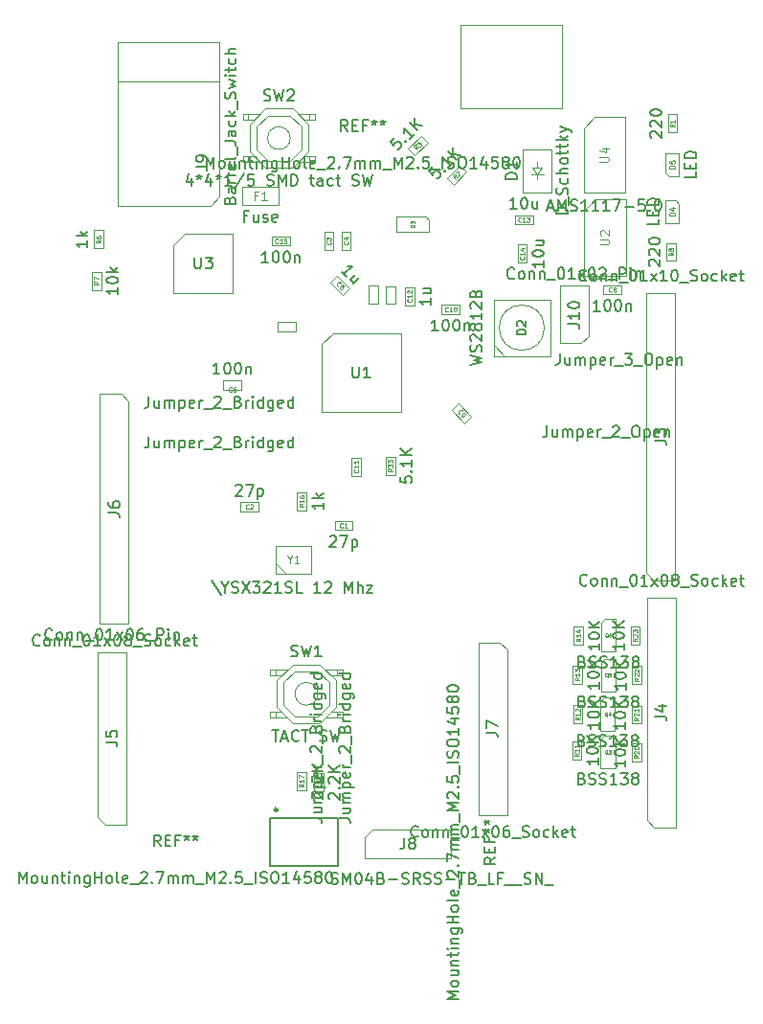
<source format=gbr>
%TF.GenerationSoftware,KiCad,Pcbnew,7.0.10*%
%TF.CreationDate,2024-04-20T18:17:20+05:30*%
%TF.ProjectId,rp2040-basic-m1,72703230-3430-42d6-9261-7369632d6d31,V2.2.5*%
%TF.SameCoordinates,Original*%
%TF.FileFunction,AssemblyDrawing,Top*%
%FSLAX46Y46*%
G04 Gerber Fmt 4.6, Leading zero omitted, Abs format (unit mm)*
G04 Created by KiCad (PCBNEW 7.0.10) date 2024-04-20 18:17:20*
%MOMM*%
%LPD*%
G01*
G04 APERTURE LIST*
%ADD10C,0.150000*%
%ADD11C,0.060000*%
%ADD12C,0.120000*%
%ADD13C,0.050000*%
%ADD14C,0.105000*%
%ADD15C,0.080000*%
%ADD16C,0.100000*%
%ADD17C,0.127000*%
%ADD18C,0.300000*%
G04 APERTURE END LIST*
D10*
X81235713Y-29348652D02*
X81235713Y-30015319D01*
X80997618Y-28967700D02*
X80759523Y-29681985D01*
X80759523Y-29681985D02*
X81378570Y-29681985D01*
X81902380Y-29015319D02*
X81902380Y-29253414D01*
X81664285Y-29158176D02*
X81902380Y-29253414D01*
X81902380Y-29253414D02*
X82140475Y-29158176D01*
X81759523Y-29443890D02*
X81902380Y-29253414D01*
X81902380Y-29253414D02*
X82045237Y-29443890D01*
X82949999Y-29348652D02*
X82949999Y-30015319D01*
X82711904Y-28967700D02*
X82473809Y-29681985D01*
X82473809Y-29681985D02*
X83092856Y-29681985D01*
X83616666Y-29015319D02*
X83616666Y-29253414D01*
X83378571Y-29158176D02*
X83616666Y-29253414D01*
X83616666Y-29253414D02*
X83854761Y-29158176D01*
X83473809Y-29443890D02*
X83616666Y-29253414D01*
X83616666Y-29253414D02*
X83759523Y-29443890D01*
X84759523Y-30015319D02*
X84188095Y-30015319D01*
X84473809Y-30015319D02*
X84473809Y-29015319D01*
X84473809Y-29015319D02*
X84378571Y-29158176D01*
X84378571Y-29158176D02*
X84283333Y-29253414D01*
X84283333Y-29253414D02*
X84188095Y-29301033D01*
X85902380Y-28967700D02*
X85045238Y-30253414D01*
X86711904Y-29015319D02*
X86235714Y-29015319D01*
X86235714Y-29015319D02*
X86188095Y-29491509D01*
X86188095Y-29491509D02*
X86235714Y-29443890D01*
X86235714Y-29443890D02*
X86330952Y-29396271D01*
X86330952Y-29396271D02*
X86569047Y-29396271D01*
X86569047Y-29396271D02*
X86664285Y-29443890D01*
X86664285Y-29443890D02*
X86711904Y-29491509D01*
X86711904Y-29491509D02*
X86759523Y-29586747D01*
X86759523Y-29586747D02*
X86759523Y-29824842D01*
X86759523Y-29824842D02*
X86711904Y-29920080D01*
X86711904Y-29920080D02*
X86664285Y-29967700D01*
X86664285Y-29967700D02*
X86569047Y-30015319D01*
X86569047Y-30015319D02*
X86330952Y-30015319D01*
X86330952Y-30015319D02*
X86235714Y-29967700D01*
X86235714Y-29967700D02*
X86188095Y-29920080D01*
X87902381Y-29967700D02*
X88045238Y-30015319D01*
X88045238Y-30015319D02*
X88283333Y-30015319D01*
X88283333Y-30015319D02*
X88378571Y-29967700D01*
X88378571Y-29967700D02*
X88426190Y-29920080D01*
X88426190Y-29920080D02*
X88473809Y-29824842D01*
X88473809Y-29824842D02*
X88473809Y-29729604D01*
X88473809Y-29729604D02*
X88426190Y-29634366D01*
X88426190Y-29634366D02*
X88378571Y-29586747D01*
X88378571Y-29586747D02*
X88283333Y-29539128D01*
X88283333Y-29539128D02*
X88092857Y-29491509D01*
X88092857Y-29491509D02*
X87997619Y-29443890D01*
X87997619Y-29443890D02*
X87950000Y-29396271D01*
X87950000Y-29396271D02*
X87902381Y-29301033D01*
X87902381Y-29301033D02*
X87902381Y-29205795D01*
X87902381Y-29205795D02*
X87950000Y-29110557D01*
X87950000Y-29110557D02*
X87997619Y-29062938D01*
X87997619Y-29062938D02*
X88092857Y-29015319D01*
X88092857Y-29015319D02*
X88330952Y-29015319D01*
X88330952Y-29015319D02*
X88473809Y-29062938D01*
X88902381Y-30015319D02*
X88902381Y-29015319D01*
X88902381Y-29015319D02*
X89235714Y-29729604D01*
X89235714Y-29729604D02*
X89569047Y-29015319D01*
X89569047Y-29015319D02*
X89569047Y-30015319D01*
X90045238Y-30015319D02*
X90045238Y-29015319D01*
X90045238Y-29015319D02*
X90283333Y-29015319D01*
X90283333Y-29015319D02*
X90426190Y-29062938D01*
X90426190Y-29062938D02*
X90521428Y-29158176D01*
X90521428Y-29158176D02*
X90569047Y-29253414D01*
X90569047Y-29253414D02*
X90616666Y-29443890D01*
X90616666Y-29443890D02*
X90616666Y-29586747D01*
X90616666Y-29586747D02*
X90569047Y-29777223D01*
X90569047Y-29777223D02*
X90521428Y-29872461D01*
X90521428Y-29872461D02*
X90426190Y-29967700D01*
X90426190Y-29967700D02*
X90283333Y-30015319D01*
X90283333Y-30015319D02*
X90045238Y-30015319D01*
X91664286Y-29348652D02*
X92045238Y-29348652D01*
X91807143Y-29015319D02*
X91807143Y-29872461D01*
X91807143Y-29872461D02*
X91854762Y-29967700D01*
X91854762Y-29967700D02*
X91950000Y-30015319D01*
X91950000Y-30015319D02*
X92045238Y-30015319D01*
X92807143Y-30015319D02*
X92807143Y-29491509D01*
X92807143Y-29491509D02*
X92759524Y-29396271D01*
X92759524Y-29396271D02*
X92664286Y-29348652D01*
X92664286Y-29348652D02*
X92473810Y-29348652D01*
X92473810Y-29348652D02*
X92378572Y-29396271D01*
X92807143Y-29967700D02*
X92711905Y-30015319D01*
X92711905Y-30015319D02*
X92473810Y-30015319D01*
X92473810Y-30015319D02*
X92378572Y-29967700D01*
X92378572Y-29967700D02*
X92330953Y-29872461D01*
X92330953Y-29872461D02*
X92330953Y-29777223D01*
X92330953Y-29777223D02*
X92378572Y-29681985D01*
X92378572Y-29681985D02*
X92473810Y-29634366D01*
X92473810Y-29634366D02*
X92711905Y-29634366D01*
X92711905Y-29634366D02*
X92807143Y-29586747D01*
X93711905Y-29967700D02*
X93616667Y-30015319D01*
X93616667Y-30015319D02*
X93426191Y-30015319D01*
X93426191Y-30015319D02*
X93330953Y-29967700D01*
X93330953Y-29967700D02*
X93283334Y-29920080D01*
X93283334Y-29920080D02*
X93235715Y-29824842D01*
X93235715Y-29824842D02*
X93235715Y-29539128D01*
X93235715Y-29539128D02*
X93283334Y-29443890D01*
X93283334Y-29443890D02*
X93330953Y-29396271D01*
X93330953Y-29396271D02*
X93426191Y-29348652D01*
X93426191Y-29348652D02*
X93616667Y-29348652D01*
X93616667Y-29348652D02*
X93711905Y-29396271D01*
X93997620Y-29348652D02*
X94378572Y-29348652D01*
X94140477Y-29015319D02*
X94140477Y-29872461D01*
X94140477Y-29872461D02*
X94188096Y-29967700D01*
X94188096Y-29967700D02*
X94283334Y-30015319D01*
X94283334Y-30015319D02*
X94378572Y-30015319D01*
X95426192Y-29967700D02*
X95569049Y-30015319D01*
X95569049Y-30015319D02*
X95807144Y-30015319D01*
X95807144Y-30015319D02*
X95902382Y-29967700D01*
X95902382Y-29967700D02*
X95950001Y-29920080D01*
X95950001Y-29920080D02*
X95997620Y-29824842D01*
X95997620Y-29824842D02*
X95997620Y-29729604D01*
X95997620Y-29729604D02*
X95950001Y-29634366D01*
X95950001Y-29634366D02*
X95902382Y-29586747D01*
X95902382Y-29586747D02*
X95807144Y-29539128D01*
X95807144Y-29539128D02*
X95616668Y-29491509D01*
X95616668Y-29491509D02*
X95521430Y-29443890D01*
X95521430Y-29443890D02*
X95473811Y-29396271D01*
X95473811Y-29396271D02*
X95426192Y-29301033D01*
X95426192Y-29301033D02*
X95426192Y-29205795D01*
X95426192Y-29205795D02*
X95473811Y-29110557D01*
X95473811Y-29110557D02*
X95521430Y-29062938D01*
X95521430Y-29062938D02*
X95616668Y-29015319D01*
X95616668Y-29015319D02*
X95854763Y-29015319D01*
X95854763Y-29015319D02*
X95997620Y-29062938D01*
X96330954Y-29015319D02*
X96569049Y-30015319D01*
X96569049Y-30015319D02*
X96759525Y-29301033D01*
X96759525Y-29301033D02*
X96950001Y-30015319D01*
X96950001Y-30015319D02*
X97188097Y-29015319D01*
X87616667Y-22467700D02*
X87759524Y-22515319D01*
X87759524Y-22515319D02*
X87997619Y-22515319D01*
X87997619Y-22515319D02*
X88092857Y-22467700D01*
X88092857Y-22467700D02*
X88140476Y-22420080D01*
X88140476Y-22420080D02*
X88188095Y-22324842D01*
X88188095Y-22324842D02*
X88188095Y-22229604D01*
X88188095Y-22229604D02*
X88140476Y-22134366D01*
X88140476Y-22134366D02*
X88092857Y-22086747D01*
X88092857Y-22086747D02*
X87997619Y-22039128D01*
X87997619Y-22039128D02*
X87807143Y-21991509D01*
X87807143Y-21991509D02*
X87711905Y-21943890D01*
X87711905Y-21943890D02*
X87664286Y-21896271D01*
X87664286Y-21896271D02*
X87616667Y-21801033D01*
X87616667Y-21801033D02*
X87616667Y-21705795D01*
X87616667Y-21705795D02*
X87664286Y-21610557D01*
X87664286Y-21610557D02*
X87711905Y-21562938D01*
X87711905Y-21562938D02*
X87807143Y-21515319D01*
X87807143Y-21515319D02*
X88045238Y-21515319D01*
X88045238Y-21515319D02*
X88188095Y-21562938D01*
X88521429Y-21515319D02*
X88759524Y-22515319D01*
X88759524Y-22515319D02*
X88950000Y-21801033D01*
X88950000Y-21801033D02*
X89140476Y-22515319D01*
X89140476Y-22515319D02*
X89378572Y-21515319D01*
X89711905Y-21610557D02*
X89759524Y-21562938D01*
X89759524Y-21562938D02*
X89854762Y-21515319D01*
X89854762Y-21515319D02*
X90092857Y-21515319D01*
X90092857Y-21515319D02*
X90188095Y-21562938D01*
X90188095Y-21562938D02*
X90235714Y-21610557D01*
X90235714Y-21610557D02*
X90283333Y-21705795D01*
X90283333Y-21705795D02*
X90283333Y-21801033D01*
X90283333Y-21801033D02*
X90235714Y-21943890D01*
X90235714Y-21943890D02*
X89664286Y-22515319D01*
X89664286Y-22515319D02*
X90283333Y-22515319D01*
X83710952Y-46664819D02*
X83139524Y-46664819D01*
X83425238Y-46664819D02*
X83425238Y-45664819D01*
X83425238Y-45664819D02*
X83330000Y-45807676D01*
X83330000Y-45807676D02*
X83234762Y-45902914D01*
X83234762Y-45902914D02*
X83139524Y-45950533D01*
X84330000Y-45664819D02*
X84425238Y-45664819D01*
X84425238Y-45664819D02*
X84520476Y-45712438D01*
X84520476Y-45712438D02*
X84568095Y-45760057D01*
X84568095Y-45760057D02*
X84615714Y-45855295D01*
X84615714Y-45855295D02*
X84663333Y-46045771D01*
X84663333Y-46045771D02*
X84663333Y-46283866D01*
X84663333Y-46283866D02*
X84615714Y-46474342D01*
X84615714Y-46474342D02*
X84568095Y-46569580D01*
X84568095Y-46569580D02*
X84520476Y-46617200D01*
X84520476Y-46617200D02*
X84425238Y-46664819D01*
X84425238Y-46664819D02*
X84330000Y-46664819D01*
X84330000Y-46664819D02*
X84234762Y-46617200D01*
X84234762Y-46617200D02*
X84187143Y-46569580D01*
X84187143Y-46569580D02*
X84139524Y-46474342D01*
X84139524Y-46474342D02*
X84091905Y-46283866D01*
X84091905Y-46283866D02*
X84091905Y-46045771D01*
X84091905Y-46045771D02*
X84139524Y-45855295D01*
X84139524Y-45855295D02*
X84187143Y-45760057D01*
X84187143Y-45760057D02*
X84234762Y-45712438D01*
X84234762Y-45712438D02*
X84330000Y-45664819D01*
X85282381Y-45664819D02*
X85377619Y-45664819D01*
X85377619Y-45664819D02*
X85472857Y-45712438D01*
X85472857Y-45712438D02*
X85520476Y-45760057D01*
X85520476Y-45760057D02*
X85568095Y-45855295D01*
X85568095Y-45855295D02*
X85615714Y-46045771D01*
X85615714Y-46045771D02*
X85615714Y-46283866D01*
X85615714Y-46283866D02*
X85568095Y-46474342D01*
X85568095Y-46474342D02*
X85520476Y-46569580D01*
X85520476Y-46569580D02*
X85472857Y-46617200D01*
X85472857Y-46617200D02*
X85377619Y-46664819D01*
X85377619Y-46664819D02*
X85282381Y-46664819D01*
X85282381Y-46664819D02*
X85187143Y-46617200D01*
X85187143Y-46617200D02*
X85139524Y-46569580D01*
X85139524Y-46569580D02*
X85091905Y-46474342D01*
X85091905Y-46474342D02*
X85044286Y-46283866D01*
X85044286Y-46283866D02*
X85044286Y-46045771D01*
X85044286Y-46045771D02*
X85091905Y-45855295D01*
X85091905Y-45855295D02*
X85139524Y-45760057D01*
X85139524Y-45760057D02*
X85187143Y-45712438D01*
X85187143Y-45712438D02*
X85282381Y-45664819D01*
X86044286Y-45998152D02*
X86044286Y-46664819D01*
X86044286Y-46093390D02*
X86091905Y-46045771D01*
X86091905Y-46045771D02*
X86187143Y-45998152D01*
X86187143Y-45998152D02*
X86330000Y-45998152D01*
X86330000Y-45998152D02*
X86425238Y-46045771D01*
X86425238Y-46045771D02*
X86472857Y-46141009D01*
X86472857Y-46141009D02*
X86472857Y-46664819D01*
D11*
X84763333Y-48183832D02*
X84744285Y-48202880D01*
X84744285Y-48202880D02*
X84687143Y-48221927D01*
X84687143Y-48221927D02*
X84649047Y-48221927D01*
X84649047Y-48221927D02*
X84591904Y-48202880D01*
X84591904Y-48202880D02*
X84553809Y-48164784D01*
X84553809Y-48164784D02*
X84534762Y-48126689D01*
X84534762Y-48126689D02*
X84515714Y-48050499D01*
X84515714Y-48050499D02*
X84515714Y-47993356D01*
X84515714Y-47993356D02*
X84534762Y-47917165D01*
X84534762Y-47917165D02*
X84553809Y-47879070D01*
X84553809Y-47879070D02*
X84591904Y-47840975D01*
X84591904Y-47840975D02*
X84649047Y-47821927D01*
X84649047Y-47821927D02*
X84687143Y-47821927D01*
X84687143Y-47821927D02*
X84744285Y-47840975D01*
X84744285Y-47840975D02*
X84763333Y-47860022D01*
X85106190Y-47821927D02*
X85030000Y-47821927D01*
X85030000Y-47821927D02*
X84991904Y-47840975D01*
X84991904Y-47840975D02*
X84972857Y-47860022D01*
X84972857Y-47860022D02*
X84934762Y-47917165D01*
X84934762Y-47917165D02*
X84915714Y-47993356D01*
X84915714Y-47993356D02*
X84915714Y-48145737D01*
X84915714Y-48145737D02*
X84934762Y-48183832D01*
X84934762Y-48183832D02*
X84953809Y-48202880D01*
X84953809Y-48202880D02*
X84991904Y-48221927D01*
X84991904Y-48221927D02*
X85068095Y-48221927D01*
X85068095Y-48221927D02*
X85106190Y-48202880D01*
X85106190Y-48202880D02*
X85125238Y-48183832D01*
X85125238Y-48183832D02*
X85144285Y-48145737D01*
X85144285Y-48145737D02*
X85144285Y-48050499D01*
X85144285Y-48050499D02*
X85125238Y-48012403D01*
X85125238Y-48012403D02*
X85106190Y-47993356D01*
X85106190Y-47993356D02*
X85068095Y-47974308D01*
X85068095Y-47974308D02*
X84991904Y-47974308D01*
X84991904Y-47974308D02*
X84953809Y-47993356D01*
X84953809Y-47993356D02*
X84934762Y-48012403D01*
X84934762Y-48012403D02*
X84915714Y-48050499D01*
D12*
X117363855Y-35209523D02*
X118011474Y-35209523D01*
X118011474Y-35209523D02*
X118087664Y-35171428D01*
X118087664Y-35171428D02*
X118125760Y-35133333D01*
X118125760Y-35133333D02*
X118163855Y-35057142D01*
X118163855Y-35057142D02*
X118163855Y-34904761D01*
X118163855Y-34904761D02*
X118125760Y-34828571D01*
X118125760Y-34828571D02*
X118087664Y-34790476D01*
X118087664Y-34790476D02*
X118011474Y-34752380D01*
X118011474Y-34752380D02*
X117363855Y-34752380D01*
X117440045Y-34409524D02*
X117401950Y-34371428D01*
X117401950Y-34371428D02*
X117363855Y-34295238D01*
X117363855Y-34295238D02*
X117363855Y-34104762D01*
X117363855Y-34104762D02*
X117401950Y-34028571D01*
X117401950Y-34028571D02*
X117440045Y-33990476D01*
X117440045Y-33990476D02*
X117516236Y-33952381D01*
X117516236Y-33952381D02*
X117592426Y-33952381D01*
X117592426Y-33952381D02*
X117706712Y-33990476D01*
X117706712Y-33990476D02*
X118163855Y-34447619D01*
X118163855Y-34447619D02*
X118163855Y-33952381D01*
D10*
X101254760Y-87510080D02*
X101207141Y-87557700D01*
X101207141Y-87557700D02*
X101064284Y-87605319D01*
X101064284Y-87605319D02*
X100969046Y-87605319D01*
X100969046Y-87605319D02*
X100826189Y-87557700D01*
X100826189Y-87557700D02*
X100730951Y-87462461D01*
X100730951Y-87462461D02*
X100683332Y-87367223D01*
X100683332Y-87367223D02*
X100635713Y-87176747D01*
X100635713Y-87176747D02*
X100635713Y-87033890D01*
X100635713Y-87033890D02*
X100683332Y-86843414D01*
X100683332Y-86843414D02*
X100730951Y-86748176D01*
X100730951Y-86748176D02*
X100826189Y-86652938D01*
X100826189Y-86652938D02*
X100969046Y-86605319D01*
X100969046Y-86605319D02*
X101064284Y-86605319D01*
X101064284Y-86605319D02*
X101207141Y-86652938D01*
X101207141Y-86652938D02*
X101254760Y-86700557D01*
X101826189Y-87605319D02*
X101730951Y-87557700D01*
X101730951Y-87557700D02*
X101683332Y-87510080D01*
X101683332Y-87510080D02*
X101635713Y-87414842D01*
X101635713Y-87414842D02*
X101635713Y-87129128D01*
X101635713Y-87129128D02*
X101683332Y-87033890D01*
X101683332Y-87033890D02*
X101730951Y-86986271D01*
X101730951Y-86986271D02*
X101826189Y-86938652D01*
X101826189Y-86938652D02*
X101969046Y-86938652D01*
X101969046Y-86938652D02*
X102064284Y-86986271D01*
X102064284Y-86986271D02*
X102111903Y-87033890D01*
X102111903Y-87033890D02*
X102159522Y-87129128D01*
X102159522Y-87129128D02*
X102159522Y-87414842D01*
X102159522Y-87414842D02*
X102111903Y-87510080D01*
X102111903Y-87510080D02*
X102064284Y-87557700D01*
X102064284Y-87557700D02*
X101969046Y-87605319D01*
X101969046Y-87605319D02*
X101826189Y-87605319D01*
X102588094Y-86938652D02*
X102588094Y-87605319D01*
X102588094Y-87033890D02*
X102635713Y-86986271D01*
X102635713Y-86986271D02*
X102730951Y-86938652D01*
X102730951Y-86938652D02*
X102873808Y-86938652D01*
X102873808Y-86938652D02*
X102969046Y-86986271D01*
X102969046Y-86986271D02*
X103016665Y-87081509D01*
X103016665Y-87081509D02*
X103016665Y-87605319D01*
X103492856Y-86938652D02*
X103492856Y-87605319D01*
X103492856Y-87033890D02*
X103540475Y-86986271D01*
X103540475Y-86986271D02*
X103635713Y-86938652D01*
X103635713Y-86938652D02*
X103778570Y-86938652D01*
X103778570Y-86938652D02*
X103873808Y-86986271D01*
X103873808Y-86986271D02*
X103921427Y-87081509D01*
X103921427Y-87081509D02*
X103921427Y-87605319D01*
X104159523Y-87700557D02*
X104921427Y-87700557D01*
X105349999Y-86605319D02*
X105445237Y-86605319D01*
X105445237Y-86605319D02*
X105540475Y-86652938D01*
X105540475Y-86652938D02*
X105588094Y-86700557D01*
X105588094Y-86700557D02*
X105635713Y-86795795D01*
X105635713Y-86795795D02*
X105683332Y-86986271D01*
X105683332Y-86986271D02*
X105683332Y-87224366D01*
X105683332Y-87224366D02*
X105635713Y-87414842D01*
X105635713Y-87414842D02*
X105588094Y-87510080D01*
X105588094Y-87510080D02*
X105540475Y-87557700D01*
X105540475Y-87557700D02*
X105445237Y-87605319D01*
X105445237Y-87605319D02*
X105349999Y-87605319D01*
X105349999Y-87605319D02*
X105254761Y-87557700D01*
X105254761Y-87557700D02*
X105207142Y-87510080D01*
X105207142Y-87510080D02*
X105159523Y-87414842D01*
X105159523Y-87414842D02*
X105111904Y-87224366D01*
X105111904Y-87224366D02*
X105111904Y-86986271D01*
X105111904Y-86986271D02*
X105159523Y-86795795D01*
X105159523Y-86795795D02*
X105207142Y-86700557D01*
X105207142Y-86700557D02*
X105254761Y-86652938D01*
X105254761Y-86652938D02*
X105349999Y-86605319D01*
X106635713Y-87605319D02*
X106064285Y-87605319D01*
X106349999Y-87605319D02*
X106349999Y-86605319D01*
X106349999Y-86605319D02*
X106254761Y-86748176D01*
X106254761Y-86748176D02*
X106159523Y-86843414D01*
X106159523Y-86843414D02*
X106064285Y-86891033D01*
X106969047Y-87605319D02*
X107492856Y-86938652D01*
X106969047Y-86938652D02*
X107492856Y-87605319D01*
X108064285Y-86605319D02*
X108159523Y-86605319D01*
X108159523Y-86605319D02*
X108254761Y-86652938D01*
X108254761Y-86652938D02*
X108302380Y-86700557D01*
X108302380Y-86700557D02*
X108349999Y-86795795D01*
X108349999Y-86795795D02*
X108397618Y-86986271D01*
X108397618Y-86986271D02*
X108397618Y-87224366D01*
X108397618Y-87224366D02*
X108349999Y-87414842D01*
X108349999Y-87414842D02*
X108302380Y-87510080D01*
X108302380Y-87510080D02*
X108254761Y-87557700D01*
X108254761Y-87557700D02*
X108159523Y-87605319D01*
X108159523Y-87605319D02*
X108064285Y-87605319D01*
X108064285Y-87605319D02*
X107969047Y-87557700D01*
X107969047Y-87557700D02*
X107921428Y-87510080D01*
X107921428Y-87510080D02*
X107873809Y-87414842D01*
X107873809Y-87414842D02*
X107826190Y-87224366D01*
X107826190Y-87224366D02*
X107826190Y-86986271D01*
X107826190Y-86986271D02*
X107873809Y-86795795D01*
X107873809Y-86795795D02*
X107921428Y-86700557D01*
X107921428Y-86700557D02*
X107969047Y-86652938D01*
X107969047Y-86652938D02*
X108064285Y-86605319D01*
X109254761Y-86605319D02*
X109064285Y-86605319D01*
X109064285Y-86605319D02*
X108969047Y-86652938D01*
X108969047Y-86652938D02*
X108921428Y-86700557D01*
X108921428Y-86700557D02*
X108826190Y-86843414D01*
X108826190Y-86843414D02*
X108778571Y-87033890D01*
X108778571Y-87033890D02*
X108778571Y-87414842D01*
X108778571Y-87414842D02*
X108826190Y-87510080D01*
X108826190Y-87510080D02*
X108873809Y-87557700D01*
X108873809Y-87557700D02*
X108969047Y-87605319D01*
X108969047Y-87605319D02*
X109159523Y-87605319D01*
X109159523Y-87605319D02*
X109254761Y-87557700D01*
X109254761Y-87557700D02*
X109302380Y-87510080D01*
X109302380Y-87510080D02*
X109349999Y-87414842D01*
X109349999Y-87414842D02*
X109349999Y-87176747D01*
X109349999Y-87176747D02*
X109302380Y-87081509D01*
X109302380Y-87081509D02*
X109254761Y-87033890D01*
X109254761Y-87033890D02*
X109159523Y-86986271D01*
X109159523Y-86986271D02*
X108969047Y-86986271D01*
X108969047Y-86986271D02*
X108873809Y-87033890D01*
X108873809Y-87033890D02*
X108826190Y-87081509D01*
X108826190Y-87081509D02*
X108778571Y-87176747D01*
X109540476Y-87700557D02*
X110302380Y-87700557D01*
X110492857Y-87557700D02*
X110635714Y-87605319D01*
X110635714Y-87605319D02*
X110873809Y-87605319D01*
X110873809Y-87605319D02*
X110969047Y-87557700D01*
X110969047Y-87557700D02*
X111016666Y-87510080D01*
X111016666Y-87510080D02*
X111064285Y-87414842D01*
X111064285Y-87414842D02*
X111064285Y-87319604D01*
X111064285Y-87319604D02*
X111016666Y-87224366D01*
X111016666Y-87224366D02*
X110969047Y-87176747D01*
X110969047Y-87176747D02*
X110873809Y-87129128D01*
X110873809Y-87129128D02*
X110683333Y-87081509D01*
X110683333Y-87081509D02*
X110588095Y-87033890D01*
X110588095Y-87033890D02*
X110540476Y-86986271D01*
X110540476Y-86986271D02*
X110492857Y-86891033D01*
X110492857Y-86891033D02*
X110492857Y-86795795D01*
X110492857Y-86795795D02*
X110540476Y-86700557D01*
X110540476Y-86700557D02*
X110588095Y-86652938D01*
X110588095Y-86652938D02*
X110683333Y-86605319D01*
X110683333Y-86605319D02*
X110921428Y-86605319D01*
X110921428Y-86605319D02*
X111064285Y-86652938D01*
X111635714Y-87605319D02*
X111540476Y-87557700D01*
X111540476Y-87557700D02*
X111492857Y-87510080D01*
X111492857Y-87510080D02*
X111445238Y-87414842D01*
X111445238Y-87414842D02*
X111445238Y-87129128D01*
X111445238Y-87129128D02*
X111492857Y-87033890D01*
X111492857Y-87033890D02*
X111540476Y-86986271D01*
X111540476Y-86986271D02*
X111635714Y-86938652D01*
X111635714Y-86938652D02*
X111778571Y-86938652D01*
X111778571Y-86938652D02*
X111873809Y-86986271D01*
X111873809Y-86986271D02*
X111921428Y-87033890D01*
X111921428Y-87033890D02*
X111969047Y-87129128D01*
X111969047Y-87129128D02*
X111969047Y-87414842D01*
X111969047Y-87414842D02*
X111921428Y-87510080D01*
X111921428Y-87510080D02*
X111873809Y-87557700D01*
X111873809Y-87557700D02*
X111778571Y-87605319D01*
X111778571Y-87605319D02*
X111635714Y-87605319D01*
X112826190Y-87557700D02*
X112730952Y-87605319D01*
X112730952Y-87605319D02*
X112540476Y-87605319D01*
X112540476Y-87605319D02*
X112445238Y-87557700D01*
X112445238Y-87557700D02*
X112397619Y-87510080D01*
X112397619Y-87510080D02*
X112350000Y-87414842D01*
X112350000Y-87414842D02*
X112350000Y-87129128D01*
X112350000Y-87129128D02*
X112397619Y-87033890D01*
X112397619Y-87033890D02*
X112445238Y-86986271D01*
X112445238Y-86986271D02*
X112540476Y-86938652D01*
X112540476Y-86938652D02*
X112730952Y-86938652D01*
X112730952Y-86938652D02*
X112826190Y-86986271D01*
X113254762Y-87605319D02*
X113254762Y-86605319D01*
X113350000Y-87224366D02*
X113635714Y-87605319D01*
X113635714Y-86938652D02*
X113254762Y-87319604D01*
X114445238Y-87557700D02*
X114350000Y-87605319D01*
X114350000Y-87605319D02*
X114159524Y-87605319D01*
X114159524Y-87605319D02*
X114064286Y-87557700D01*
X114064286Y-87557700D02*
X114016667Y-87462461D01*
X114016667Y-87462461D02*
X114016667Y-87081509D01*
X114016667Y-87081509D02*
X114064286Y-86986271D01*
X114064286Y-86986271D02*
X114159524Y-86938652D01*
X114159524Y-86938652D02*
X114350000Y-86938652D01*
X114350000Y-86938652D02*
X114445238Y-86986271D01*
X114445238Y-86986271D02*
X114492857Y-87081509D01*
X114492857Y-87081509D02*
X114492857Y-87176747D01*
X114492857Y-87176747D02*
X114016667Y-87271985D01*
X114778572Y-86938652D02*
X115159524Y-86938652D01*
X114921429Y-86605319D02*
X114921429Y-87462461D01*
X114921429Y-87462461D02*
X114969048Y-87557700D01*
X114969048Y-87557700D02*
X115064286Y-87605319D01*
X115064286Y-87605319D02*
X115159524Y-87605319D01*
X107304819Y-78363833D02*
X108019104Y-78363833D01*
X108019104Y-78363833D02*
X108161961Y-78411452D01*
X108161961Y-78411452D02*
X108257200Y-78506690D01*
X108257200Y-78506690D02*
X108304819Y-78649547D01*
X108304819Y-78649547D02*
X108304819Y-78744785D01*
X107304819Y-77982880D02*
X107304819Y-77316214D01*
X107304819Y-77316214D02*
X108304819Y-77744785D01*
X82536667Y-28465319D02*
X82536667Y-27465319D01*
X82536667Y-27465319D02*
X82870000Y-28179604D01*
X82870000Y-28179604D02*
X83203333Y-27465319D01*
X83203333Y-27465319D02*
X83203333Y-28465319D01*
X83822381Y-28465319D02*
X83727143Y-28417700D01*
X83727143Y-28417700D02*
X83679524Y-28370080D01*
X83679524Y-28370080D02*
X83631905Y-28274842D01*
X83631905Y-28274842D02*
X83631905Y-27989128D01*
X83631905Y-27989128D02*
X83679524Y-27893890D01*
X83679524Y-27893890D02*
X83727143Y-27846271D01*
X83727143Y-27846271D02*
X83822381Y-27798652D01*
X83822381Y-27798652D02*
X83965238Y-27798652D01*
X83965238Y-27798652D02*
X84060476Y-27846271D01*
X84060476Y-27846271D02*
X84108095Y-27893890D01*
X84108095Y-27893890D02*
X84155714Y-27989128D01*
X84155714Y-27989128D02*
X84155714Y-28274842D01*
X84155714Y-28274842D02*
X84108095Y-28370080D01*
X84108095Y-28370080D02*
X84060476Y-28417700D01*
X84060476Y-28417700D02*
X83965238Y-28465319D01*
X83965238Y-28465319D02*
X83822381Y-28465319D01*
X85012857Y-27798652D02*
X85012857Y-28465319D01*
X84584286Y-27798652D02*
X84584286Y-28322461D01*
X84584286Y-28322461D02*
X84631905Y-28417700D01*
X84631905Y-28417700D02*
X84727143Y-28465319D01*
X84727143Y-28465319D02*
X84870000Y-28465319D01*
X84870000Y-28465319D02*
X84965238Y-28417700D01*
X84965238Y-28417700D02*
X85012857Y-28370080D01*
X85489048Y-27798652D02*
X85489048Y-28465319D01*
X85489048Y-27893890D02*
X85536667Y-27846271D01*
X85536667Y-27846271D02*
X85631905Y-27798652D01*
X85631905Y-27798652D02*
X85774762Y-27798652D01*
X85774762Y-27798652D02*
X85870000Y-27846271D01*
X85870000Y-27846271D02*
X85917619Y-27941509D01*
X85917619Y-27941509D02*
X85917619Y-28465319D01*
X86250953Y-27798652D02*
X86631905Y-27798652D01*
X86393810Y-27465319D02*
X86393810Y-28322461D01*
X86393810Y-28322461D02*
X86441429Y-28417700D01*
X86441429Y-28417700D02*
X86536667Y-28465319D01*
X86536667Y-28465319D02*
X86631905Y-28465319D01*
X86965239Y-28465319D02*
X86965239Y-27798652D01*
X86965239Y-27465319D02*
X86917620Y-27512938D01*
X86917620Y-27512938D02*
X86965239Y-27560557D01*
X86965239Y-27560557D02*
X87012858Y-27512938D01*
X87012858Y-27512938D02*
X86965239Y-27465319D01*
X86965239Y-27465319D02*
X86965239Y-27560557D01*
X87441429Y-27798652D02*
X87441429Y-28465319D01*
X87441429Y-27893890D02*
X87489048Y-27846271D01*
X87489048Y-27846271D02*
X87584286Y-27798652D01*
X87584286Y-27798652D02*
X87727143Y-27798652D01*
X87727143Y-27798652D02*
X87822381Y-27846271D01*
X87822381Y-27846271D02*
X87870000Y-27941509D01*
X87870000Y-27941509D02*
X87870000Y-28465319D01*
X88774762Y-27798652D02*
X88774762Y-28608176D01*
X88774762Y-28608176D02*
X88727143Y-28703414D01*
X88727143Y-28703414D02*
X88679524Y-28751033D01*
X88679524Y-28751033D02*
X88584286Y-28798652D01*
X88584286Y-28798652D02*
X88441429Y-28798652D01*
X88441429Y-28798652D02*
X88346191Y-28751033D01*
X88774762Y-28417700D02*
X88679524Y-28465319D01*
X88679524Y-28465319D02*
X88489048Y-28465319D01*
X88489048Y-28465319D02*
X88393810Y-28417700D01*
X88393810Y-28417700D02*
X88346191Y-28370080D01*
X88346191Y-28370080D02*
X88298572Y-28274842D01*
X88298572Y-28274842D02*
X88298572Y-27989128D01*
X88298572Y-27989128D02*
X88346191Y-27893890D01*
X88346191Y-27893890D02*
X88393810Y-27846271D01*
X88393810Y-27846271D02*
X88489048Y-27798652D01*
X88489048Y-27798652D02*
X88679524Y-27798652D01*
X88679524Y-27798652D02*
X88774762Y-27846271D01*
X89250953Y-28465319D02*
X89250953Y-27465319D01*
X89250953Y-27941509D02*
X89822381Y-27941509D01*
X89822381Y-28465319D02*
X89822381Y-27465319D01*
X90441429Y-28465319D02*
X90346191Y-28417700D01*
X90346191Y-28417700D02*
X90298572Y-28370080D01*
X90298572Y-28370080D02*
X90250953Y-28274842D01*
X90250953Y-28274842D02*
X90250953Y-27989128D01*
X90250953Y-27989128D02*
X90298572Y-27893890D01*
X90298572Y-27893890D02*
X90346191Y-27846271D01*
X90346191Y-27846271D02*
X90441429Y-27798652D01*
X90441429Y-27798652D02*
X90584286Y-27798652D01*
X90584286Y-27798652D02*
X90679524Y-27846271D01*
X90679524Y-27846271D02*
X90727143Y-27893890D01*
X90727143Y-27893890D02*
X90774762Y-27989128D01*
X90774762Y-27989128D02*
X90774762Y-28274842D01*
X90774762Y-28274842D02*
X90727143Y-28370080D01*
X90727143Y-28370080D02*
X90679524Y-28417700D01*
X90679524Y-28417700D02*
X90584286Y-28465319D01*
X90584286Y-28465319D02*
X90441429Y-28465319D01*
X91346191Y-28465319D02*
X91250953Y-28417700D01*
X91250953Y-28417700D02*
X91203334Y-28322461D01*
X91203334Y-28322461D02*
X91203334Y-27465319D01*
X92108096Y-28417700D02*
X92012858Y-28465319D01*
X92012858Y-28465319D02*
X91822382Y-28465319D01*
X91822382Y-28465319D02*
X91727144Y-28417700D01*
X91727144Y-28417700D02*
X91679525Y-28322461D01*
X91679525Y-28322461D02*
X91679525Y-27941509D01*
X91679525Y-27941509D02*
X91727144Y-27846271D01*
X91727144Y-27846271D02*
X91822382Y-27798652D01*
X91822382Y-27798652D02*
X92012858Y-27798652D01*
X92012858Y-27798652D02*
X92108096Y-27846271D01*
X92108096Y-27846271D02*
X92155715Y-27941509D01*
X92155715Y-27941509D02*
X92155715Y-28036747D01*
X92155715Y-28036747D02*
X91679525Y-28131985D01*
X92346192Y-28560557D02*
X93108096Y-28560557D01*
X93298573Y-27560557D02*
X93346192Y-27512938D01*
X93346192Y-27512938D02*
X93441430Y-27465319D01*
X93441430Y-27465319D02*
X93679525Y-27465319D01*
X93679525Y-27465319D02*
X93774763Y-27512938D01*
X93774763Y-27512938D02*
X93822382Y-27560557D01*
X93822382Y-27560557D02*
X93870001Y-27655795D01*
X93870001Y-27655795D02*
X93870001Y-27751033D01*
X93870001Y-27751033D02*
X93822382Y-27893890D01*
X93822382Y-27893890D02*
X93250954Y-28465319D01*
X93250954Y-28465319D02*
X93870001Y-28465319D01*
X94298573Y-28370080D02*
X94346192Y-28417700D01*
X94346192Y-28417700D02*
X94298573Y-28465319D01*
X94298573Y-28465319D02*
X94250954Y-28417700D01*
X94250954Y-28417700D02*
X94298573Y-28370080D01*
X94298573Y-28370080D02*
X94298573Y-28465319D01*
X94679525Y-27465319D02*
X95346191Y-27465319D01*
X95346191Y-27465319D02*
X94917620Y-28465319D01*
X95727144Y-28465319D02*
X95727144Y-27798652D01*
X95727144Y-27893890D02*
X95774763Y-27846271D01*
X95774763Y-27846271D02*
X95870001Y-27798652D01*
X95870001Y-27798652D02*
X96012858Y-27798652D01*
X96012858Y-27798652D02*
X96108096Y-27846271D01*
X96108096Y-27846271D02*
X96155715Y-27941509D01*
X96155715Y-27941509D02*
X96155715Y-28465319D01*
X96155715Y-27941509D02*
X96203334Y-27846271D01*
X96203334Y-27846271D02*
X96298572Y-27798652D01*
X96298572Y-27798652D02*
X96441429Y-27798652D01*
X96441429Y-27798652D02*
X96536668Y-27846271D01*
X96536668Y-27846271D02*
X96584287Y-27941509D01*
X96584287Y-27941509D02*
X96584287Y-28465319D01*
X97060477Y-28465319D02*
X97060477Y-27798652D01*
X97060477Y-27893890D02*
X97108096Y-27846271D01*
X97108096Y-27846271D02*
X97203334Y-27798652D01*
X97203334Y-27798652D02*
X97346191Y-27798652D01*
X97346191Y-27798652D02*
X97441429Y-27846271D01*
X97441429Y-27846271D02*
X97489048Y-27941509D01*
X97489048Y-27941509D02*
X97489048Y-28465319D01*
X97489048Y-27941509D02*
X97536667Y-27846271D01*
X97536667Y-27846271D02*
X97631905Y-27798652D01*
X97631905Y-27798652D02*
X97774762Y-27798652D01*
X97774762Y-27798652D02*
X97870001Y-27846271D01*
X97870001Y-27846271D02*
X97917620Y-27941509D01*
X97917620Y-27941509D02*
X97917620Y-28465319D01*
X98155715Y-28560557D02*
X98917619Y-28560557D01*
X99155715Y-28465319D02*
X99155715Y-27465319D01*
X99155715Y-27465319D02*
X99489048Y-28179604D01*
X99489048Y-28179604D02*
X99822381Y-27465319D01*
X99822381Y-27465319D02*
X99822381Y-28465319D01*
X100250953Y-27560557D02*
X100298572Y-27512938D01*
X100298572Y-27512938D02*
X100393810Y-27465319D01*
X100393810Y-27465319D02*
X100631905Y-27465319D01*
X100631905Y-27465319D02*
X100727143Y-27512938D01*
X100727143Y-27512938D02*
X100774762Y-27560557D01*
X100774762Y-27560557D02*
X100822381Y-27655795D01*
X100822381Y-27655795D02*
X100822381Y-27751033D01*
X100822381Y-27751033D02*
X100774762Y-27893890D01*
X100774762Y-27893890D02*
X100203334Y-28465319D01*
X100203334Y-28465319D02*
X100822381Y-28465319D01*
X101250953Y-28370080D02*
X101298572Y-28417700D01*
X101298572Y-28417700D02*
X101250953Y-28465319D01*
X101250953Y-28465319D02*
X101203334Y-28417700D01*
X101203334Y-28417700D02*
X101250953Y-28370080D01*
X101250953Y-28370080D02*
X101250953Y-28465319D01*
X102203333Y-27465319D02*
X101727143Y-27465319D01*
X101727143Y-27465319D02*
X101679524Y-27941509D01*
X101679524Y-27941509D02*
X101727143Y-27893890D01*
X101727143Y-27893890D02*
X101822381Y-27846271D01*
X101822381Y-27846271D02*
X102060476Y-27846271D01*
X102060476Y-27846271D02*
X102155714Y-27893890D01*
X102155714Y-27893890D02*
X102203333Y-27941509D01*
X102203333Y-27941509D02*
X102250952Y-28036747D01*
X102250952Y-28036747D02*
X102250952Y-28274842D01*
X102250952Y-28274842D02*
X102203333Y-28370080D01*
X102203333Y-28370080D02*
X102155714Y-28417700D01*
X102155714Y-28417700D02*
X102060476Y-28465319D01*
X102060476Y-28465319D02*
X101822381Y-28465319D01*
X101822381Y-28465319D02*
X101727143Y-28417700D01*
X101727143Y-28417700D02*
X101679524Y-28370080D01*
X102441429Y-28560557D02*
X103203333Y-28560557D01*
X103441429Y-28465319D02*
X103441429Y-27465319D01*
X103870000Y-28417700D02*
X104012857Y-28465319D01*
X104012857Y-28465319D02*
X104250952Y-28465319D01*
X104250952Y-28465319D02*
X104346190Y-28417700D01*
X104346190Y-28417700D02*
X104393809Y-28370080D01*
X104393809Y-28370080D02*
X104441428Y-28274842D01*
X104441428Y-28274842D02*
X104441428Y-28179604D01*
X104441428Y-28179604D02*
X104393809Y-28084366D01*
X104393809Y-28084366D02*
X104346190Y-28036747D01*
X104346190Y-28036747D02*
X104250952Y-27989128D01*
X104250952Y-27989128D02*
X104060476Y-27941509D01*
X104060476Y-27941509D02*
X103965238Y-27893890D01*
X103965238Y-27893890D02*
X103917619Y-27846271D01*
X103917619Y-27846271D02*
X103870000Y-27751033D01*
X103870000Y-27751033D02*
X103870000Y-27655795D01*
X103870000Y-27655795D02*
X103917619Y-27560557D01*
X103917619Y-27560557D02*
X103965238Y-27512938D01*
X103965238Y-27512938D02*
X104060476Y-27465319D01*
X104060476Y-27465319D02*
X104298571Y-27465319D01*
X104298571Y-27465319D02*
X104441428Y-27512938D01*
X105060476Y-27465319D02*
X105250952Y-27465319D01*
X105250952Y-27465319D02*
X105346190Y-27512938D01*
X105346190Y-27512938D02*
X105441428Y-27608176D01*
X105441428Y-27608176D02*
X105489047Y-27798652D01*
X105489047Y-27798652D02*
X105489047Y-28131985D01*
X105489047Y-28131985D02*
X105441428Y-28322461D01*
X105441428Y-28322461D02*
X105346190Y-28417700D01*
X105346190Y-28417700D02*
X105250952Y-28465319D01*
X105250952Y-28465319D02*
X105060476Y-28465319D01*
X105060476Y-28465319D02*
X104965238Y-28417700D01*
X104965238Y-28417700D02*
X104870000Y-28322461D01*
X104870000Y-28322461D02*
X104822381Y-28131985D01*
X104822381Y-28131985D02*
X104822381Y-27798652D01*
X104822381Y-27798652D02*
X104870000Y-27608176D01*
X104870000Y-27608176D02*
X104965238Y-27512938D01*
X104965238Y-27512938D02*
X105060476Y-27465319D01*
X106441428Y-28465319D02*
X105870000Y-28465319D01*
X106155714Y-28465319D02*
X106155714Y-27465319D01*
X106155714Y-27465319D02*
X106060476Y-27608176D01*
X106060476Y-27608176D02*
X105965238Y-27703414D01*
X105965238Y-27703414D02*
X105870000Y-27751033D01*
X107298571Y-27798652D02*
X107298571Y-28465319D01*
X107060476Y-27417700D02*
X106822381Y-28131985D01*
X106822381Y-28131985D02*
X107441428Y-28131985D01*
X108298571Y-27465319D02*
X107822381Y-27465319D01*
X107822381Y-27465319D02*
X107774762Y-27941509D01*
X107774762Y-27941509D02*
X107822381Y-27893890D01*
X107822381Y-27893890D02*
X107917619Y-27846271D01*
X107917619Y-27846271D02*
X108155714Y-27846271D01*
X108155714Y-27846271D02*
X108250952Y-27893890D01*
X108250952Y-27893890D02*
X108298571Y-27941509D01*
X108298571Y-27941509D02*
X108346190Y-28036747D01*
X108346190Y-28036747D02*
X108346190Y-28274842D01*
X108346190Y-28274842D02*
X108298571Y-28370080D01*
X108298571Y-28370080D02*
X108250952Y-28417700D01*
X108250952Y-28417700D02*
X108155714Y-28465319D01*
X108155714Y-28465319D02*
X107917619Y-28465319D01*
X107917619Y-28465319D02*
X107822381Y-28417700D01*
X107822381Y-28417700D02*
X107774762Y-28370080D01*
X108917619Y-27893890D02*
X108822381Y-27846271D01*
X108822381Y-27846271D02*
X108774762Y-27798652D01*
X108774762Y-27798652D02*
X108727143Y-27703414D01*
X108727143Y-27703414D02*
X108727143Y-27655795D01*
X108727143Y-27655795D02*
X108774762Y-27560557D01*
X108774762Y-27560557D02*
X108822381Y-27512938D01*
X108822381Y-27512938D02*
X108917619Y-27465319D01*
X108917619Y-27465319D02*
X109108095Y-27465319D01*
X109108095Y-27465319D02*
X109203333Y-27512938D01*
X109203333Y-27512938D02*
X109250952Y-27560557D01*
X109250952Y-27560557D02*
X109298571Y-27655795D01*
X109298571Y-27655795D02*
X109298571Y-27703414D01*
X109298571Y-27703414D02*
X109250952Y-27798652D01*
X109250952Y-27798652D02*
X109203333Y-27846271D01*
X109203333Y-27846271D02*
X109108095Y-27893890D01*
X109108095Y-27893890D02*
X108917619Y-27893890D01*
X108917619Y-27893890D02*
X108822381Y-27941509D01*
X108822381Y-27941509D02*
X108774762Y-27989128D01*
X108774762Y-27989128D02*
X108727143Y-28084366D01*
X108727143Y-28084366D02*
X108727143Y-28274842D01*
X108727143Y-28274842D02*
X108774762Y-28370080D01*
X108774762Y-28370080D02*
X108822381Y-28417700D01*
X108822381Y-28417700D02*
X108917619Y-28465319D01*
X108917619Y-28465319D02*
X109108095Y-28465319D01*
X109108095Y-28465319D02*
X109203333Y-28417700D01*
X109203333Y-28417700D02*
X109250952Y-28370080D01*
X109250952Y-28370080D02*
X109298571Y-28274842D01*
X109298571Y-28274842D02*
X109298571Y-28084366D01*
X109298571Y-28084366D02*
X109250952Y-27989128D01*
X109250952Y-27989128D02*
X109203333Y-27941509D01*
X109203333Y-27941509D02*
X109108095Y-27893890D01*
X109917619Y-27465319D02*
X110012857Y-27465319D01*
X110012857Y-27465319D02*
X110108095Y-27512938D01*
X110108095Y-27512938D02*
X110155714Y-27560557D01*
X110155714Y-27560557D02*
X110203333Y-27655795D01*
X110203333Y-27655795D02*
X110250952Y-27846271D01*
X110250952Y-27846271D02*
X110250952Y-28084366D01*
X110250952Y-28084366D02*
X110203333Y-28274842D01*
X110203333Y-28274842D02*
X110155714Y-28370080D01*
X110155714Y-28370080D02*
X110108095Y-28417700D01*
X110108095Y-28417700D02*
X110012857Y-28465319D01*
X110012857Y-28465319D02*
X109917619Y-28465319D01*
X109917619Y-28465319D02*
X109822381Y-28417700D01*
X109822381Y-28417700D02*
X109774762Y-28370080D01*
X109774762Y-28370080D02*
X109727143Y-28274842D01*
X109727143Y-28274842D02*
X109679524Y-28084366D01*
X109679524Y-28084366D02*
X109679524Y-27846271D01*
X109679524Y-27846271D02*
X109727143Y-27655795D01*
X109727143Y-27655795D02*
X109774762Y-27560557D01*
X109774762Y-27560557D02*
X109822381Y-27512938D01*
X109822381Y-27512938D02*
X109917619Y-27465319D01*
X95036666Y-25215319D02*
X94703333Y-24739128D01*
X94465238Y-25215319D02*
X94465238Y-24215319D01*
X94465238Y-24215319D02*
X94846190Y-24215319D01*
X94846190Y-24215319D02*
X94941428Y-24262938D01*
X94941428Y-24262938D02*
X94989047Y-24310557D01*
X94989047Y-24310557D02*
X95036666Y-24405795D01*
X95036666Y-24405795D02*
X95036666Y-24548652D01*
X95036666Y-24548652D02*
X94989047Y-24643890D01*
X94989047Y-24643890D02*
X94941428Y-24691509D01*
X94941428Y-24691509D02*
X94846190Y-24739128D01*
X94846190Y-24739128D02*
X94465238Y-24739128D01*
X95465238Y-24691509D02*
X95798571Y-24691509D01*
X95941428Y-25215319D02*
X95465238Y-25215319D01*
X95465238Y-25215319D02*
X95465238Y-24215319D01*
X95465238Y-24215319D02*
X95941428Y-24215319D01*
X96703333Y-24691509D02*
X96370000Y-24691509D01*
X96370000Y-25215319D02*
X96370000Y-24215319D01*
X96370000Y-24215319D02*
X96846190Y-24215319D01*
X97370000Y-24215319D02*
X97370000Y-24453414D01*
X97131905Y-24358176D02*
X97370000Y-24453414D01*
X97370000Y-24453414D02*
X97608095Y-24358176D01*
X97227143Y-24643890D02*
X97370000Y-24453414D01*
X97370000Y-24453414D02*
X97512857Y-24643890D01*
X98131905Y-24215319D02*
X98131905Y-24453414D01*
X97893810Y-24358176D02*
X98131905Y-24453414D01*
X98131905Y-24453414D02*
X98370000Y-24358176D01*
X97989048Y-24643890D02*
X98131905Y-24453414D01*
X98131905Y-24453414D02*
X98274762Y-24643890D01*
X68890475Y-70089580D02*
X68842856Y-70137200D01*
X68842856Y-70137200D02*
X68699999Y-70184819D01*
X68699999Y-70184819D02*
X68604761Y-70184819D01*
X68604761Y-70184819D02*
X68461904Y-70137200D01*
X68461904Y-70137200D02*
X68366666Y-70041961D01*
X68366666Y-70041961D02*
X68319047Y-69946723D01*
X68319047Y-69946723D02*
X68271428Y-69756247D01*
X68271428Y-69756247D02*
X68271428Y-69613390D01*
X68271428Y-69613390D02*
X68319047Y-69422914D01*
X68319047Y-69422914D02*
X68366666Y-69327676D01*
X68366666Y-69327676D02*
X68461904Y-69232438D01*
X68461904Y-69232438D02*
X68604761Y-69184819D01*
X68604761Y-69184819D02*
X68699999Y-69184819D01*
X68699999Y-69184819D02*
X68842856Y-69232438D01*
X68842856Y-69232438D02*
X68890475Y-69280057D01*
X69461904Y-70184819D02*
X69366666Y-70137200D01*
X69366666Y-70137200D02*
X69319047Y-70089580D01*
X69319047Y-70089580D02*
X69271428Y-69994342D01*
X69271428Y-69994342D02*
X69271428Y-69708628D01*
X69271428Y-69708628D02*
X69319047Y-69613390D01*
X69319047Y-69613390D02*
X69366666Y-69565771D01*
X69366666Y-69565771D02*
X69461904Y-69518152D01*
X69461904Y-69518152D02*
X69604761Y-69518152D01*
X69604761Y-69518152D02*
X69699999Y-69565771D01*
X69699999Y-69565771D02*
X69747618Y-69613390D01*
X69747618Y-69613390D02*
X69795237Y-69708628D01*
X69795237Y-69708628D02*
X69795237Y-69994342D01*
X69795237Y-69994342D02*
X69747618Y-70089580D01*
X69747618Y-70089580D02*
X69699999Y-70137200D01*
X69699999Y-70137200D02*
X69604761Y-70184819D01*
X69604761Y-70184819D02*
X69461904Y-70184819D01*
X70223809Y-69518152D02*
X70223809Y-70184819D01*
X70223809Y-69613390D02*
X70271428Y-69565771D01*
X70271428Y-69565771D02*
X70366666Y-69518152D01*
X70366666Y-69518152D02*
X70509523Y-69518152D01*
X70509523Y-69518152D02*
X70604761Y-69565771D01*
X70604761Y-69565771D02*
X70652380Y-69661009D01*
X70652380Y-69661009D02*
X70652380Y-70184819D01*
X71128571Y-69518152D02*
X71128571Y-70184819D01*
X71128571Y-69613390D02*
X71176190Y-69565771D01*
X71176190Y-69565771D02*
X71271428Y-69518152D01*
X71271428Y-69518152D02*
X71414285Y-69518152D01*
X71414285Y-69518152D02*
X71509523Y-69565771D01*
X71509523Y-69565771D02*
X71557142Y-69661009D01*
X71557142Y-69661009D02*
X71557142Y-70184819D01*
X71795238Y-70280057D02*
X72557142Y-70280057D01*
X72985714Y-69184819D02*
X73080952Y-69184819D01*
X73080952Y-69184819D02*
X73176190Y-69232438D01*
X73176190Y-69232438D02*
X73223809Y-69280057D01*
X73223809Y-69280057D02*
X73271428Y-69375295D01*
X73271428Y-69375295D02*
X73319047Y-69565771D01*
X73319047Y-69565771D02*
X73319047Y-69803866D01*
X73319047Y-69803866D02*
X73271428Y-69994342D01*
X73271428Y-69994342D02*
X73223809Y-70089580D01*
X73223809Y-70089580D02*
X73176190Y-70137200D01*
X73176190Y-70137200D02*
X73080952Y-70184819D01*
X73080952Y-70184819D02*
X72985714Y-70184819D01*
X72985714Y-70184819D02*
X72890476Y-70137200D01*
X72890476Y-70137200D02*
X72842857Y-70089580D01*
X72842857Y-70089580D02*
X72795238Y-69994342D01*
X72795238Y-69994342D02*
X72747619Y-69803866D01*
X72747619Y-69803866D02*
X72747619Y-69565771D01*
X72747619Y-69565771D02*
X72795238Y-69375295D01*
X72795238Y-69375295D02*
X72842857Y-69280057D01*
X72842857Y-69280057D02*
X72890476Y-69232438D01*
X72890476Y-69232438D02*
X72985714Y-69184819D01*
X74271428Y-70184819D02*
X73700000Y-70184819D01*
X73985714Y-70184819D02*
X73985714Y-69184819D01*
X73985714Y-69184819D02*
X73890476Y-69327676D01*
X73890476Y-69327676D02*
X73795238Y-69422914D01*
X73795238Y-69422914D02*
X73700000Y-69470533D01*
X74604762Y-70184819D02*
X75128571Y-69518152D01*
X74604762Y-69518152D02*
X75128571Y-70184819D01*
X75700000Y-69184819D02*
X75795238Y-69184819D01*
X75795238Y-69184819D02*
X75890476Y-69232438D01*
X75890476Y-69232438D02*
X75938095Y-69280057D01*
X75938095Y-69280057D02*
X75985714Y-69375295D01*
X75985714Y-69375295D02*
X76033333Y-69565771D01*
X76033333Y-69565771D02*
X76033333Y-69803866D01*
X76033333Y-69803866D02*
X75985714Y-69994342D01*
X75985714Y-69994342D02*
X75938095Y-70089580D01*
X75938095Y-70089580D02*
X75890476Y-70137200D01*
X75890476Y-70137200D02*
X75795238Y-70184819D01*
X75795238Y-70184819D02*
X75700000Y-70184819D01*
X75700000Y-70184819D02*
X75604762Y-70137200D01*
X75604762Y-70137200D02*
X75557143Y-70089580D01*
X75557143Y-70089580D02*
X75509524Y-69994342D01*
X75509524Y-69994342D02*
X75461905Y-69803866D01*
X75461905Y-69803866D02*
X75461905Y-69565771D01*
X75461905Y-69565771D02*
X75509524Y-69375295D01*
X75509524Y-69375295D02*
X75557143Y-69280057D01*
X75557143Y-69280057D02*
X75604762Y-69232438D01*
X75604762Y-69232438D02*
X75700000Y-69184819D01*
X76890476Y-69184819D02*
X76700000Y-69184819D01*
X76700000Y-69184819D02*
X76604762Y-69232438D01*
X76604762Y-69232438D02*
X76557143Y-69280057D01*
X76557143Y-69280057D02*
X76461905Y-69422914D01*
X76461905Y-69422914D02*
X76414286Y-69613390D01*
X76414286Y-69613390D02*
X76414286Y-69994342D01*
X76414286Y-69994342D02*
X76461905Y-70089580D01*
X76461905Y-70089580D02*
X76509524Y-70137200D01*
X76509524Y-70137200D02*
X76604762Y-70184819D01*
X76604762Y-70184819D02*
X76795238Y-70184819D01*
X76795238Y-70184819D02*
X76890476Y-70137200D01*
X76890476Y-70137200D02*
X76938095Y-70089580D01*
X76938095Y-70089580D02*
X76985714Y-69994342D01*
X76985714Y-69994342D02*
X76985714Y-69756247D01*
X76985714Y-69756247D02*
X76938095Y-69661009D01*
X76938095Y-69661009D02*
X76890476Y-69613390D01*
X76890476Y-69613390D02*
X76795238Y-69565771D01*
X76795238Y-69565771D02*
X76604762Y-69565771D01*
X76604762Y-69565771D02*
X76509524Y-69613390D01*
X76509524Y-69613390D02*
X76461905Y-69661009D01*
X76461905Y-69661009D02*
X76414286Y-69756247D01*
X77176191Y-70280057D02*
X77938095Y-70280057D01*
X78176191Y-70184819D02*
X78176191Y-69184819D01*
X78176191Y-69184819D02*
X78557143Y-69184819D01*
X78557143Y-69184819D02*
X78652381Y-69232438D01*
X78652381Y-69232438D02*
X78700000Y-69280057D01*
X78700000Y-69280057D02*
X78747619Y-69375295D01*
X78747619Y-69375295D02*
X78747619Y-69518152D01*
X78747619Y-69518152D02*
X78700000Y-69613390D01*
X78700000Y-69613390D02*
X78652381Y-69661009D01*
X78652381Y-69661009D02*
X78557143Y-69708628D01*
X78557143Y-69708628D02*
X78176191Y-69708628D01*
X79176191Y-70184819D02*
X79176191Y-69518152D01*
X79176191Y-69184819D02*
X79128572Y-69232438D01*
X79128572Y-69232438D02*
X79176191Y-69280057D01*
X79176191Y-69280057D02*
X79223810Y-69232438D01*
X79223810Y-69232438D02*
X79176191Y-69184819D01*
X79176191Y-69184819D02*
X79176191Y-69280057D01*
X79652381Y-69518152D02*
X79652381Y-70184819D01*
X79652381Y-69613390D02*
X79700000Y-69565771D01*
X79700000Y-69565771D02*
X79795238Y-69518152D01*
X79795238Y-69518152D02*
X79938095Y-69518152D01*
X79938095Y-69518152D02*
X80033333Y-69565771D01*
X80033333Y-69565771D02*
X80080952Y-69661009D01*
X80080952Y-69661009D02*
X80080952Y-70184819D01*
X73654819Y-79183333D02*
X74369104Y-79183333D01*
X74369104Y-79183333D02*
X74511961Y-79230952D01*
X74511961Y-79230952D02*
X74607200Y-79326190D01*
X74607200Y-79326190D02*
X74654819Y-79469047D01*
X74654819Y-79469047D02*
X74654819Y-79564285D01*
X73654819Y-78230952D02*
X73654819Y-78707142D01*
X73654819Y-78707142D02*
X74131009Y-78754761D01*
X74131009Y-78754761D02*
X74083390Y-78707142D01*
X74083390Y-78707142D02*
X74035771Y-78611904D01*
X74035771Y-78611904D02*
X74035771Y-78373809D01*
X74035771Y-78373809D02*
X74083390Y-78278571D01*
X74083390Y-78278571D02*
X74131009Y-78230952D01*
X74131009Y-78230952D02*
X74226247Y-78183333D01*
X74226247Y-78183333D02*
X74464342Y-78183333D01*
X74464342Y-78183333D02*
X74559580Y-78230952D01*
X74559580Y-78230952D02*
X74607200Y-78278571D01*
X74607200Y-78278571D02*
X74654819Y-78373809D01*
X74654819Y-78373809D02*
X74654819Y-78611904D01*
X74654819Y-78611904D02*
X74607200Y-78707142D01*
X74607200Y-78707142D02*
X74559580Y-78754761D01*
X119604819Y-80790476D02*
X119604819Y-81361904D01*
X119604819Y-81076190D02*
X118604819Y-81076190D01*
X118604819Y-81076190D02*
X118747676Y-81171428D01*
X118747676Y-81171428D02*
X118842914Y-81266666D01*
X118842914Y-81266666D02*
X118890533Y-81361904D01*
X118604819Y-80171428D02*
X118604819Y-80076190D01*
X118604819Y-80076190D02*
X118652438Y-79980952D01*
X118652438Y-79980952D02*
X118700057Y-79933333D01*
X118700057Y-79933333D02*
X118795295Y-79885714D01*
X118795295Y-79885714D02*
X118985771Y-79838095D01*
X118985771Y-79838095D02*
X119223866Y-79838095D01*
X119223866Y-79838095D02*
X119414342Y-79885714D01*
X119414342Y-79885714D02*
X119509580Y-79933333D01*
X119509580Y-79933333D02*
X119557200Y-79980952D01*
X119557200Y-79980952D02*
X119604819Y-80076190D01*
X119604819Y-80076190D02*
X119604819Y-80171428D01*
X119604819Y-80171428D02*
X119557200Y-80266666D01*
X119557200Y-80266666D02*
X119509580Y-80314285D01*
X119509580Y-80314285D02*
X119414342Y-80361904D01*
X119414342Y-80361904D02*
X119223866Y-80409523D01*
X119223866Y-80409523D02*
X118985771Y-80409523D01*
X118985771Y-80409523D02*
X118795295Y-80361904D01*
X118795295Y-80361904D02*
X118700057Y-80314285D01*
X118700057Y-80314285D02*
X118652438Y-80266666D01*
X118652438Y-80266666D02*
X118604819Y-80171428D01*
X119604819Y-79409523D02*
X118604819Y-79409523D01*
X119604819Y-78838095D02*
X119033390Y-79266666D01*
X118604819Y-78838095D02*
X119176247Y-79409523D01*
D11*
X120761927Y-80357142D02*
X120571451Y-80490475D01*
X120761927Y-80585713D02*
X120361927Y-80585713D01*
X120361927Y-80585713D02*
X120361927Y-80433332D01*
X120361927Y-80433332D02*
X120380975Y-80395237D01*
X120380975Y-80395237D02*
X120400022Y-80376190D01*
X120400022Y-80376190D02*
X120438118Y-80357142D01*
X120438118Y-80357142D02*
X120495260Y-80357142D01*
X120495260Y-80357142D02*
X120533356Y-80376190D01*
X120533356Y-80376190D02*
X120552403Y-80395237D01*
X120552403Y-80395237D02*
X120571451Y-80433332D01*
X120571451Y-80433332D02*
X120571451Y-80585713D01*
X120400022Y-80204761D02*
X120380975Y-80185713D01*
X120380975Y-80185713D02*
X120361927Y-80147618D01*
X120361927Y-80147618D02*
X120361927Y-80052380D01*
X120361927Y-80052380D02*
X120380975Y-80014285D01*
X120380975Y-80014285D02*
X120400022Y-79995237D01*
X120400022Y-79995237D02*
X120438118Y-79976190D01*
X120438118Y-79976190D02*
X120476213Y-79976190D01*
X120476213Y-79976190D02*
X120533356Y-79995237D01*
X120533356Y-79995237D02*
X120761927Y-80223809D01*
X120761927Y-80223809D02*
X120761927Y-79976190D01*
X120361927Y-79728571D02*
X120361927Y-79690476D01*
X120361927Y-79690476D02*
X120380975Y-79652380D01*
X120380975Y-79652380D02*
X120400022Y-79633333D01*
X120400022Y-79633333D02*
X120438118Y-79614285D01*
X120438118Y-79614285D02*
X120514308Y-79595238D01*
X120514308Y-79595238D02*
X120609546Y-79595238D01*
X120609546Y-79595238D02*
X120685737Y-79614285D01*
X120685737Y-79614285D02*
X120723832Y-79633333D01*
X120723832Y-79633333D02*
X120742880Y-79652380D01*
X120742880Y-79652380D02*
X120761927Y-79690476D01*
X120761927Y-79690476D02*
X120761927Y-79728571D01*
X120761927Y-79728571D02*
X120742880Y-79766666D01*
X120742880Y-79766666D02*
X120723832Y-79785714D01*
X120723832Y-79785714D02*
X120685737Y-79804761D01*
X120685737Y-79804761D02*
X120609546Y-79823809D01*
X120609546Y-79823809D02*
X120514308Y-79823809D01*
X120514308Y-79823809D02*
X120438118Y-79804761D01*
X120438118Y-79804761D02*
X120400022Y-79785714D01*
X120400022Y-79785714D02*
X120380975Y-79766666D01*
X120380975Y-79766666D02*
X120361927Y-79728571D01*
D10*
X121750057Y-37108094D02*
X121702438Y-37060475D01*
X121702438Y-37060475D02*
X121654819Y-36965237D01*
X121654819Y-36965237D02*
X121654819Y-36727142D01*
X121654819Y-36727142D02*
X121702438Y-36631904D01*
X121702438Y-36631904D02*
X121750057Y-36584285D01*
X121750057Y-36584285D02*
X121845295Y-36536666D01*
X121845295Y-36536666D02*
X121940533Y-36536666D01*
X121940533Y-36536666D02*
X122083390Y-36584285D01*
X122083390Y-36584285D02*
X122654819Y-37155713D01*
X122654819Y-37155713D02*
X122654819Y-36536666D01*
X121750057Y-36155713D02*
X121702438Y-36108094D01*
X121702438Y-36108094D02*
X121654819Y-36012856D01*
X121654819Y-36012856D02*
X121654819Y-35774761D01*
X121654819Y-35774761D02*
X121702438Y-35679523D01*
X121702438Y-35679523D02*
X121750057Y-35631904D01*
X121750057Y-35631904D02*
X121845295Y-35584285D01*
X121845295Y-35584285D02*
X121940533Y-35584285D01*
X121940533Y-35584285D02*
X122083390Y-35631904D01*
X122083390Y-35631904D02*
X122654819Y-36203332D01*
X122654819Y-36203332D02*
X122654819Y-35584285D01*
X121654819Y-34965237D02*
X121654819Y-34869999D01*
X121654819Y-34869999D02*
X121702438Y-34774761D01*
X121702438Y-34774761D02*
X121750057Y-34727142D01*
X121750057Y-34727142D02*
X121845295Y-34679523D01*
X121845295Y-34679523D02*
X122035771Y-34631904D01*
X122035771Y-34631904D02*
X122273866Y-34631904D01*
X122273866Y-34631904D02*
X122464342Y-34679523D01*
X122464342Y-34679523D02*
X122559580Y-34727142D01*
X122559580Y-34727142D02*
X122607200Y-34774761D01*
X122607200Y-34774761D02*
X122654819Y-34869999D01*
X122654819Y-34869999D02*
X122654819Y-34965237D01*
X122654819Y-34965237D02*
X122607200Y-35060475D01*
X122607200Y-35060475D02*
X122559580Y-35108094D01*
X122559580Y-35108094D02*
X122464342Y-35155713D01*
X122464342Y-35155713D02*
X122273866Y-35203332D01*
X122273866Y-35203332D02*
X122035771Y-35203332D01*
X122035771Y-35203332D02*
X121845295Y-35155713D01*
X121845295Y-35155713D02*
X121750057Y-35108094D01*
X121750057Y-35108094D02*
X121702438Y-35060475D01*
X121702438Y-35060475D02*
X121654819Y-34965237D01*
D11*
X123811927Y-35936666D02*
X123621451Y-36069999D01*
X123811927Y-36165237D02*
X123411927Y-36165237D01*
X123411927Y-36165237D02*
X123411927Y-36012856D01*
X123411927Y-36012856D02*
X123430975Y-35974761D01*
X123430975Y-35974761D02*
X123450022Y-35955714D01*
X123450022Y-35955714D02*
X123488118Y-35936666D01*
X123488118Y-35936666D02*
X123545260Y-35936666D01*
X123545260Y-35936666D02*
X123583356Y-35955714D01*
X123583356Y-35955714D02*
X123602403Y-35974761D01*
X123602403Y-35974761D02*
X123621451Y-36012856D01*
X123621451Y-36012856D02*
X123621451Y-36165237D01*
X123583356Y-35708095D02*
X123564308Y-35746190D01*
X123564308Y-35746190D02*
X123545260Y-35765237D01*
X123545260Y-35765237D02*
X123507165Y-35784285D01*
X123507165Y-35784285D02*
X123488118Y-35784285D01*
X123488118Y-35784285D02*
X123450022Y-35765237D01*
X123450022Y-35765237D02*
X123430975Y-35746190D01*
X123430975Y-35746190D02*
X123411927Y-35708095D01*
X123411927Y-35708095D02*
X123411927Y-35631904D01*
X123411927Y-35631904D02*
X123430975Y-35593809D01*
X123430975Y-35593809D02*
X123450022Y-35574761D01*
X123450022Y-35574761D02*
X123488118Y-35555714D01*
X123488118Y-35555714D02*
X123507165Y-35555714D01*
X123507165Y-35555714D02*
X123545260Y-35574761D01*
X123545260Y-35574761D02*
X123564308Y-35593809D01*
X123564308Y-35593809D02*
X123583356Y-35631904D01*
X123583356Y-35631904D02*
X123583356Y-35708095D01*
X123583356Y-35708095D02*
X123602403Y-35746190D01*
X123602403Y-35746190D02*
X123621451Y-35765237D01*
X123621451Y-35765237D02*
X123659546Y-35784285D01*
X123659546Y-35784285D02*
X123735737Y-35784285D01*
X123735737Y-35784285D02*
X123773832Y-35765237D01*
X123773832Y-35765237D02*
X123792880Y-35746190D01*
X123792880Y-35746190D02*
X123811927Y-35708095D01*
X123811927Y-35708095D02*
X123811927Y-35631904D01*
X123811927Y-35631904D02*
X123792880Y-35593809D01*
X123792880Y-35593809D02*
X123773832Y-35574761D01*
X123773832Y-35574761D02*
X123735737Y-35555714D01*
X123735737Y-35555714D02*
X123659546Y-35555714D01*
X123659546Y-35555714D02*
X123621451Y-35574761D01*
X123621451Y-35574761D02*
X123602403Y-35593809D01*
X123602403Y-35593809D02*
X123583356Y-35631904D01*
D10*
X67804760Y-70600080D02*
X67757141Y-70647700D01*
X67757141Y-70647700D02*
X67614284Y-70695319D01*
X67614284Y-70695319D02*
X67519046Y-70695319D01*
X67519046Y-70695319D02*
X67376189Y-70647700D01*
X67376189Y-70647700D02*
X67280951Y-70552461D01*
X67280951Y-70552461D02*
X67233332Y-70457223D01*
X67233332Y-70457223D02*
X67185713Y-70266747D01*
X67185713Y-70266747D02*
X67185713Y-70123890D01*
X67185713Y-70123890D02*
X67233332Y-69933414D01*
X67233332Y-69933414D02*
X67280951Y-69838176D01*
X67280951Y-69838176D02*
X67376189Y-69742938D01*
X67376189Y-69742938D02*
X67519046Y-69695319D01*
X67519046Y-69695319D02*
X67614284Y-69695319D01*
X67614284Y-69695319D02*
X67757141Y-69742938D01*
X67757141Y-69742938D02*
X67804760Y-69790557D01*
X68376189Y-70695319D02*
X68280951Y-70647700D01*
X68280951Y-70647700D02*
X68233332Y-70600080D01*
X68233332Y-70600080D02*
X68185713Y-70504842D01*
X68185713Y-70504842D02*
X68185713Y-70219128D01*
X68185713Y-70219128D02*
X68233332Y-70123890D01*
X68233332Y-70123890D02*
X68280951Y-70076271D01*
X68280951Y-70076271D02*
X68376189Y-70028652D01*
X68376189Y-70028652D02*
X68519046Y-70028652D01*
X68519046Y-70028652D02*
X68614284Y-70076271D01*
X68614284Y-70076271D02*
X68661903Y-70123890D01*
X68661903Y-70123890D02*
X68709522Y-70219128D01*
X68709522Y-70219128D02*
X68709522Y-70504842D01*
X68709522Y-70504842D02*
X68661903Y-70600080D01*
X68661903Y-70600080D02*
X68614284Y-70647700D01*
X68614284Y-70647700D02*
X68519046Y-70695319D01*
X68519046Y-70695319D02*
X68376189Y-70695319D01*
X69138094Y-70028652D02*
X69138094Y-70695319D01*
X69138094Y-70123890D02*
X69185713Y-70076271D01*
X69185713Y-70076271D02*
X69280951Y-70028652D01*
X69280951Y-70028652D02*
X69423808Y-70028652D01*
X69423808Y-70028652D02*
X69519046Y-70076271D01*
X69519046Y-70076271D02*
X69566665Y-70171509D01*
X69566665Y-70171509D02*
X69566665Y-70695319D01*
X70042856Y-70028652D02*
X70042856Y-70695319D01*
X70042856Y-70123890D02*
X70090475Y-70076271D01*
X70090475Y-70076271D02*
X70185713Y-70028652D01*
X70185713Y-70028652D02*
X70328570Y-70028652D01*
X70328570Y-70028652D02*
X70423808Y-70076271D01*
X70423808Y-70076271D02*
X70471427Y-70171509D01*
X70471427Y-70171509D02*
X70471427Y-70695319D01*
X70709523Y-70790557D02*
X71471427Y-70790557D01*
X71899999Y-69695319D02*
X71995237Y-69695319D01*
X71995237Y-69695319D02*
X72090475Y-69742938D01*
X72090475Y-69742938D02*
X72138094Y-69790557D01*
X72138094Y-69790557D02*
X72185713Y-69885795D01*
X72185713Y-69885795D02*
X72233332Y-70076271D01*
X72233332Y-70076271D02*
X72233332Y-70314366D01*
X72233332Y-70314366D02*
X72185713Y-70504842D01*
X72185713Y-70504842D02*
X72138094Y-70600080D01*
X72138094Y-70600080D02*
X72090475Y-70647700D01*
X72090475Y-70647700D02*
X71995237Y-70695319D01*
X71995237Y-70695319D02*
X71899999Y-70695319D01*
X71899999Y-70695319D02*
X71804761Y-70647700D01*
X71804761Y-70647700D02*
X71757142Y-70600080D01*
X71757142Y-70600080D02*
X71709523Y-70504842D01*
X71709523Y-70504842D02*
X71661904Y-70314366D01*
X71661904Y-70314366D02*
X71661904Y-70076271D01*
X71661904Y-70076271D02*
X71709523Y-69885795D01*
X71709523Y-69885795D02*
X71757142Y-69790557D01*
X71757142Y-69790557D02*
X71804761Y-69742938D01*
X71804761Y-69742938D02*
X71899999Y-69695319D01*
X73185713Y-70695319D02*
X72614285Y-70695319D01*
X72899999Y-70695319D02*
X72899999Y-69695319D01*
X72899999Y-69695319D02*
X72804761Y-69838176D01*
X72804761Y-69838176D02*
X72709523Y-69933414D01*
X72709523Y-69933414D02*
X72614285Y-69981033D01*
X73519047Y-70695319D02*
X74042856Y-70028652D01*
X73519047Y-70028652D02*
X74042856Y-70695319D01*
X74614285Y-69695319D02*
X74709523Y-69695319D01*
X74709523Y-69695319D02*
X74804761Y-69742938D01*
X74804761Y-69742938D02*
X74852380Y-69790557D01*
X74852380Y-69790557D02*
X74899999Y-69885795D01*
X74899999Y-69885795D02*
X74947618Y-70076271D01*
X74947618Y-70076271D02*
X74947618Y-70314366D01*
X74947618Y-70314366D02*
X74899999Y-70504842D01*
X74899999Y-70504842D02*
X74852380Y-70600080D01*
X74852380Y-70600080D02*
X74804761Y-70647700D01*
X74804761Y-70647700D02*
X74709523Y-70695319D01*
X74709523Y-70695319D02*
X74614285Y-70695319D01*
X74614285Y-70695319D02*
X74519047Y-70647700D01*
X74519047Y-70647700D02*
X74471428Y-70600080D01*
X74471428Y-70600080D02*
X74423809Y-70504842D01*
X74423809Y-70504842D02*
X74376190Y-70314366D01*
X74376190Y-70314366D02*
X74376190Y-70076271D01*
X74376190Y-70076271D02*
X74423809Y-69885795D01*
X74423809Y-69885795D02*
X74471428Y-69790557D01*
X74471428Y-69790557D02*
X74519047Y-69742938D01*
X74519047Y-69742938D02*
X74614285Y-69695319D01*
X75519047Y-70123890D02*
X75423809Y-70076271D01*
X75423809Y-70076271D02*
X75376190Y-70028652D01*
X75376190Y-70028652D02*
X75328571Y-69933414D01*
X75328571Y-69933414D02*
X75328571Y-69885795D01*
X75328571Y-69885795D02*
X75376190Y-69790557D01*
X75376190Y-69790557D02*
X75423809Y-69742938D01*
X75423809Y-69742938D02*
X75519047Y-69695319D01*
X75519047Y-69695319D02*
X75709523Y-69695319D01*
X75709523Y-69695319D02*
X75804761Y-69742938D01*
X75804761Y-69742938D02*
X75852380Y-69790557D01*
X75852380Y-69790557D02*
X75899999Y-69885795D01*
X75899999Y-69885795D02*
X75899999Y-69933414D01*
X75899999Y-69933414D02*
X75852380Y-70028652D01*
X75852380Y-70028652D02*
X75804761Y-70076271D01*
X75804761Y-70076271D02*
X75709523Y-70123890D01*
X75709523Y-70123890D02*
X75519047Y-70123890D01*
X75519047Y-70123890D02*
X75423809Y-70171509D01*
X75423809Y-70171509D02*
X75376190Y-70219128D01*
X75376190Y-70219128D02*
X75328571Y-70314366D01*
X75328571Y-70314366D02*
X75328571Y-70504842D01*
X75328571Y-70504842D02*
X75376190Y-70600080D01*
X75376190Y-70600080D02*
X75423809Y-70647700D01*
X75423809Y-70647700D02*
X75519047Y-70695319D01*
X75519047Y-70695319D02*
X75709523Y-70695319D01*
X75709523Y-70695319D02*
X75804761Y-70647700D01*
X75804761Y-70647700D02*
X75852380Y-70600080D01*
X75852380Y-70600080D02*
X75899999Y-70504842D01*
X75899999Y-70504842D02*
X75899999Y-70314366D01*
X75899999Y-70314366D02*
X75852380Y-70219128D01*
X75852380Y-70219128D02*
X75804761Y-70171509D01*
X75804761Y-70171509D02*
X75709523Y-70123890D01*
X76090476Y-70790557D02*
X76852380Y-70790557D01*
X77042857Y-70647700D02*
X77185714Y-70695319D01*
X77185714Y-70695319D02*
X77423809Y-70695319D01*
X77423809Y-70695319D02*
X77519047Y-70647700D01*
X77519047Y-70647700D02*
X77566666Y-70600080D01*
X77566666Y-70600080D02*
X77614285Y-70504842D01*
X77614285Y-70504842D02*
X77614285Y-70409604D01*
X77614285Y-70409604D02*
X77566666Y-70314366D01*
X77566666Y-70314366D02*
X77519047Y-70266747D01*
X77519047Y-70266747D02*
X77423809Y-70219128D01*
X77423809Y-70219128D02*
X77233333Y-70171509D01*
X77233333Y-70171509D02*
X77138095Y-70123890D01*
X77138095Y-70123890D02*
X77090476Y-70076271D01*
X77090476Y-70076271D02*
X77042857Y-69981033D01*
X77042857Y-69981033D02*
X77042857Y-69885795D01*
X77042857Y-69885795D02*
X77090476Y-69790557D01*
X77090476Y-69790557D02*
X77138095Y-69742938D01*
X77138095Y-69742938D02*
X77233333Y-69695319D01*
X77233333Y-69695319D02*
X77471428Y-69695319D01*
X77471428Y-69695319D02*
X77614285Y-69742938D01*
X78185714Y-70695319D02*
X78090476Y-70647700D01*
X78090476Y-70647700D02*
X78042857Y-70600080D01*
X78042857Y-70600080D02*
X77995238Y-70504842D01*
X77995238Y-70504842D02*
X77995238Y-70219128D01*
X77995238Y-70219128D02*
X78042857Y-70123890D01*
X78042857Y-70123890D02*
X78090476Y-70076271D01*
X78090476Y-70076271D02*
X78185714Y-70028652D01*
X78185714Y-70028652D02*
X78328571Y-70028652D01*
X78328571Y-70028652D02*
X78423809Y-70076271D01*
X78423809Y-70076271D02*
X78471428Y-70123890D01*
X78471428Y-70123890D02*
X78519047Y-70219128D01*
X78519047Y-70219128D02*
X78519047Y-70504842D01*
X78519047Y-70504842D02*
X78471428Y-70600080D01*
X78471428Y-70600080D02*
X78423809Y-70647700D01*
X78423809Y-70647700D02*
X78328571Y-70695319D01*
X78328571Y-70695319D02*
X78185714Y-70695319D01*
X79376190Y-70647700D02*
X79280952Y-70695319D01*
X79280952Y-70695319D02*
X79090476Y-70695319D01*
X79090476Y-70695319D02*
X78995238Y-70647700D01*
X78995238Y-70647700D02*
X78947619Y-70600080D01*
X78947619Y-70600080D02*
X78900000Y-70504842D01*
X78900000Y-70504842D02*
X78900000Y-70219128D01*
X78900000Y-70219128D02*
X78947619Y-70123890D01*
X78947619Y-70123890D02*
X78995238Y-70076271D01*
X78995238Y-70076271D02*
X79090476Y-70028652D01*
X79090476Y-70028652D02*
X79280952Y-70028652D01*
X79280952Y-70028652D02*
X79376190Y-70076271D01*
X79804762Y-70695319D02*
X79804762Y-69695319D01*
X79900000Y-70314366D02*
X80185714Y-70695319D01*
X80185714Y-70028652D02*
X79804762Y-70409604D01*
X80995238Y-70647700D02*
X80900000Y-70695319D01*
X80900000Y-70695319D02*
X80709524Y-70695319D01*
X80709524Y-70695319D02*
X80614286Y-70647700D01*
X80614286Y-70647700D02*
X80566667Y-70552461D01*
X80566667Y-70552461D02*
X80566667Y-70171509D01*
X80566667Y-70171509D02*
X80614286Y-70076271D01*
X80614286Y-70076271D02*
X80709524Y-70028652D01*
X80709524Y-70028652D02*
X80900000Y-70028652D01*
X80900000Y-70028652D02*
X80995238Y-70076271D01*
X80995238Y-70076271D02*
X81042857Y-70171509D01*
X81042857Y-70171509D02*
X81042857Y-70266747D01*
X81042857Y-70266747D02*
X80566667Y-70361985D01*
X81328572Y-70028652D02*
X81709524Y-70028652D01*
X81471429Y-69695319D02*
X81471429Y-70552461D01*
X81471429Y-70552461D02*
X81519048Y-70647700D01*
X81519048Y-70647700D02*
X81614286Y-70695319D01*
X81614286Y-70695319D02*
X81709524Y-70695319D01*
X73854819Y-58913833D02*
X74569104Y-58913833D01*
X74569104Y-58913833D02*
X74711961Y-58961452D01*
X74711961Y-58961452D02*
X74807200Y-59056690D01*
X74807200Y-59056690D02*
X74854819Y-59199547D01*
X74854819Y-59199547D02*
X74854819Y-59294785D01*
X73854819Y-58009071D02*
X73854819Y-58199547D01*
X73854819Y-58199547D02*
X73902438Y-58294785D01*
X73902438Y-58294785D02*
X73950057Y-58342404D01*
X73950057Y-58342404D02*
X74092914Y-58437642D01*
X74092914Y-58437642D02*
X74283390Y-58485261D01*
X74283390Y-58485261D02*
X74664342Y-58485261D01*
X74664342Y-58485261D02*
X74759580Y-58437642D01*
X74759580Y-58437642D02*
X74807200Y-58390023D01*
X74807200Y-58390023D02*
X74854819Y-58294785D01*
X74854819Y-58294785D02*
X74854819Y-58104309D01*
X74854819Y-58104309D02*
X74807200Y-58009071D01*
X74807200Y-58009071D02*
X74759580Y-57961452D01*
X74759580Y-57961452D02*
X74664342Y-57913833D01*
X74664342Y-57913833D02*
X74426247Y-57913833D01*
X74426247Y-57913833D02*
X74331009Y-57961452D01*
X74331009Y-57961452D02*
X74283390Y-58009071D01*
X74283390Y-58009071D02*
X74235771Y-58104309D01*
X74235771Y-58104309D02*
X74235771Y-58294785D01*
X74235771Y-58294785D02*
X74283390Y-58390023D01*
X74283390Y-58390023D02*
X74331009Y-58437642D01*
X74331009Y-58437642D02*
X74426247Y-58485261D01*
X113788094Y-44857319D02*
X113788094Y-45571604D01*
X113788094Y-45571604D02*
X113740475Y-45714461D01*
X113740475Y-45714461D02*
X113645237Y-45809700D01*
X113645237Y-45809700D02*
X113502380Y-45857319D01*
X113502380Y-45857319D02*
X113407142Y-45857319D01*
X114692856Y-45190652D02*
X114692856Y-45857319D01*
X114264285Y-45190652D02*
X114264285Y-45714461D01*
X114264285Y-45714461D02*
X114311904Y-45809700D01*
X114311904Y-45809700D02*
X114407142Y-45857319D01*
X114407142Y-45857319D02*
X114549999Y-45857319D01*
X114549999Y-45857319D02*
X114645237Y-45809700D01*
X114645237Y-45809700D02*
X114692856Y-45762080D01*
X115169047Y-45857319D02*
X115169047Y-45190652D01*
X115169047Y-45285890D02*
X115216666Y-45238271D01*
X115216666Y-45238271D02*
X115311904Y-45190652D01*
X115311904Y-45190652D02*
X115454761Y-45190652D01*
X115454761Y-45190652D02*
X115549999Y-45238271D01*
X115549999Y-45238271D02*
X115597618Y-45333509D01*
X115597618Y-45333509D02*
X115597618Y-45857319D01*
X115597618Y-45333509D02*
X115645237Y-45238271D01*
X115645237Y-45238271D02*
X115740475Y-45190652D01*
X115740475Y-45190652D02*
X115883332Y-45190652D01*
X115883332Y-45190652D02*
X115978571Y-45238271D01*
X115978571Y-45238271D02*
X116026190Y-45333509D01*
X116026190Y-45333509D02*
X116026190Y-45857319D01*
X116502380Y-45190652D02*
X116502380Y-46190652D01*
X116502380Y-45238271D02*
X116597618Y-45190652D01*
X116597618Y-45190652D02*
X116788094Y-45190652D01*
X116788094Y-45190652D02*
X116883332Y-45238271D01*
X116883332Y-45238271D02*
X116930951Y-45285890D01*
X116930951Y-45285890D02*
X116978570Y-45381128D01*
X116978570Y-45381128D02*
X116978570Y-45666842D01*
X116978570Y-45666842D02*
X116930951Y-45762080D01*
X116930951Y-45762080D02*
X116883332Y-45809700D01*
X116883332Y-45809700D02*
X116788094Y-45857319D01*
X116788094Y-45857319D02*
X116597618Y-45857319D01*
X116597618Y-45857319D02*
X116502380Y-45809700D01*
X117788094Y-45809700D02*
X117692856Y-45857319D01*
X117692856Y-45857319D02*
X117502380Y-45857319D01*
X117502380Y-45857319D02*
X117407142Y-45809700D01*
X117407142Y-45809700D02*
X117359523Y-45714461D01*
X117359523Y-45714461D02*
X117359523Y-45333509D01*
X117359523Y-45333509D02*
X117407142Y-45238271D01*
X117407142Y-45238271D02*
X117502380Y-45190652D01*
X117502380Y-45190652D02*
X117692856Y-45190652D01*
X117692856Y-45190652D02*
X117788094Y-45238271D01*
X117788094Y-45238271D02*
X117835713Y-45333509D01*
X117835713Y-45333509D02*
X117835713Y-45428747D01*
X117835713Y-45428747D02*
X117359523Y-45523985D01*
X118264285Y-45857319D02*
X118264285Y-45190652D01*
X118264285Y-45381128D02*
X118311904Y-45285890D01*
X118311904Y-45285890D02*
X118359523Y-45238271D01*
X118359523Y-45238271D02*
X118454761Y-45190652D01*
X118454761Y-45190652D02*
X118549999Y-45190652D01*
X118645238Y-45952557D02*
X119407142Y-45952557D01*
X119550000Y-44857319D02*
X120169047Y-44857319D01*
X120169047Y-44857319D02*
X119835714Y-45238271D01*
X119835714Y-45238271D02*
X119978571Y-45238271D01*
X119978571Y-45238271D02*
X120073809Y-45285890D01*
X120073809Y-45285890D02*
X120121428Y-45333509D01*
X120121428Y-45333509D02*
X120169047Y-45428747D01*
X120169047Y-45428747D02*
X120169047Y-45666842D01*
X120169047Y-45666842D02*
X120121428Y-45762080D01*
X120121428Y-45762080D02*
X120073809Y-45809700D01*
X120073809Y-45809700D02*
X119978571Y-45857319D01*
X119978571Y-45857319D02*
X119692857Y-45857319D01*
X119692857Y-45857319D02*
X119597619Y-45809700D01*
X119597619Y-45809700D02*
X119550000Y-45762080D01*
X120359524Y-45952557D02*
X121121428Y-45952557D01*
X121550000Y-44857319D02*
X121740476Y-44857319D01*
X121740476Y-44857319D02*
X121835714Y-44904938D01*
X121835714Y-44904938D02*
X121930952Y-45000176D01*
X121930952Y-45000176D02*
X121978571Y-45190652D01*
X121978571Y-45190652D02*
X121978571Y-45523985D01*
X121978571Y-45523985D02*
X121930952Y-45714461D01*
X121930952Y-45714461D02*
X121835714Y-45809700D01*
X121835714Y-45809700D02*
X121740476Y-45857319D01*
X121740476Y-45857319D02*
X121550000Y-45857319D01*
X121550000Y-45857319D02*
X121454762Y-45809700D01*
X121454762Y-45809700D02*
X121359524Y-45714461D01*
X121359524Y-45714461D02*
X121311905Y-45523985D01*
X121311905Y-45523985D02*
X121311905Y-45190652D01*
X121311905Y-45190652D02*
X121359524Y-45000176D01*
X121359524Y-45000176D02*
X121454762Y-44904938D01*
X121454762Y-44904938D02*
X121550000Y-44857319D01*
X122407143Y-45190652D02*
X122407143Y-46190652D01*
X122407143Y-45238271D02*
X122502381Y-45190652D01*
X122502381Y-45190652D02*
X122692857Y-45190652D01*
X122692857Y-45190652D02*
X122788095Y-45238271D01*
X122788095Y-45238271D02*
X122835714Y-45285890D01*
X122835714Y-45285890D02*
X122883333Y-45381128D01*
X122883333Y-45381128D02*
X122883333Y-45666842D01*
X122883333Y-45666842D02*
X122835714Y-45762080D01*
X122835714Y-45762080D02*
X122788095Y-45809700D01*
X122788095Y-45809700D02*
X122692857Y-45857319D01*
X122692857Y-45857319D02*
X122502381Y-45857319D01*
X122502381Y-45857319D02*
X122407143Y-45809700D01*
X123692857Y-45809700D02*
X123597619Y-45857319D01*
X123597619Y-45857319D02*
X123407143Y-45857319D01*
X123407143Y-45857319D02*
X123311905Y-45809700D01*
X123311905Y-45809700D02*
X123264286Y-45714461D01*
X123264286Y-45714461D02*
X123264286Y-45333509D01*
X123264286Y-45333509D02*
X123311905Y-45238271D01*
X123311905Y-45238271D02*
X123407143Y-45190652D01*
X123407143Y-45190652D02*
X123597619Y-45190652D01*
X123597619Y-45190652D02*
X123692857Y-45238271D01*
X123692857Y-45238271D02*
X123740476Y-45333509D01*
X123740476Y-45333509D02*
X123740476Y-45428747D01*
X123740476Y-45428747D02*
X123264286Y-45523985D01*
X124169048Y-45190652D02*
X124169048Y-45857319D01*
X124169048Y-45285890D02*
X124216667Y-45238271D01*
X124216667Y-45238271D02*
X124311905Y-45190652D01*
X124311905Y-45190652D02*
X124454762Y-45190652D01*
X124454762Y-45190652D02*
X124550000Y-45238271D01*
X124550000Y-45238271D02*
X124597619Y-45333509D01*
X124597619Y-45333509D02*
X124597619Y-45857319D01*
X115760476Y-75601009D02*
X115903333Y-75648628D01*
X115903333Y-75648628D02*
X115950952Y-75696247D01*
X115950952Y-75696247D02*
X115998571Y-75791485D01*
X115998571Y-75791485D02*
X115998571Y-75934342D01*
X115998571Y-75934342D02*
X115950952Y-76029580D01*
X115950952Y-76029580D02*
X115903333Y-76077200D01*
X115903333Y-76077200D02*
X115808095Y-76124819D01*
X115808095Y-76124819D02*
X115427143Y-76124819D01*
X115427143Y-76124819D02*
X115427143Y-75124819D01*
X115427143Y-75124819D02*
X115760476Y-75124819D01*
X115760476Y-75124819D02*
X115855714Y-75172438D01*
X115855714Y-75172438D02*
X115903333Y-75220057D01*
X115903333Y-75220057D02*
X115950952Y-75315295D01*
X115950952Y-75315295D02*
X115950952Y-75410533D01*
X115950952Y-75410533D02*
X115903333Y-75505771D01*
X115903333Y-75505771D02*
X115855714Y-75553390D01*
X115855714Y-75553390D02*
X115760476Y-75601009D01*
X115760476Y-75601009D02*
X115427143Y-75601009D01*
X116379524Y-76077200D02*
X116522381Y-76124819D01*
X116522381Y-76124819D02*
X116760476Y-76124819D01*
X116760476Y-76124819D02*
X116855714Y-76077200D01*
X116855714Y-76077200D02*
X116903333Y-76029580D01*
X116903333Y-76029580D02*
X116950952Y-75934342D01*
X116950952Y-75934342D02*
X116950952Y-75839104D01*
X116950952Y-75839104D02*
X116903333Y-75743866D01*
X116903333Y-75743866D02*
X116855714Y-75696247D01*
X116855714Y-75696247D02*
X116760476Y-75648628D01*
X116760476Y-75648628D02*
X116570000Y-75601009D01*
X116570000Y-75601009D02*
X116474762Y-75553390D01*
X116474762Y-75553390D02*
X116427143Y-75505771D01*
X116427143Y-75505771D02*
X116379524Y-75410533D01*
X116379524Y-75410533D02*
X116379524Y-75315295D01*
X116379524Y-75315295D02*
X116427143Y-75220057D01*
X116427143Y-75220057D02*
X116474762Y-75172438D01*
X116474762Y-75172438D02*
X116570000Y-75124819D01*
X116570000Y-75124819D02*
X116808095Y-75124819D01*
X116808095Y-75124819D02*
X116950952Y-75172438D01*
X117331905Y-76077200D02*
X117474762Y-76124819D01*
X117474762Y-76124819D02*
X117712857Y-76124819D01*
X117712857Y-76124819D02*
X117808095Y-76077200D01*
X117808095Y-76077200D02*
X117855714Y-76029580D01*
X117855714Y-76029580D02*
X117903333Y-75934342D01*
X117903333Y-75934342D02*
X117903333Y-75839104D01*
X117903333Y-75839104D02*
X117855714Y-75743866D01*
X117855714Y-75743866D02*
X117808095Y-75696247D01*
X117808095Y-75696247D02*
X117712857Y-75648628D01*
X117712857Y-75648628D02*
X117522381Y-75601009D01*
X117522381Y-75601009D02*
X117427143Y-75553390D01*
X117427143Y-75553390D02*
X117379524Y-75505771D01*
X117379524Y-75505771D02*
X117331905Y-75410533D01*
X117331905Y-75410533D02*
X117331905Y-75315295D01*
X117331905Y-75315295D02*
X117379524Y-75220057D01*
X117379524Y-75220057D02*
X117427143Y-75172438D01*
X117427143Y-75172438D02*
X117522381Y-75124819D01*
X117522381Y-75124819D02*
X117760476Y-75124819D01*
X117760476Y-75124819D02*
X117903333Y-75172438D01*
X118855714Y-76124819D02*
X118284286Y-76124819D01*
X118570000Y-76124819D02*
X118570000Y-75124819D01*
X118570000Y-75124819D02*
X118474762Y-75267676D01*
X118474762Y-75267676D02*
X118379524Y-75362914D01*
X118379524Y-75362914D02*
X118284286Y-75410533D01*
X119189048Y-75124819D02*
X119808095Y-75124819D01*
X119808095Y-75124819D02*
X119474762Y-75505771D01*
X119474762Y-75505771D02*
X119617619Y-75505771D01*
X119617619Y-75505771D02*
X119712857Y-75553390D01*
X119712857Y-75553390D02*
X119760476Y-75601009D01*
X119760476Y-75601009D02*
X119808095Y-75696247D01*
X119808095Y-75696247D02*
X119808095Y-75934342D01*
X119808095Y-75934342D02*
X119760476Y-76029580D01*
X119760476Y-76029580D02*
X119712857Y-76077200D01*
X119712857Y-76077200D02*
X119617619Y-76124819D01*
X119617619Y-76124819D02*
X119331905Y-76124819D01*
X119331905Y-76124819D02*
X119236667Y-76077200D01*
X119236667Y-76077200D02*
X119189048Y-76029580D01*
X120379524Y-75553390D02*
X120284286Y-75505771D01*
X120284286Y-75505771D02*
X120236667Y-75458152D01*
X120236667Y-75458152D02*
X120189048Y-75362914D01*
X120189048Y-75362914D02*
X120189048Y-75315295D01*
X120189048Y-75315295D02*
X120236667Y-75220057D01*
X120236667Y-75220057D02*
X120284286Y-75172438D01*
X120284286Y-75172438D02*
X120379524Y-75124819D01*
X120379524Y-75124819D02*
X120570000Y-75124819D01*
X120570000Y-75124819D02*
X120665238Y-75172438D01*
X120665238Y-75172438D02*
X120712857Y-75220057D01*
X120712857Y-75220057D02*
X120760476Y-75315295D01*
X120760476Y-75315295D02*
X120760476Y-75362914D01*
X120760476Y-75362914D02*
X120712857Y-75458152D01*
X120712857Y-75458152D02*
X120665238Y-75505771D01*
X120665238Y-75505771D02*
X120570000Y-75553390D01*
X120570000Y-75553390D02*
X120379524Y-75553390D01*
X120379524Y-75553390D02*
X120284286Y-75601009D01*
X120284286Y-75601009D02*
X120236667Y-75648628D01*
X120236667Y-75648628D02*
X120189048Y-75743866D01*
X120189048Y-75743866D02*
X120189048Y-75934342D01*
X120189048Y-75934342D02*
X120236667Y-76029580D01*
X120236667Y-76029580D02*
X120284286Y-76077200D01*
X120284286Y-76077200D02*
X120379524Y-76124819D01*
X120379524Y-76124819D02*
X120570000Y-76124819D01*
X120570000Y-76124819D02*
X120665238Y-76077200D01*
X120665238Y-76077200D02*
X120712857Y-76029580D01*
X120712857Y-76029580D02*
X120760476Y-75934342D01*
X120760476Y-75934342D02*
X120760476Y-75743866D01*
X120760476Y-75743866D02*
X120712857Y-75648628D01*
X120712857Y-75648628D02*
X120665238Y-75601009D01*
X120665238Y-75601009D02*
X120570000Y-75553390D01*
D13*
X118039523Y-73445914D02*
X118009047Y-73430676D01*
X118009047Y-73430676D02*
X117978571Y-73400200D01*
X117978571Y-73400200D02*
X117932857Y-73354485D01*
X117932857Y-73354485D02*
X117902380Y-73339247D01*
X117902380Y-73339247D02*
X117871904Y-73339247D01*
X117887142Y-73415438D02*
X117856666Y-73400200D01*
X117856666Y-73400200D02*
X117826190Y-73369723D01*
X117826190Y-73369723D02*
X117810952Y-73308771D01*
X117810952Y-73308771D02*
X117810952Y-73202104D01*
X117810952Y-73202104D02*
X117826190Y-73141152D01*
X117826190Y-73141152D02*
X117856666Y-73110676D01*
X117856666Y-73110676D02*
X117887142Y-73095438D01*
X117887142Y-73095438D02*
X117948095Y-73095438D01*
X117948095Y-73095438D02*
X117978571Y-73110676D01*
X117978571Y-73110676D02*
X118009047Y-73141152D01*
X118009047Y-73141152D02*
X118024285Y-73202104D01*
X118024285Y-73202104D02*
X118024285Y-73308771D01*
X118024285Y-73308771D02*
X118009047Y-73369723D01*
X118009047Y-73369723D02*
X117978571Y-73400200D01*
X117978571Y-73400200D02*
X117948095Y-73415438D01*
X117948095Y-73415438D02*
X117887142Y-73415438D01*
X118313809Y-73095438D02*
X118161428Y-73095438D01*
X118161428Y-73095438D02*
X118146190Y-73247819D01*
X118146190Y-73247819D02*
X118161428Y-73232580D01*
X118161428Y-73232580D02*
X118191904Y-73217342D01*
X118191904Y-73217342D02*
X118268095Y-73217342D01*
X118268095Y-73217342D02*
X118298571Y-73232580D01*
X118298571Y-73232580D02*
X118313809Y-73247819D01*
X118313809Y-73247819D02*
X118329047Y-73278295D01*
X118329047Y-73278295D02*
X118329047Y-73354485D01*
X118329047Y-73354485D02*
X118313809Y-73384961D01*
X118313809Y-73384961D02*
X118298571Y-73400200D01*
X118298571Y-73400200D02*
X118268095Y-73415438D01*
X118268095Y-73415438D02*
X118191904Y-73415438D01*
X118191904Y-73415438D02*
X118161428Y-73400200D01*
X118161428Y-73400200D02*
X118146190Y-73384961D01*
D10*
X94921706Y-38032591D02*
X94517645Y-37628530D01*
X94719676Y-37830561D02*
X95426782Y-37123454D01*
X95426782Y-37123454D02*
X95258424Y-37157126D01*
X95258424Y-37157126D02*
X95123737Y-37157126D01*
X95123737Y-37157126D02*
X95022721Y-37123454D01*
X95999202Y-38167278D02*
X95527798Y-38638683D01*
X95696156Y-37864233D02*
X95325767Y-38234622D01*
X95325767Y-38234622D02*
X95292095Y-38335637D01*
X95292095Y-38335637D02*
X95325767Y-38436652D01*
X95325767Y-38436652D02*
X95426782Y-38537668D01*
X95426782Y-38537668D02*
X95527798Y-38571339D01*
X95527798Y-38571339D02*
X95595141Y-38571339D01*
D11*
X94201154Y-38894564D02*
X94174217Y-38894564D01*
X94174217Y-38894564D02*
X94120342Y-38867627D01*
X94120342Y-38867627D02*
X94093405Y-38840689D01*
X94093405Y-38840689D02*
X94066467Y-38786814D01*
X94066467Y-38786814D02*
X94066467Y-38732940D01*
X94066467Y-38732940D02*
X94079936Y-38692534D01*
X94079936Y-38692534D02*
X94120342Y-38625190D01*
X94120342Y-38625190D02*
X94160748Y-38584784D01*
X94160748Y-38584784D02*
X94228092Y-38544378D01*
X94228092Y-38544378D02*
X94268498Y-38530909D01*
X94268498Y-38530909D02*
X94322373Y-38530909D01*
X94322373Y-38530909D02*
X94376247Y-38557847D01*
X94376247Y-38557847D02*
X94403185Y-38584784D01*
X94403185Y-38584784D02*
X94430122Y-38638659D01*
X94430122Y-38638659D02*
X94430122Y-38665596D01*
X94712965Y-38894564D02*
X94578278Y-38759877D01*
X94578278Y-38759877D02*
X94430122Y-38881095D01*
X94430122Y-38881095D02*
X94457060Y-38881095D01*
X94457060Y-38881095D02*
X94497466Y-38894564D01*
X94497466Y-38894564D02*
X94564809Y-38961908D01*
X94564809Y-38961908D02*
X94578278Y-39002314D01*
X94578278Y-39002314D02*
X94578278Y-39029251D01*
X94578278Y-39029251D02*
X94564809Y-39069657D01*
X94564809Y-39069657D02*
X94497466Y-39137001D01*
X94497466Y-39137001D02*
X94457060Y-39150469D01*
X94457060Y-39150469D02*
X94430122Y-39150469D01*
X94430122Y-39150469D02*
X94389716Y-39137001D01*
X94389716Y-39137001D02*
X94322373Y-39069657D01*
X94322373Y-39069657D02*
X94308904Y-39029251D01*
X94308904Y-39029251D02*
X94308904Y-39002314D01*
D10*
X92864819Y-58021547D02*
X92864819Y-58592975D01*
X92864819Y-58307261D02*
X91864819Y-58307261D01*
X91864819Y-58307261D02*
X92007676Y-58402499D01*
X92007676Y-58402499D02*
X92102914Y-58497737D01*
X92102914Y-58497737D02*
X92150533Y-58592975D01*
X92864819Y-57592975D02*
X91864819Y-57592975D01*
X92483866Y-57497737D02*
X92864819Y-57212023D01*
X92198152Y-57212023D02*
X92579104Y-57592975D01*
D11*
X91161927Y-58159642D02*
X90971451Y-58292975D01*
X91161927Y-58388213D02*
X90761927Y-58388213D01*
X90761927Y-58388213D02*
X90761927Y-58235832D01*
X90761927Y-58235832D02*
X90780975Y-58197737D01*
X90780975Y-58197737D02*
X90800022Y-58178690D01*
X90800022Y-58178690D02*
X90838118Y-58159642D01*
X90838118Y-58159642D02*
X90895260Y-58159642D01*
X90895260Y-58159642D02*
X90933356Y-58178690D01*
X90933356Y-58178690D02*
X90952403Y-58197737D01*
X90952403Y-58197737D02*
X90971451Y-58235832D01*
X90971451Y-58235832D02*
X90971451Y-58388213D01*
X91161927Y-57778690D02*
X91161927Y-58007261D01*
X91161927Y-57892975D02*
X90761927Y-57892975D01*
X90761927Y-57892975D02*
X90819070Y-57931071D01*
X90819070Y-57931071D02*
X90857165Y-57969166D01*
X90857165Y-57969166D02*
X90876213Y-58007261D01*
X90761927Y-57435833D02*
X90761927Y-57512023D01*
X90761927Y-57512023D02*
X90780975Y-57550119D01*
X90780975Y-57550119D02*
X90800022Y-57569166D01*
X90800022Y-57569166D02*
X90857165Y-57607261D01*
X90857165Y-57607261D02*
X90933356Y-57626309D01*
X90933356Y-57626309D02*
X91085737Y-57626309D01*
X91085737Y-57626309D02*
X91123832Y-57607261D01*
X91123832Y-57607261D02*
X91142880Y-57588214D01*
X91142880Y-57588214D02*
X91161927Y-57550119D01*
X91161927Y-57550119D02*
X91161927Y-57473928D01*
X91161927Y-57473928D02*
X91142880Y-57435833D01*
X91142880Y-57435833D02*
X91123832Y-57416785D01*
X91123832Y-57416785D02*
X91085737Y-57397738D01*
X91085737Y-57397738D02*
X90990499Y-57397738D01*
X90990499Y-57397738D02*
X90952403Y-57416785D01*
X90952403Y-57416785D02*
X90933356Y-57435833D01*
X90933356Y-57435833D02*
X90914308Y-57473928D01*
X90914308Y-57473928D02*
X90914308Y-57550119D01*
X90914308Y-57550119D02*
X90933356Y-57588214D01*
X90933356Y-57588214D02*
X90952403Y-57607261D01*
X90952403Y-57607261D02*
X90990499Y-57626309D01*
D10*
X116124760Y-38350080D02*
X116077141Y-38397700D01*
X116077141Y-38397700D02*
X115934284Y-38445319D01*
X115934284Y-38445319D02*
X115839046Y-38445319D01*
X115839046Y-38445319D02*
X115696189Y-38397700D01*
X115696189Y-38397700D02*
X115600951Y-38302461D01*
X115600951Y-38302461D02*
X115553332Y-38207223D01*
X115553332Y-38207223D02*
X115505713Y-38016747D01*
X115505713Y-38016747D02*
X115505713Y-37873890D01*
X115505713Y-37873890D02*
X115553332Y-37683414D01*
X115553332Y-37683414D02*
X115600951Y-37588176D01*
X115600951Y-37588176D02*
X115696189Y-37492938D01*
X115696189Y-37492938D02*
X115839046Y-37445319D01*
X115839046Y-37445319D02*
X115934284Y-37445319D01*
X115934284Y-37445319D02*
X116077141Y-37492938D01*
X116077141Y-37492938D02*
X116124760Y-37540557D01*
X116696189Y-38445319D02*
X116600951Y-38397700D01*
X116600951Y-38397700D02*
X116553332Y-38350080D01*
X116553332Y-38350080D02*
X116505713Y-38254842D01*
X116505713Y-38254842D02*
X116505713Y-37969128D01*
X116505713Y-37969128D02*
X116553332Y-37873890D01*
X116553332Y-37873890D02*
X116600951Y-37826271D01*
X116600951Y-37826271D02*
X116696189Y-37778652D01*
X116696189Y-37778652D02*
X116839046Y-37778652D01*
X116839046Y-37778652D02*
X116934284Y-37826271D01*
X116934284Y-37826271D02*
X116981903Y-37873890D01*
X116981903Y-37873890D02*
X117029522Y-37969128D01*
X117029522Y-37969128D02*
X117029522Y-38254842D01*
X117029522Y-38254842D02*
X116981903Y-38350080D01*
X116981903Y-38350080D02*
X116934284Y-38397700D01*
X116934284Y-38397700D02*
X116839046Y-38445319D01*
X116839046Y-38445319D02*
X116696189Y-38445319D01*
X117458094Y-37778652D02*
X117458094Y-38445319D01*
X117458094Y-37873890D02*
X117505713Y-37826271D01*
X117505713Y-37826271D02*
X117600951Y-37778652D01*
X117600951Y-37778652D02*
X117743808Y-37778652D01*
X117743808Y-37778652D02*
X117839046Y-37826271D01*
X117839046Y-37826271D02*
X117886665Y-37921509D01*
X117886665Y-37921509D02*
X117886665Y-38445319D01*
X118362856Y-37778652D02*
X118362856Y-38445319D01*
X118362856Y-37873890D02*
X118410475Y-37826271D01*
X118410475Y-37826271D02*
X118505713Y-37778652D01*
X118505713Y-37778652D02*
X118648570Y-37778652D01*
X118648570Y-37778652D02*
X118743808Y-37826271D01*
X118743808Y-37826271D02*
X118791427Y-37921509D01*
X118791427Y-37921509D02*
X118791427Y-38445319D01*
X119029523Y-38540557D02*
X119791427Y-38540557D01*
X120219999Y-37445319D02*
X120315237Y-37445319D01*
X120315237Y-37445319D02*
X120410475Y-37492938D01*
X120410475Y-37492938D02*
X120458094Y-37540557D01*
X120458094Y-37540557D02*
X120505713Y-37635795D01*
X120505713Y-37635795D02*
X120553332Y-37826271D01*
X120553332Y-37826271D02*
X120553332Y-38064366D01*
X120553332Y-38064366D02*
X120505713Y-38254842D01*
X120505713Y-38254842D02*
X120458094Y-38350080D01*
X120458094Y-38350080D02*
X120410475Y-38397700D01*
X120410475Y-38397700D02*
X120315237Y-38445319D01*
X120315237Y-38445319D02*
X120219999Y-38445319D01*
X120219999Y-38445319D02*
X120124761Y-38397700D01*
X120124761Y-38397700D02*
X120077142Y-38350080D01*
X120077142Y-38350080D02*
X120029523Y-38254842D01*
X120029523Y-38254842D02*
X119981904Y-38064366D01*
X119981904Y-38064366D02*
X119981904Y-37826271D01*
X119981904Y-37826271D02*
X120029523Y-37635795D01*
X120029523Y-37635795D02*
X120077142Y-37540557D01*
X120077142Y-37540557D02*
X120124761Y-37492938D01*
X120124761Y-37492938D02*
X120219999Y-37445319D01*
X121505713Y-38445319D02*
X120934285Y-38445319D01*
X121219999Y-38445319D02*
X121219999Y-37445319D01*
X121219999Y-37445319D02*
X121124761Y-37588176D01*
X121124761Y-37588176D02*
X121029523Y-37683414D01*
X121029523Y-37683414D02*
X120934285Y-37731033D01*
X121839047Y-38445319D02*
X122362856Y-37778652D01*
X121839047Y-37778652D02*
X122362856Y-38445319D01*
X123267618Y-38445319D02*
X122696190Y-38445319D01*
X122981904Y-38445319D02*
X122981904Y-37445319D01*
X122981904Y-37445319D02*
X122886666Y-37588176D01*
X122886666Y-37588176D02*
X122791428Y-37683414D01*
X122791428Y-37683414D02*
X122696190Y-37731033D01*
X123886666Y-37445319D02*
X123981904Y-37445319D01*
X123981904Y-37445319D02*
X124077142Y-37492938D01*
X124077142Y-37492938D02*
X124124761Y-37540557D01*
X124124761Y-37540557D02*
X124172380Y-37635795D01*
X124172380Y-37635795D02*
X124219999Y-37826271D01*
X124219999Y-37826271D02*
X124219999Y-38064366D01*
X124219999Y-38064366D02*
X124172380Y-38254842D01*
X124172380Y-38254842D02*
X124124761Y-38350080D01*
X124124761Y-38350080D02*
X124077142Y-38397700D01*
X124077142Y-38397700D02*
X123981904Y-38445319D01*
X123981904Y-38445319D02*
X123886666Y-38445319D01*
X123886666Y-38445319D02*
X123791428Y-38397700D01*
X123791428Y-38397700D02*
X123743809Y-38350080D01*
X123743809Y-38350080D02*
X123696190Y-38254842D01*
X123696190Y-38254842D02*
X123648571Y-38064366D01*
X123648571Y-38064366D02*
X123648571Y-37826271D01*
X123648571Y-37826271D02*
X123696190Y-37635795D01*
X123696190Y-37635795D02*
X123743809Y-37540557D01*
X123743809Y-37540557D02*
X123791428Y-37492938D01*
X123791428Y-37492938D02*
X123886666Y-37445319D01*
X124410476Y-38540557D02*
X125172380Y-38540557D01*
X125362857Y-38397700D02*
X125505714Y-38445319D01*
X125505714Y-38445319D02*
X125743809Y-38445319D01*
X125743809Y-38445319D02*
X125839047Y-38397700D01*
X125839047Y-38397700D02*
X125886666Y-38350080D01*
X125886666Y-38350080D02*
X125934285Y-38254842D01*
X125934285Y-38254842D02*
X125934285Y-38159604D01*
X125934285Y-38159604D02*
X125886666Y-38064366D01*
X125886666Y-38064366D02*
X125839047Y-38016747D01*
X125839047Y-38016747D02*
X125743809Y-37969128D01*
X125743809Y-37969128D02*
X125553333Y-37921509D01*
X125553333Y-37921509D02*
X125458095Y-37873890D01*
X125458095Y-37873890D02*
X125410476Y-37826271D01*
X125410476Y-37826271D02*
X125362857Y-37731033D01*
X125362857Y-37731033D02*
X125362857Y-37635795D01*
X125362857Y-37635795D02*
X125410476Y-37540557D01*
X125410476Y-37540557D02*
X125458095Y-37492938D01*
X125458095Y-37492938D02*
X125553333Y-37445319D01*
X125553333Y-37445319D02*
X125791428Y-37445319D01*
X125791428Y-37445319D02*
X125934285Y-37492938D01*
X126505714Y-38445319D02*
X126410476Y-38397700D01*
X126410476Y-38397700D02*
X126362857Y-38350080D01*
X126362857Y-38350080D02*
X126315238Y-38254842D01*
X126315238Y-38254842D02*
X126315238Y-37969128D01*
X126315238Y-37969128D02*
X126362857Y-37873890D01*
X126362857Y-37873890D02*
X126410476Y-37826271D01*
X126410476Y-37826271D02*
X126505714Y-37778652D01*
X126505714Y-37778652D02*
X126648571Y-37778652D01*
X126648571Y-37778652D02*
X126743809Y-37826271D01*
X126743809Y-37826271D02*
X126791428Y-37873890D01*
X126791428Y-37873890D02*
X126839047Y-37969128D01*
X126839047Y-37969128D02*
X126839047Y-38254842D01*
X126839047Y-38254842D02*
X126791428Y-38350080D01*
X126791428Y-38350080D02*
X126743809Y-38397700D01*
X126743809Y-38397700D02*
X126648571Y-38445319D01*
X126648571Y-38445319D02*
X126505714Y-38445319D01*
X127696190Y-38397700D02*
X127600952Y-38445319D01*
X127600952Y-38445319D02*
X127410476Y-38445319D01*
X127410476Y-38445319D02*
X127315238Y-38397700D01*
X127315238Y-38397700D02*
X127267619Y-38350080D01*
X127267619Y-38350080D02*
X127220000Y-38254842D01*
X127220000Y-38254842D02*
X127220000Y-37969128D01*
X127220000Y-37969128D02*
X127267619Y-37873890D01*
X127267619Y-37873890D02*
X127315238Y-37826271D01*
X127315238Y-37826271D02*
X127410476Y-37778652D01*
X127410476Y-37778652D02*
X127600952Y-37778652D01*
X127600952Y-37778652D02*
X127696190Y-37826271D01*
X128124762Y-38445319D02*
X128124762Y-37445319D01*
X128220000Y-38064366D02*
X128505714Y-38445319D01*
X128505714Y-37778652D02*
X128124762Y-38159604D01*
X129315238Y-38397700D02*
X129220000Y-38445319D01*
X129220000Y-38445319D02*
X129029524Y-38445319D01*
X129029524Y-38445319D02*
X128934286Y-38397700D01*
X128934286Y-38397700D02*
X128886667Y-38302461D01*
X128886667Y-38302461D02*
X128886667Y-37921509D01*
X128886667Y-37921509D02*
X128934286Y-37826271D01*
X128934286Y-37826271D02*
X129029524Y-37778652D01*
X129029524Y-37778652D02*
X129220000Y-37778652D01*
X129220000Y-37778652D02*
X129315238Y-37826271D01*
X129315238Y-37826271D02*
X129362857Y-37921509D01*
X129362857Y-37921509D02*
X129362857Y-38016747D01*
X129362857Y-38016747D02*
X128886667Y-38111985D01*
X129648572Y-37778652D02*
X130029524Y-37778652D01*
X129791429Y-37445319D02*
X129791429Y-38302461D01*
X129791429Y-38302461D02*
X129839048Y-38397700D01*
X129839048Y-38397700D02*
X129934286Y-38445319D01*
X129934286Y-38445319D02*
X130029524Y-38445319D01*
X122174819Y-52523833D02*
X122889104Y-52523833D01*
X122889104Y-52523833D02*
X123031961Y-52571452D01*
X123031961Y-52571452D02*
X123127200Y-52666690D01*
X123127200Y-52666690D02*
X123174819Y-52809547D01*
X123174819Y-52809547D02*
X123174819Y-52904785D01*
X122174819Y-52142880D02*
X122174819Y-51523833D01*
X122174819Y-51523833D02*
X122555771Y-51857166D01*
X122555771Y-51857166D02*
X122555771Y-51714309D01*
X122555771Y-51714309D02*
X122603390Y-51619071D01*
X122603390Y-51619071D02*
X122651009Y-51571452D01*
X122651009Y-51571452D02*
X122746247Y-51523833D01*
X122746247Y-51523833D02*
X122984342Y-51523833D01*
X122984342Y-51523833D02*
X123079580Y-51571452D01*
X123079580Y-51571452D02*
X123127200Y-51619071D01*
X123127200Y-51619071D02*
X123174819Y-51714309D01*
X123174819Y-51714309D02*
X123174819Y-52000023D01*
X123174819Y-52000023D02*
X123127200Y-52095261D01*
X123127200Y-52095261D02*
X123079580Y-52142880D01*
X119584819Y-77460476D02*
X119584819Y-78031904D01*
X119584819Y-77746190D02*
X118584819Y-77746190D01*
X118584819Y-77746190D02*
X118727676Y-77841428D01*
X118727676Y-77841428D02*
X118822914Y-77936666D01*
X118822914Y-77936666D02*
X118870533Y-78031904D01*
X118584819Y-76841428D02*
X118584819Y-76746190D01*
X118584819Y-76746190D02*
X118632438Y-76650952D01*
X118632438Y-76650952D02*
X118680057Y-76603333D01*
X118680057Y-76603333D02*
X118775295Y-76555714D01*
X118775295Y-76555714D02*
X118965771Y-76508095D01*
X118965771Y-76508095D02*
X119203866Y-76508095D01*
X119203866Y-76508095D02*
X119394342Y-76555714D01*
X119394342Y-76555714D02*
X119489580Y-76603333D01*
X119489580Y-76603333D02*
X119537200Y-76650952D01*
X119537200Y-76650952D02*
X119584819Y-76746190D01*
X119584819Y-76746190D02*
X119584819Y-76841428D01*
X119584819Y-76841428D02*
X119537200Y-76936666D01*
X119537200Y-76936666D02*
X119489580Y-76984285D01*
X119489580Y-76984285D02*
X119394342Y-77031904D01*
X119394342Y-77031904D02*
X119203866Y-77079523D01*
X119203866Y-77079523D02*
X118965771Y-77079523D01*
X118965771Y-77079523D02*
X118775295Y-77031904D01*
X118775295Y-77031904D02*
X118680057Y-76984285D01*
X118680057Y-76984285D02*
X118632438Y-76936666D01*
X118632438Y-76936666D02*
X118584819Y-76841428D01*
X119584819Y-76079523D02*
X118584819Y-76079523D01*
X119584819Y-75508095D02*
X119013390Y-75936666D01*
X118584819Y-75508095D02*
X119156247Y-76079523D01*
D11*
X120741927Y-77027142D02*
X120551451Y-77160475D01*
X120741927Y-77255713D02*
X120341927Y-77255713D01*
X120341927Y-77255713D02*
X120341927Y-77103332D01*
X120341927Y-77103332D02*
X120360975Y-77065237D01*
X120360975Y-77065237D02*
X120380022Y-77046190D01*
X120380022Y-77046190D02*
X120418118Y-77027142D01*
X120418118Y-77027142D02*
X120475260Y-77027142D01*
X120475260Y-77027142D02*
X120513356Y-77046190D01*
X120513356Y-77046190D02*
X120532403Y-77065237D01*
X120532403Y-77065237D02*
X120551451Y-77103332D01*
X120551451Y-77103332D02*
X120551451Y-77255713D01*
X120380022Y-76874761D02*
X120360975Y-76855713D01*
X120360975Y-76855713D02*
X120341927Y-76817618D01*
X120341927Y-76817618D02*
X120341927Y-76722380D01*
X120341927Y-76722380D02*
X120360975Y-76684285D01*
X120360975Y-76684285D02*
X120380022Y-76665237D01*
X120380022Y-76665237D02*
X120418118Y-76646190D01*
X120418118Y-76646190D02*
X120456213Y-76646190D01*
X120456213Y-76646190D02*
X120513356Y-76665237D01*
X120513356Y-76665237D02*
X120741927Y-76893809D01*
X120741927Y-76893809D02*
X120741927Y-76646190D01*
X120741927Y-76265238D02*
X120741927Y-76493809D01*
X120741927Y-76379523D02*
X120341927Y-76379523D01*
X120341927Y-76379523D02*
X120399070Y-76417619D01*
X120399070Y-76417619D02*
X120437165Y-76455714D01*
X120437165Y-76455714D02*
X120456213Y-76493809D01*
D10*
X93463214Y-61040057D02*
X93510833Y-60992438D01*
X93510833Y-60992438D02*
X93606071Y-60944819D01*
X93606071Y-60944819D02*
X93844166Y-60944819D01*
X93844166Y-60944819D02*
X93939404Y-60992438D01*
X93939404Y-60992438D02*
X93987023Y-61040057D01*
X93987023Y-61040057D02*
X94034642Y-61135295D01*
X94034642Y-61135295D02*
X94034642Y-61230533D01*
X94034642Y-61230533D02*
X93987023Y-61373390D01*
X93987023Y-61373390D02*
X93415595Y-61944819D01*
X93415595Y-61944819D02*
X94034642Y-61944819D01*
X94367976Y-60944819D02*
X95034642Y-60944819D01*
X95034642Y-60944819D02*
X94606071Y-61944819D01*
X95415595Y-61278152D02*
X95415595Y-62278152D01*
X95415595Y-61325771D02*
X95510833Y-61278152D01*
X95510833Y-61278152D02*
X95701309Y-61278152D01*
X95701309Y-61278152D02*
X95796547Y-61325771D01*
X95796547Y-61325771D02*
X95844166Y-61373390D01*
X95844166Y-61373390D02*
X95891785Y-61468628D01*
X95891785Y-61468628D02*
X95891785Y-61754342D01*
X95891785Y-61754342D02*
X95844166Y-61849580D01*
X95844166Y-61849580D02*
X95796547Y-61897200D01*
X95796547Y-61897200D02*
X95701309Y-61944819D01*
X95701309Y-61944819D02*
X95510833Y-61944819D01*
X95510833Y-61944819D02*
X95415595Y-61897200D01*
D11*
X94610833Y-60203832D02*
X94591785Y-60222880D01*
X94591785Y-60222880D02*
X94534643Y-60241927D01*
X94534643Y-60241927D02*
X94496547Y-60241927D01*
X94496547Y-60241927D02*
X94439404Y-60222880D01*
X94439404Y-60222880D02*
X94401309Y-60184784D01*
X94401309Y-60184784D02*
X94382262Y-60146689D01*
X94382262Y-60146689D02*
X94363214Y-60070499D01*
X94363214Y-60070499D02*
X94363214Y-60013356D01*
X94363214Y-60013356D02*
X94382262Y-59937165D01*
X94382262Y-59937165D02*
X94401309Y-59899070D01*
X94401309Y-59899070D02*
X94439404Y-59860975D01*
X94439404Y-59860975D02*
X94496547Y-59841927D01*
X94496547Y-59841927D02*
X94534643Y-59841927D01*
X94534643Y-59841927D02*
X94591785Y-59860975D01*
X94591785Y-59860975D02*
X94610833Y-59880022D01*
X94991785Y-60241927D02*
X94763214Y-60241927D01*
X94877500Y-60241927D02*
X94877500Y-59841927D01*
X94877500Y-59841927D02*
X94839404Y-59899070D01*
X94839404Y-59899070D02*
X94801309Y-59937165D01*
X94801309Y-59937165D02*
X94763214Y-59956213D01*
D13*
X100943438Y-33645190D02*
X100623438Y-33645190D01*
X100623438Y-33645190D02*
X100623438Y-33569000D01*
X100623438Y-33569000D02*
X100638676Y-33523285D01*
X100638676Y-33523285D02*
X100669152Y-33492809D01*
X100669152Y-33492809D02*
X100699628Y-33477571D01*
X100699628Y-33477571D02*
X100760580Y-33462333D01*
X100760580Y-33462333D02*
X100806295Y-33462333D01*
X100806295Y-33462333D02*
X100867247Y-33477571D01*
X100867247Y-33477571D02*
X100897723Y-33492809D01*
X100897723Y-33492809D02*
X100928200Y-33523285D01*
X100928200Y-33523285D02*
X100943438Y-33569000D01*
X100943438Y-33569000D02*
X100943438Y-33645190D01*
X100623438Y-33355666D02*
X100623438Y-33157571D01*
X100623438Y-33157571D02*
X100745342Y-33264238D01*
X100745342Y-33264238D02*
X100745342Y-33218523D01*
X100745342Y-33218523D02*
X100760580Y-33188047D01*
X100760580Y-33188047D02*
X100775819Y-33172809D01*
X100775819Y-33172809D02*
X100806295Y-33157571D01*
X100806295Y-33157571D02*
X100882485Y-33157571D01*
X100882485Y-33157571D02*
X100912961Y-33172809D01*
X100912961Y-33172809D02*
X100928200Y-33188047D01*
X100928200Y-33188047D02*
X100943438Y-33218523D01*
X100943438Y-33218523D02*
X100943438Y-33309952D01*
X100943438Y-33309952D02*
X100928200Y-33340428D01*
X100928200Y-33340428D02*
X100912961Y-33355666D01*
D10*
X115717976Y-79061009D02*
X115860833Y-79108628D01*
X115860833Y-79108628D02*
X115908452Y-79156247D01*
X115908452Y-79156247D02*
X115956071Y-79251485D01*
X115956071Y-79251485D02*
X115956071Y-79394342D01*
X115956071Y-79394342D02*
X115908452Y-79489580D01*
X115908452Y-79489580D02*
X115860833Y-79537200D01*
X115860833Y-79537200D02*
X115765595Y-79584819D01*
X115765595Y-79584819D02*
X115384643Y-79584819D01*
X115384643Y-79584819D02*
X115384643Y-78584819D01*
X115384643Y-78584819D02*
X115717976Y-78584819D01*
X115717976Y-78584819D02*
X115813214Y-78632438D01*
X115813214Y-78632438D02*
X115860833Y-78680057D01*
X115860833Y-78680057D02*
X115908452Y-78775295D01*
X115908452Y-78775295D02*
X115908452Y-78870533D01*
X115908452Y-78870533D02*
X115860833Y-78965771D01*
X115860833Y-78965771D02*
X115813214Y-79013390D01*
X115813214Y-79013390D02*
X115717976Y-79061009D01*
X115717976Y-79061009D02*
X115384643Y-79061009D01*
X116337024Y-79537200D02*
X116479881Y-79584819D01*
X116479881Y-79584819D02*
X116717976Y-79584819D01*
X116717976Y-79584819D02*
X116813214Y-79537200D01*
X116813214Y-79537200D02*
X116860833Y-79489580D01*
X116860833Y-79489580D02*
X116908452Y-79394342D01*
X116908452Y-79394342D02*
X116908452Y-79299104D01*
X116908452Y-79299104D02*
X116860833Y-79203866D01*
X116860833Y-79203866D02*
X116813214Y-79156247D01*
X116813214Y-79156247D02*
X116717976Y-79108628D01*
X116717976Y-79108628D02*
X116527500Y-79061009D01*
X116527500Y-79061009D02*
X116432262Y-79013390D01*
X116432262Y-79013390D02*
X116384643Y-78965771D01*
X116384643Y-78965771D02*
X116337024Y-78870533D01*
X116337024Y-78870533D02*
X116337024Y-78775295D01*
X116337024Y-78775295D02*
X116384643Y-78680057D01*
X116384643Y-78680057D02*
X116432262Y-78632438D01*
X116432262Y-78632438D02*
X116527500Y-78584819D01*
X116527500Y-78584819D02*
X116765595Y-78584819D01*
X116765595Y-78584819D02*
X116908452Y-78632438D01*
X117289405Y-79537200D02*
X117432262Y-79584819D01*
X117432262Y-79584819D02*
X117670357Y-79584819D01*
X117670357Y-79584819D02*
X117765595Y-79537200D01*
X117765595Y-79537200D02*
X117813214Y-79489580D01*
X117813214Y-79489580D02*
X117860833Y-79394342D01*
X117860833Y-79394342D02*
X117860833Y-79299104D01*
X117860833Y-79299104D02*
X117813214Y-79203866D01*
X117813214Y-79203866D02*
X117765595Y-79156247D01*
X117765595Y-79156247D02*
X117670357Y-79108628D01*
X117670357Y-79108628D02*
X117479881Y-79061009D01*
X117479881Y-79061009D02*
X117384643Y-79013390D01*
X117384643Y-79013390D02*
X117337024Y-78965771D01*
X117337024Y-78965771D02*
X117289405Y-78870533D01*
X117289405Y-78870533D02*
X117289405Y-78775295D01*
X117289405Y-78775295D02*
X117337024Y-78680057D01*
X117337024Y-78680057D02*
X117384643Y-78632438D01*
X117384643Y-78632438D02*
X117479881Y-78584819D01*
X117479881Y-78584819D02*
X117717976Y-78584819D01*
X117717976Y-78584819D02*
X117860833Y-78632438D01*
X118813214Y-79584819D02*
X118241786Y-79584819D01*
X118527500Y-79584819D02*
X118527500Y-78584819D01*
X118527500Y-78584819D02*
X118432262Y-78727676D01*
X118432262Y-78727676D02*
X118337024Y-78822914D01*
X118337024Y-78822914D02*
X118241786Y-78870533D01*
X119146548Y-78584819D02*
X119765595Y-78584819D01*
X119765595Y-78584819D02*
X119432262Y-78965771D01*
X119432262Y-78965771D02*
X119575119Y-78965771D01*
X119575119Y-78965771D02*
X119670357Y-79013390D01*
X119670357Y-79013390D02*
X119717976Y-79061009D01*
X119717976Y-79061009D02*
X119765595Y-79156247D01*
X119765595Y-79156247D02*
X119765595Y-79394342D01*
X119765595Y-79394342D02*
X119717976Y-79489580D01*
X119717976Y-79489580D02*
X119670357Y-79537200D01*
X119670357Y-79537200D02*
X119575119Y-79584819D01*
X119575119Y-79584819D02*
X119289405Y-79584819D01*
X119289405Y-79584819D02*
X119194167Y-79537200D01*
X119194167Y-79537200D02*
X119146548Y-79489580D01*
X120337024Y-79013390D02*
X120241786Y-78965771D01*
X120241786Y-78965771D02*
X120194167Y-78918152D01*
X120194167Y-78918152D02*
X120146548Y-78822914D01*
X120146548Y-78822914D02*
X120146548Y-78775295D01*
X120146548Y-78775295D02*
X120194167Y-78680057D01*
X120194167Y-78680057D02*
X120241786Y-78632438D01*
X120241786Y-78632438D02*
X120337024Y-78584819D01*
X120337024Y-78584819D02*
X120527500Y-78584819D01*
X120527500Y-78584819D02*
X120622738Y-78632438D01*
X120622738Y-78632438D02*
X120670357Y-78680057D01*
X120670357Y-78680057D02*
X120717976Y-78775295D01*
X120717976Y-78775295D02*
X120717976Y-78822914D01*
X120717976Y-78822914D02*
X120670357Y-78918152D01*
X120670357Y-78918152D02*
X120622738Y-78965771D01*
X120622738Y-78965771D02*
X120527500Y-79013390D01*
X120527500Y-79013390D02*
X120337024Y-79013390D01*
X120337024Y-79013390D02*
X120241786Y-79061009D01*
X120241786Y-79061009D02*
X120194167Y-79108628D01*
X120194167Y-79108628D02*
X120146548Y-79203866D01*
X120146548Y-79203866D02*
X120146548Y-79394342D01*
X120146548Y-79394342D02*
X120194167Y-79489580D01*
X120194167Y-79489580D02*
X120241786Y-79537200D01*
X120241786Y-79537200D02*
X120337024Y-79584819D01*
X120337024Y-79584819D02*
X120527500Y-79584819D01*
X120527500Y-79584819D02*
X120622738Y-79537200D01*
X120622738Y-79537200D02*
X120670357Y-79489580D01*
X120670357Y-79489580D02*
X120717976Y-79394342D01*
X120717976Y-79394342D02*
X120717976Y-79203866D01*
X120717976Y-79203866D02*
X120670357Y-79108628D01*
X120670357Y-79108628D02*
X120622738Y-79061009D01*
X120622738Y-79061009D02*
X120527500Y-79013390D01*
D13*
X117997023Y-76905914D02*
X117966547Y-76890676D01*
X117966547Y-76890676D02*
X117936071Y-76860200D01*
X117936071Y-76860200D02*
X117890357Y-76814485D01*
X117890357Y-76814485D02*
X117859880Y-76799247D01*
X117859880Y-76799247D02*
X117829404Y-76799247D01*
X117844642Y-76875438D02*
X117814166Y-76860200D01*
X117814166Y-76860200D02*
X117783690Y-76829723D01*
X117783690Y-76829723D02*
X117768452Y-76768771D01*
X117768452Y-76768771D02*
X117768452Y-76662104D01*
X117768452Y-76662104D02*
X117783690Y-76601152D01*
X117783690Y-76601152D02*
X117814166Y-76570676D01*
X117814166Y-76570676D02*
X117844642Y-76555438D01*
X117844642Y-76555438D02*
X117905595Y-76555438D01*
X117905595Y-76555438D02*
X117936071Y-76570676D01*
X117936071Y-76570676D02*
X117966547Y-76601152D01*
X117966547Y-76601152D02*
X117981785Y-76662104D01*
X117981785Y-76662104D02*
X117981785Y-76768771D01*
X117981785Y-76768771D02*
X117966547Y-76829723D01*
X117966547Y-76829723D02*
X117936071Y-76860200D01*
X117936071Y-76860200D02*
X117905595Y-76875438D01*
X117905595Y-76875438D02*
X117844642Y-76875438D01*
X118256071Y-76662104D02*
X118256071Y-76875438D01*
X118179880Y-76540200D02*
X118103690Y-76768771D01*
X118103690Y-76768771D02*
X118301785Y-76768771D01*
D10*
X82968094Y-64909580D02*
X83825237Y-66195295D01*
X84158571Y-65528628D02*
X84158571Y-66004819D01*
X83825238Y-65004819D02*
X84158571Y-65528628D01*
X84158571Y-65528628D02*
X84491904Y-65004819D01*
X84777619Y-65957200D02*
X84920476Y-66004819D01*
X84920476Y-66004819D02*
X85158571Y-66004819D01*
X85158571Y-66004819D02*
X85253809Y-65957200D01*
X85253809Y-65957200D02*
X85301428Y-65909580D01*
X85301428Y-65909580D02*
X85349047Y-65814342D01*
X85349047Y-65814342D02*
X85349047Y-65719104D01*
X85349047Y-65719104D02*
X85301428Y-65623866D01*
X85301428Y-65623866D02*
X85253809Y-65576247D01*
X85253809Y-65576247D02*
X85158571Y-65528628D01*
X85158571Y-65528628D02*
X84968095Y-65481009D01*
X84968095Y-65481009D02*
X84872857Y-65433390D01*
X84872857Y-65433390D02*
X84825238Y-65385771D01*
X84825238Y-65385771D02*
X84777619Y-65290533D01*
X84777619Y-65290533D02*
X84777619Y-65195295D01*
X84777619Y-65195295D02*
X84825238Y-65100057D01*
X84825238Y-65100057D02*
X84872857Y-65052438D01*
X84872857Y-65052438D02*
X84968095Y-65004819D01*
X84968095Y-65004819D02*
X85206190Y-65004819D01*
X85206190Y-65004819D02*
X85349047Y-65052438D01*
X85682381Y-65004819D02*
X86349047Y-66004819D01*
X86349047Y-65004819D02*
X85682381Y-66004819D01*
X86634762Y-65004819D02*
X87253809Y-65004819D01*
X87253809Y-65004819D02*
X86920476Y-65385771D01*
X86920476Y-65385771D02*
X87063333Y-65385771D01*
X87063333Y-65385771D02*
X87158571Y-65433390D01*
X87158571Y-65433390D02*
X87206190Y-65481009D01*
X87206190Y-65481009D02*
X87253809Y-65576247D01*
X87253809Y-65576247D02*
X87253809Y-65814342D01*
X87253809Y-65814342D02*
X87206190Y-65909580D01*
X87206190Y-65909580D02*
X87158571Y-65957200D01*
X87158571Y-65957200D02*
X87063333Y-66004819D01*
X87063333Y-66004819D02*
X86777619Y-66004819D01*
X86777619Y-66004819D02*
X86682381Y-65957200D01*
X86682381Y-65957200D02*
X86634762Y-65909580D01*
X87634762Y-65100057D02*
X87682381Y-65052438D01*
X87682381Y-65052438D02*
X87777619Y-65004819D01*
X87777619Y-65004819D02*
X88015714Y-65004819D01*
X88015714Y-65004819D02*
X88110952Y-65052438D01*
X88110952Y-65052438D02*
X88158571Y-65100057D01*
X88158571Y-65100057D02*
X88206190Y-65195295D01*
X88206190Y-65195295D02*
X88206190Y-65290533D01*
X88206190Y-65290533D02*
X88158571Y-65433390D01*
X88158571Y-65433390D02*
X87587143Y-66004819D01*
X87587143Y-66004819D02*
X88206190Y-66004819D01*
X89158571Y-66004819D02*
X88587143Y-66004819D01*
X88872857Y-66004819D02*
X88872857Y-65004819D01*
X88872857Y-65004819D02*
X88777619Y-65147676D01*
X88777619Y-65147676D02*
X88682381Y-65242914D01*
X88682381Y-65242914D02*
X88587143Y-65290533D01*
X89539524Y-65957200D02*
X89682381Y-66004819D01*
X89682381Y-66004819D02*
X89920476Y-66004819D01*
X89920476Y-66004819D02*
X90015714Y-65957200D01*
X90015714Y-65957200D02*
X90063333Y-65909580D01*
X90063333Y-65909580D02*
X90110952Y-65814342D01*
X90110952Y-65814342D02*
X90110952Y-65719104D01*
X90110952Y-65719104D02*
X90063333Y-65623866D01*
X90063333Y-65623866D02*
X90015714Y-65576247D01*
X90015714Y-65576247D02*
X89920476Y-65528628D01*
X89920476Y-65528628D02*
X89730000Y-65481009D01*
X89730000Y-65481009D02*
X89634762Y-65433390D01*
X89634762Y-65433390D02*
X89587143Y-65385771D01*
X89587143Y-65385771D02*
X89539524Y-65290533D01*
X89539524Y-65290533D02*
X89539524Y-65195295D01*
X89539524Y-65195295D02*
X89587143Y-65100057D01*
X89587143Y-65100057D02*
X89634762Y-65052438D01*
X89634762Y-65052438D02*
X89730000Y-65004819D01*
X89730000Y-65004819D02*
X89968095Y-65004819D01*
X89968095Y-65004819D02*
X90110952Y-65052438D01*
X91015714Y-66004819D02*
X90539524Y-66004819D01*
X90539524Y-66004819D02*
X90539524Y-65004819D01*
X92634762Y-66004819D02*
X92063334Y-66004819D01*
X92349048Y-66004819D02*
X92349048Y-65004819D01*
X92349048Y-65004819D02*
X92253810Y-65147676D01*
X92253810Y-65147676D02*
X92158572Y-65242914D01*
X92158572Y-65242914D02*
X92063334Y-65290533D01*
X93015715Y-65100057D02*
X93063334Y-65052438D01*
X93063334Y-65052438D02*
X93158572Y-65004819D01*
X93158572Y-65004819D02*
X93396667Y-65004819D01*
X93396667Y-65004819D02*
X93491905Y-65052438D01*
X93491905Y-65052438D02*
X93539524Y-65100057D01*
X93539524Y-65100057D02*
X93587143Y-65195295D01*
X93587143Y-65195295D02*
X93587143Y-65290533D01*
X93587143Y-65290533D02*
X93539524Y-65433390D01*
X93539524Y-65433390D02*
X92968096Y-66004819D01*
X92968096Y-66004819D02*
X93587143Y-66004819D01*
X94777620Y-66004819D02*
X94777620Y-65004819D01*
X94777620Y-65004819D02*
X95110953Y-65719104D01*
X95110953Y-65719104D02*
X95444286Y-65004819D01*
X95444286Y-65004819D02*
X95444286Y-66004819D01*
X95920477Y-66004819D02*
X95920477Y-65004819D01*
X96349048Y-66004819D02*
X96349048Y-65481009D01*
X96349048Y-65481009D02*
X96301429Y-65385771D01*
X96301429Y-65385771D02*
X96206191Y-65338152D01*
X96206191Y-65338152D02*
X96063334Y-65338152D01*
X96063334Y-65338152D02*
X95968096Y-65385771D01*
X95968096Y-65385771D02*
X95920477Y-65433390D01*
X96730001Y-65338152D02*
X97253810Y-65338152D01*
X97253810Y-65338152D02*
X96730001Y-66004819D01*
X96730001Y-66004819D02*
X97253810Y-66004819D01*
D14*
X89896667Y-63085040D02*
X89896667Y-63418373D01*
X89663333Y-62718373D02*
X89896667Y-63085040D01*
X89896667Y-63085040D02*
X90130000Y-62718373D01*
X90730000Y-63418373D02*
X90330000Y-63418373D01*
X90530000Y-63418373D02*
X90530000Y-62718373D01*
X90530000Y-62718373D02*
X90463333Y-62818373D01*
X90463333Y-62818373D02*
X90396667Y-62885040D01*
X90396667Y-62885040D02*
X90330000Y-62918373D01*
D10*
X112658094Y-51234819D02*
X112658094Y-51949104D01*
X112658094Y-51949104D02*
X112610475Y-52091961D01*
X112610475Y-52091961D02*
X112515237Y-52187200D01*
X112515237Y-52187200D02*
X112372380Y-52234819D01*
X112372380Y-52234819D02*
X112277142Y-52234819D01*
X113562856Y-51568152D02*
X113562856Y-52234819D01*
X113134285Y-51568152D02*
X113134285Y-52091961D01*
X113134285Y-52091961D02*
X113181904Y-52187200D01*
X113181904Y-52187200D02*
X113277142Y-52234819D01*
X113277142Y-52234819D02*
X113419999Y-52234819D01*
X113419999Y-52234819D02*
X113515237Y-52187200D01*
X113515237Y-52187200D02*
X113562856Y-52139580D01*
X114039047Y-52234819D02*
X114039047Y-51568152D01*
X114039047Y-51663390D02*
X114086666Y-51615771D01*
X114086666Y-51615771D02*
X114181904Y-51568152D01*
X114181904Y-51568152D02*
X114324761Y-51568152D01*
X114324761Y-51568152D02*
X114419999Y-51615771D01*
X114419999Y-51615771D02*
X114467618Y-51711009D01*
X114467618Y-51711009D02*
X114467618Y-52234819D01*
X114467618Y-51711009D02*
X114515237Y-51615771D01*
X114515237Y-51615771D02*
X114610475Y-51568152D01*
X114610475Y-51568152D02*
X114753332Y-51568152D01*
X114753332Y-51568152D02*
X114848571Y-51615771D01*
X114848571Y-51615771D02*
X114896190Y-51711009D01*
X114896190Y-51711009D02*
X114896190Y-52234819D01*
X115372380Y-51568152D02*
X115372380Y-52568152D01*
X115372380Y-51615771D02*
X115467618Y-51568152D01*
X115467618Y-51568152D02*
X115658094Y-51568152D01*
X115658094Y-51568152D02*
X115753332Y-51615771D01*
X115753332Y-51615771D02*
X115800951Y-51663390D01*
X115800951Y-51663390D02*
X115848570Y-51758628D01*
X115848570Y-51758628D02*
X115848570Y-52044342D01*
X115848570Y-52044342D02*
X115800951Y-52139580D01*
X115800951Y-52139580D02*
X115753332Y-52187200D01*
X115753332Y-52187200D02*
X115658094Y-52234819D01*
X115658094Y-52234819D02*
X115467618Y-52234819D01*
X115467618Y-52234819D02*
X115372380Y-52187200D01*
X116658094Y-52187200D02*
X116562856Y-52234819D01*
X116562856Y-52234819D02*
X116372380Y-52234819D01*
X116372380Y-52234819D02*
X116277142Y-52187200D01*
X116277142Y-52187200D02*
X116229523Y-52091961D01*
X116229523Y-52091961D02*
X116229523Y-51711009D01*
X116229523Y-51711009D02*
X116277142Y-51615771D01*
X116277142Y-51615771D02*
X116372380Y-51568152D01*
X116372380Y-51568152D02*
X116562856Y-51568152D01*
X116562856Y-51568152D02*
X116658094Y-51615771D01*
X116658094Y-51615771D02*
X116705713Y-51711009D01*
X116705713Y-51711009D02*
X116705713Y-51806247D01*
X116705713Y-51806247D02*
X116229523Y-51901485D01*
X117134285Y-52234819D02*
X117134285Y-51568152D01*
X117134285Y-51758628D02*
X117181904Y-51663390D01*
X117181904Y-51663390D02*
X117229523Y-51615771D01*
X117229523Y-51615771D02*
X117324761Y-51568152D01*
X117324761Y-51568152D02*
X117419999Y-51568152D01*
X117515238Y-52330057D02*
X118277142Y-52330057D01*
X118467619Y-51330057D02*
X118515238Y-51282438D01*
X118515238Y-51282438D02*
X118610476Y-51234819D01*
X118610476Y-51234819D02*
X118848571Y-51234819D01*
X118848571Y-51234819D02*
X118943809Y-51282438D01*
X118943809Y-51282438D02*
X118991428Y-51330057D01*
X118991428Y-51330057D02*
X119039047Y-51425295D01*
X119039047Y-51425295D02*
X119039047Y-51520533D01*
X119039047Y-51520533D02*
X118991428Y-51663390D01*
X118991428Y-51663390D02*
X118420000Y-52234819D01*
X118420000Y-52234819D02*
X119039047Y-52234819D01*
X119229524Y-52330057D02*
X119991428Y-52330057D01*
X120420000Y-51234819D02*
X120610476Y-51234819D01*
X120610476Y-51234819D02*
X120705714Y-51282438D01*
X120705714Y-51282438D02*
X120800952Y-51377676D01*
X120800952Y-51377676D02*
X120848571Y-51568152D01*
X120848571Y-51568152D02*
X120848571Y-51901485D01*
X120848571Y-51901485D02*
X120800952Y-52091961D01*
X120800952Y-52091961D02*
X120705714Y-52187200D01*
X120705714Y-52187200D02*
X120610476Y-52234819D01*
X120610476Y-52234819D02*
X120420000Y-52234819D01*
X120420000Y-52234819D02*
X120324762Y-52187200D01*
X120324762Y-52187200D02*
X120229524Y-52091961D01*
X120229524Y-52091961D02*
X120181905Y-51901485D01*
X120181905Y-51901485D02*
X120181905Y-51568152D01*
X120181905Y-51568152D02*
X120229524Y-51377676D01*
X120229524Y-51377676D02*
X120324762Y-51282438D01*
X120324762Y-51282438D02*
X120420000Y-51234819D01*
X121277143Y-51568152D02*
X121277143Y-52568152D01*
X121277143Y-51615771D02*
X121372381Y-51568152D01*
X121372381Y-51568152D02*
X121562857Y-51568152D01*
X121562857Y-51568152D02*
X121658095Y-51615771D01*
X121658095Y-51615771D02*
X121705714Y-51663390D01*
X121705714Y-51663390D02*
X121753333Y-51758628D01*
X121753333Y-51758628D02*
X121753333Y-52044342D01*
X121753333Y-52044342D02*
X121705714Y-52139580D01*
X121705714Y-52139580D02*
X121658095Y-52187200D01*
X121658095Y-52187200D02*
X121562857Y-52234819D01*
X121562857Y-52234819D02*
X121372381Y-52234819D01*
X121372381Y-52234819D02*
X121277143Y-52187200D01*
X122562857Y-52187200D02*
X122467619Y-52234819D01*
X122467619Y-52234819D02*
X122277143Y-52234819D01*
X122277143Y-52234819D02*
X122181905Y-52187200D01*
X122181905Y-52187200D02*
X122134286Y-52091961D01*
X122134286Y-52091961D02*
X122134286Y-51711009D01*
X122134286Y-51711009D02*
X122181905Y-51615771D01*
X122181905Y-51615771D02*
X122277143Y-51568152D01*
X122277143Y-51568152D02*
X122467619Y-51568152D01*
X122467619Y-51568152D02*
X122562857Y-51615771D01*
X122562857Y-51615771D02*
X122610476Y-51711009D01*
X122610476Y-51711009D02*
X122610476Y-51806247D01*
X122610476Y-51806247D02*
X122134286Y-51901485D01*
X123039048Y-51568152D02*
X123039048Y-52234819D01*
X123039048Y-51663390D02*
X123086667Y-51615771D01*
X123086667Y-51615771D02*
X123181905Y-51568152D01*
X123181905Y-51568152D02*
X123324762Y-51568152D01*
X123324762Y-51568152D02*
X123420000Y-51615771D01*
X123420000Y-51615771D02*
X123467619Y-51711009D01*
X123467619Y-51711009D02*
X123467619Y-52234819D01*
X86169642Y-32691009D02*
X85836309Y-32691009D01*
X85836309Y-33214819D02*
X85836309Y-32214819D01*
X85836309Y-32214819D02*
X86312499Y-32214819D01*
X87122023Y-32548152D02*
X87122023Y-33214819D01*
X86693452Y-32548152D02*
X86693452Y-33071961D01*
X86693452Y-33071961D02*
X86741071Y-33167200D01*
X86741071Y-33167200D02*
X86836309Y-33214819D01*
X86836309Y-33214819D02*
X86979166Y-33214819D01*
X86979166Y-33214819D02*
X87074404Y-33167200D01*
X87074404Y-33167200D02*
X87122023Y-33119580D01*
X87550595Y-33167200D02*
X87645833Y-33214819D01*
X87645833Y-33214819D02*
X87836309Y-33214819D01*
X87836309Y-33214819D02*
X87931547Y-33167200D01*
X87931547Y-33167200D02*
X87979166Y-33071961D01*
X87979166Y-33071961D02*
X87979166Y-33024342D01*
X87979166Y-33024342D02*
X87931547Y-32929104D01*
X87931547Y-32929104D02*
X87836309Y-32881485D01*
X87836309Y-32881485D02*
X87693452Y-32881485D01*
X87693452Y-32881485D02*
X87598214Y-32833866D01*
X87598214Y-32833866D02*
X87550595Y-32738628D01*
X87550595Y-32738628D02*
X87550595Y-32691009D01*
X87550595Y-32691009D02*
X87598214Y-32595771D01*
X87598214Y-32595771D02*
X87693452Y-32548152D01*
X87693452Y-32548152D02*
X87836309Y-32548152D01*
X87836309Y-32548152D02*
X87931547Y-32595771D01*
X88788690Y-33167200D02*
X88693452Y-33214819D01*
X88693452Y-33214819D02*
X88502976Y-33214819D01*
X88502976Y-33214819D02*
X88407738Y-33167200D01*
X88407738Y-33167200D02*
X88360119Y-33071961D01*
X88360119Y-33071961D02*
X88360119Y-32691009D01*
X88360119Y-32691009D02*
X88407738Y-32595771D01*
X88407738Y-32595771D02*
X88502976Y-32548152D01*
X88502976Y-32548152D02*
X88693452Y-32548152D01*
X88693452Y-32548152D02*
X88788690Y-32595771D01*
X88788690Y-32595771D02*
X88836309Y-32691009D01*
X88836309Y-32691009D02*
X88836309Y-32786247D01*
X88836309Y-32786247D02*
X88360119Y-32881485D01*
D12*
X87045833Y-30884807D02*
X86779167Y-30884807D01*
X86779167Y-31303855D02*
X86779167Y-30503855D01*
X86779167Y-30503855D02*
X87160119Y-30503855D01*
X87883928Y-31303855D02*
X87426785Y-31303855D01*
X87655357Y-31303855D02*
X87655357Y-30503855D01*
X87655357Y-30503855D02*
X87579166Y-30618140D01*
X87579166Y-30618140D02*
X87502976Y-30694331D01*
X87502976Y-30694331D02*
X87426785Y-30732426D01*
D10*
X88008452Y-36804819D02*
X87437024Y-36804819D01*
X87722738Y-36804819D02*
X87722738Y-35804819D01*
X87722738Y-35804819D02*
X87627500Y-35947676D01*
X87627500Y-35947676D02*
X87532262Y-36042914D01*
X87532262Y-36042914D02*
X87437024Y-36090533D01*
X88627500Y-35804819D02*
X88722738Y-35804819D01*
X88722738Y-35804819D02*
X88817976Y-35852438D01*
X88817976Y-35852438D02*
X88865595Y-35900057D01*
X88865595Y-35900057D02*
X88913214Y-35995295D01*
X88913214Y-35995295D02*
X88960833Y-36185771D01*
X88960833Y-36185771D02*
X88960833Y-36423866D01*
X88960833Y-36423866D02*
X88913214Y-36614342D01*
X88913214Y-36614342D02*
X88865595Y-36709580D01*
X88865595Y-36709580D02*
X88817976Y-36757200D01*
X88817976Y-36757200D02*
X88722738Y-36804819D01*
X88722738Y-36804819D02*
X88627500Y-36804819D01*
X88627500Y-36804819D02*
X88532262Y-36757200D01*
X88532262Y-36757200D02*
X88484643Y-36709580D01*
X88484643Y-36709580D02*
X88437024Y-36614342D01*
X88437024Y-36614342D02*
X88389405Y-36423866D01*
X88389405Y-36423866D02*
X88389405Y-36185771D01*
X88389405Y-36185771D02*
X88437024Y-35995295D01*
X88437024Y-35995295D02*
X88484643Y-35900057D01*
X88484643Y-35900057D02*
X88532262Y-35852438D01*
X88532262Y-35852438D02*
X88627500Y-35804819D01*
X89579881Y-35804819D02*
X89675119Y-35804819D01*
X89675119Y-35804819D02*
X89770357Y-35852438D01*
X89770357Y-35852438D02*
X89817976Y-35900057D01*
X89817976Y-35900057D02*
X89865595Y-35995295D01*
X89865595Y-35995295D02*
X89913214Y-36185771D01*
X89913214Y-36185771D02*
X89913214Y-36423866D01*
X89913214Y-36423866D02*
X89865595Y-36614342D01*
X89865595Y-36614342D02*
X89817976Y-36709580D01*
X89817976Y-36709580D02*
X89770357Y-36757200D01*
X89770357Y-36757200D02*
X89675119Y-36804819D01*
X89675119Y-36804819D02*
X89579881Y-36804819D01*
X89579881Y-36804819D02*
X89484643Y-36757200D01*
X89484643Y-36757200D02*
X89437024Y-36709580D01*
X89437024Y-36709580D02*
X89389405Y-36614342D01*
X89389405Y-36614342D02*
X89341786Y-36423866D01*
X89341786Y-36423866D02*
X89341786Y-36185771D01*
X89341786Y-36185771D02*
X89389405Y-35995295D01*
X89389405Y-35995295D02*
X89437024Y-35900057D01*
X89437024Y-35900057D02*
X89484643Y-35852438D01*
X89484643Y-35852438D02*
X89579881Y-35804819D01*
X90341786Y-36138152D02*
X90341786Y-36804819D01*
X90341786Y-36233390D02*
X90389405Y-36185771D01*
X90389405Y-36185771D02*
X90484643Y-36138152D01*
X90484643Y-36138152D02*
X90627500Y-36138152D01*
X90627500Y-36138152D02*
X90722738Y-36185771D01*
X90722738Y-36185771D02*
X90770357Y-36281009D01*
X90770357Y-36281009D02*
X90770357Y-36804819D01*
D11*
X88870357Y-35063832D02*
X88851309Y-35082880D01*
X88851309Y-35082880D02*
X88794167Y-35101927D01*
X88794167Y-35101927D02*
X88756071Y-35101927D01*
X88756071Y-35101927D02*
X88698928Y-35082880D01*
X88698928Y-35082880D02*
X88660833Y-35044784D01*
X88660833Y-35044784D02*
X88641786Y-35006689D01*
X88641786Y-35006689D02*
X88622738Y-34930499D01*
X88622738Y-34930499D02*
X88622738Y-34873356D01*
X88622738Y-34873356D02*
X88641786Y-34797165D01*
X88641786Y-34797165D02*
X88660833Y-34759070D01*
X88660833Y-34759070D02*
X88698928Y-34720975D01*
X88698928Y-34720975D02*
X88756071Y-34701927D01*
X88756071Y-34701927D02*
X88794167Y-34701927D01*
X88794167Y-34701927D02*
X88851309Y-34720975D01*
X88851309Y-34720975D02*
X88870357Y-34740022D01*
X89251309Y-35101927D02*
X89022738Y-35101927D01*
X89137024Y-35101927D02*
X89137024Y-34701927D01*
X89137024Y-34701927D02*
X89098928Y-34759070D01*
X89098928Y-34759070D02*
X89060833Y-34797165D01*
X89060833Y-34797165D02*
X89022738Y-34816213D01*
X89613214Y-34701927D02*
X89422738Y-34701927D01*
X89422738Y-34701927D02*
X89403690Y-34892403D01*
X89403690Y-34892403D02*
X89422738Y-34873356D01*
X89422738Y-34873356D02*
X89460833Y-34854308D01*
X89460833Y-34854308D02*
X89556071Y-34854308D01*
X89556071Y-34854308D02*
X89594166Y-34873356D01*
X89594166Y-34873356D02*
X89613214Y-34892403D01*
X89613214Y-34892403D02*
X89632261Y-34930499D01*
X89632261Y-34930499D02*
X89632261Y-35025737D01*
X89632261Y-35025737D02*
X89613214Y-35063832D01*
X89613214Y-35063832D02*
X89594166Y-35082880D01*
X89594166Y-35082880D02*
X89556071Y-35101927D01*
X89556071Y-35101927D02*
X89460833Y-35101927D01*
X89460833Y-35101927D02*
X89422738Y-35082880D01*
X89422738Y-35082880D02*
X89403690Y-35063832D01*
X93508132Y-34956666D02*
X93527180Y-34975714D01*
X93527180Y-34975714D02*
X93546227Y-35032856D01*
X93546227Y-35032856D02*
X93546227Y-35070952D01*
X93546227Y-35070952D02*
X93527180Y-35128095D01*
X93527180Y-35128095D02*
X93489084Y-35166190D01*
X93489084Y-35166190D02*
X93450989Y-35185237D01*
X93450989Y-35185237D02*
X93374799Y-35204285D01*
X93374799Y-35204285D02*
X93317656Y-35204285D01*
X93317656Y-35204285D02*
X93241465Y-35185237D01*
X93241465Y-35185237D02*
X93203370Y-35166190D01*
X93203370Y-35166190D02*
X93165275Y-35128095D01*
X93165275Y-35128095D02*
X93146227Y-35070952D01*
X93146227Y-35070952D02*
X93146227Y-35032856D01*
X93146227Y-35032856D02*
X93165275Y-34975714D01*
X93165275Y-34975714D02*
X93184322Y-34956666D01*
X93146227Y-34823333D02*
X93146227Y-34575714D01*
X93146227Y-34575714D02*
X93298608Y-34709047D01*
X93298608Y-34709047D02*
X93298608Y-34651904D01*
X93298608Y-34651904D02*
X93317656Y-34613809D01*
X93317656Y-34613809D02*
X93336703Y-34594761D01*
X93336703Y-34594761D02*
X93374799Y-34575714D01*
X93374799Y-34575714D02*
X93470037Y-34575714D01*
X93470037Y-34575714D02*
X93508132Y-34594761D01*
X93508132Y-34594761D02*
X93527180Y-34613809D01*
X93527180Y-34613809D02*
X93546227Y-34651904D01*
X93546227Y-34651904D02*
X93546227Y-34766190D01*
X93546227Y-34766190D02*
X93527180Y-34804285D01*
X93527180Y-34804285D02*
X93508132Y-34823333D01*
D10*
X117324819Y-70470476D02*
X117324819Y-71041904D01*
X117324819Y-70756190D02*
X116324819Y-70756190D01*
X116324819Y-70756190D02*
X116467676Y-70851428D01*
X116467676Y-70851428D02*
X116562914Y-70946666D01*
X116562914Y-70946666D02*
X116610533Y-71041904D01*
X116324819Y-69851428D02*
X116324819Y-69756190D01*
X116324819Y-69756190D02*
X116372438Y-69660952D01*
X116372438Y-69660952D02*
X116420057Y-69613333D01*
X116420057Y-69613333D02*
X116515295Y-69565714D01*
X116515295Y-69565714D02*
X116705771Y-69518095D01*
X116705771Y-69518095D02*
X116943866Y-69518095D01*
X116943866Y-69518095D02*
X117134342Y-69565714D01*
X117134342Y-69565714D02*
X117229580Y-69613333D01*
X117229580Y-69613333D02*
X117277200Y-69660952D01*
X117277200Y-69660952D02*
X117324819Y-69756190D01*
X117324819Y-69756190D02*
X117324819Y-69851428D01*
X117324819Y-69851428D02*
X117277200Y-69946666D01*
X117277200Y-69946666D02*
X117229580Y-69994285D01*
X117229580Y-69994285D02*
X117134342Y-70041904D01*
X117134342Y-70041904D02*
X116943866Y-70089523D01*
X116943866Y-70089523D02*
X116705771Y-70089523D01*
X116705771Y-70089523D02*
X116515295Y-70041904D01*
X116515295Y-70041904D02*
X116420057Y-69994285D01*
X116420057Y-69994285D02*
X116372438Y-69946666D01*
X116372438Y-69946666D02*
X116324819Y-69851428D01*
X117324819Y-69089523D02*
X116324819Y-69089523D01*
X117324819Y-68518095D02*
X116753390Y-68946666D01*
X116324819Y-68518095D02*
X116896247Y-69089523D01*
D11*
X115621927Y-70037142D02*
X115431451Y-70170475D01*
X115621927Y-70265713D02*
X115221927Y-70265713D01*
X115221927Y-70265713D02*
X115221927Y-70113332D01*
X115221927Y-70113332D02*
X115240975Y-70075237D01*
X115240975Y-70075237D02*
X115260022Y-70056190D01*
X115260022Y-70056190D02*
X115298118Y-70037142D01*
X115298118Y-70037142D02*
X115355260Y-70037142D01*
X115355260Y-70037142D02*
X115393356Y-70056190D01*
X115393356Y-70056190D02*
X115412403Y-70075237D01*
X115412403Y-70075237D02*
X115431451Y-70113332D01*
X115431451Y-70113332D02*
X115431451Y-70265713D01*
X115621927Y-69656190D02*
X115621927Y-69884761D01*
X115621927Y-69770475D02*
X115221927Y-69770475D01*
X115221927Y-69770475D02*
X115279070Y-69808571D01*
X115279070Y-69808571D02*
X115317165Y-69846666D01*
X115317165Y-69846666D02*
X115336213Y-69884761D01*
X115355260Y-69313333D02*
X115621927Y-69313333D01*
X115202880Y-69408571D02*
X115488594Y-69503809D01*
X115488594Y-69503809D02*
X115488594Y-69256190D01*
X104957154Y-50193064D02*
X104930217Y-50193064D01*
X104930217Y-50193064D02*
X104876342Y-50166127D01*
X104876342Y-50166127D02*
X104849405Y-50139189D01*
X104849405Y-50139189D02*
X104822467Y-50085314D01*
X104822467Y-50085314D02*
X104822467Y-50031440D01*
X104822467Y-50031440D02*
X104835936Y-49991034D01*
X104835936Y-49991034D02*
X104876342Y-49923690D01*
X104876342Y-49923690D02*
X104916748Y-49883284D01*
X104916748Y-49883284D02*
X104984092Y-49842878D01*
X104984092Y-49842878D02*
X105024498Y-49829409D01*
X105024498Y-49829409D02*
X105078373Y-49829409D01*
X105078373Y-49829409D02*
X105132247Y-49856347D01*
X105132247Y-49856347D02*
X105159185Y-49883284D01*
X105159185Y-49883284D02*
X105186122Y-49937159D01*
X105186122Y-49937159D02*
X105186122Y-49964096D01*
X105064904Y-50354688D02*
X105118779Y-50408563D01*
X105118779Y-50408563D02*
X105159185Y-50422032D01*
X105159185Y-50422032D02*
X105186122Y-50422032D01*
X105186122Y-50422032D02*
X105253466Y-50408563D01*
X105253466Y-50408563D02*
X105320809Y-50368157D01*
X105320809Y-50368157D02*
X105428559Y-50260408D01*
X105428559Y-50260408D02*
X105442028Y-50220001D01*
X105442028Y-50220001D02*
X105442028Y-50193064D01*
X105442028Y-50193064D02*
X105428559Y-50152658D01*
X105428559Y-50152658D02*
X105374684Y-50098783D01*
X105374684Y-50098783D02*
X105334278Y-50085314D01*
X105334278Y-50085314D02*
X105307341Y-50085314D01*
X105307341Y-50085314D02*
X105266934Y-50098783D01*
X105266934Y-50098783D02*
X105199591Y-50166127D01*
X105199591Y-50166127D02*
X105186122Y-50206533D01*
X105186122Y-50206533D02*
X105186122Y-50233470D01*
X105186122Y-50233470D02*
X105199591Y-50273876D01*
X105199591Y-50273876D02*
X105253466Y-50327751D01*
X105253466Y-50327751D02*
X105293872Y-50341220D01*
X105293872Y-50341220D02*
X105320809Y-50341220D01*
X105320809Y-50341220D02*
X105361215Y-50327751D01*
D10*
X112750000Y-31969104D02*
X113226190Y-31969104D01*
X112654762Y-32254819D02*
X112988095Y-31254819D01*
X112988095Y-31254819D02*
X113321428Y-32254819D01*
X113654762Y-32254819D02*
X113654762Y-31254819D01*
X113654762Y-31254819D02*
X113988095Y-31969104D01*
X113988095Y-31969104D02*
X114321428Y-31254819D01*
X114321428Y-31254819D02*
X114321428Y-32254819D01*
X114750000Y-32207200D02*
X114892857Y-32254819D01*
X114892857Y-32254819D02*
X115130952Y-32254819D01*
X115130952Y-32254819D02*
X115226190Y-32207200D01*
X115226190Y-32207200D02*
X115273809Y-32159580D01*
X115273809Y-32159580D02*
X115321428Y-32064342D01*
X115321428Y-32064342D02*
X115321428Y-31969104D01*
X115321428Y-31969104D02*
X115273809Y-31873866D01*
X115273809Y-31873866D02*
X115226190Y-31826247D01*
X115226190Y-31826247D02*
X115130952Y-31778628D01*
X115130952Y-31778628D02*
X114940476Y-31731009D01*
X114940476Y-31731009D02*
X114845238Y-31683390D01*
X114845238Y-31683390D02*
X114797619Y-31635771D01*
X114797619Y-31635771D02*
X114750000Y-31540533D01*
X114750000Y-31540533D02*
X114750000Y-31445295D01*
X114750000Y-31445295D02*
X114797619Y-31350057D01*
X114797619Y-31350057D02*
X114845238Y-31302438D01*
X114845238Y-31302438D02*
X114940476Y-31254819D01*
X114940476Y-31254819D02*
X115178571Y-31254819D01*
X115178571Y-31254819D02*
X115321428Y-31302438D01*
X116273809Y-32254819D02*
X115702381Y-32254819D01*
X115988095Y-32254819D02*
X115988095Y-31254819D01*
X115988095Y-31254819D02*
X115892857Y-31397676D01*
X115892857Y-31397676D02*
X115797619Y-31492914D01*
X115797619Y-31492914D02*
X115702381Y-31540533D01*
X117226190Y-32254819D02*
X116654762Y-32254819D01*
X116940476Y-32254819D02*
X116940476Y-31254819D01*
X116940476Y-31254819D02*
X116845238Y-31397676D01*
X116845238Y-31397676D02*
X116750000Y-31492914D01*
X116750000Y-31492914D02*
X116654762Y-31540533D01*
X118178571Y-32254819D02*
X117607143Y-32254819D01*
X117892857Y-32254819D02*
X117892857Y-31254819D01*
X117892857Y-31254819D02*
X117797619Y-31397676D01*
X117797619Y-31397676D02*
X117702381Y-31492914D01*
X117702381Y-31492914D02*
X117607143Y-31540533D01*
X118511905Y-31254819D02*
X119178571Y-31254819D01*
X119178571Y-31254819D02*
X118750000Y-32254819D01*
X119559524Y-31873866D02*
X120321429Y-31873866D01*
X121273809Y-31254819D02*
X120797619Y-31254819D01*
X120797619Y-31254819D02*
X120750000Y-31731009D01*
X120750000Y-31731009D02*
X120797619Y-31683390D01*
X120797619Y-31683390D02*
X120892857Y-31635771D01*
X120892857Y-31635771D02*
X121130952Y-31635771D01*
X121130952Y-31635771D02*
X121226190Y-31683390D01*
X121226190Y-31683390D02*
X121273809Y-31731009D01*
X121273809Y-31731009D02*
X121321428Y-31826247D01*
X121321428Y-31826247D02*
X121321428Y-32064342D01*
X121321428Y-32064342D02*
X121273809Y-32159580D01*
X121273809Y-32159580D02*
X121226190Y-32207200D01*
X121226190Y-32207200D02*
X121130952Y-32254819D01*
X121130952Y-32254819D02*
X120892857Y-32254819D01*
X120892857Y-32254819D02*
X120797619Y-32207200D01*
X120797619Y-32207200D02*
X120750000Y-32159580D01*
X121750000Y-32159580D02*
X121797619Y-32207200D01*
X121797619Y-32207200D02*
X121750000Y-32254819D01*
X121750000Y-32254819D02*
X121702381Y-32207200D01*
X121702381Y-32207200D02*
X121750000Y-32159580D01*
X121750000Y-32159580D02*
X121750000Y-32254819D01*
X122416666Y-31254819D02*
X122511904Y-31254819D01*
X122511904Y-31254819D02*
X122607142Y-31302438D01*
X122607142Y-31302438D02*
X122654761Y-31350057D01*
X122654761Y-31350057D02*
X122702380Y-31445295D01*
X122702380Y-31445295D02*
X122749999Y-31635771D01*
X122749999Y-31635771D02*
X122749999Y-31873866D01*
X122749999Y-31873866D02*
X122702380Y-32064342D01*
X122702380Y-32064342D02*
X122654761Y-32159580D01*
X122654761Y-32159580D02*
X122607142Y-32207200D01*
X122607142Y-32207200D02*
X122511904Y-32254819D01*
X122511904Y-32254819D02*
X122416666Y-32254819D01*
X122416666Y-32254819D02*
X122321428Y-32207200D01*
X122321428Y-32207200D02*
X122273809Y-32159580D01*
X122273809Y-32159580D02*
X122226190Y-32064342D01*
X122226190Y-32064342D02*
X122178571Y-31873866D01*
X122178571Y-31873866D02*
X122178571Y-31635771D01*
X122178571Y-31635771D02*
X122226190Y-31445295D01*
X122226190Y-31445295D02*
X122273809Y-31350057D01*
X122273809Y-31350057D02*
X122321428Y-31302438D01*
X122321428Y-31302438D02*
X122416666Y-31254819D01*
D12*
X117313855Y-27909523D02*
X117961474Y-27909523D01*
X117961474Y-27909523D02*
X118037664Y-27871428D01*
X118037664Y-27871428D02*
X118075760Y-27833333D01*
X118075760Y-27833333D02*
X118113855Y-27757142D01*
X118113855Y-27757142D02*
X118113855Y-27604761D01*
X118113855Y-27604761D02*
X118075760Y-27528571D01*
X118075760Y-27528571D02*
X118037664Y-27490476D01*
X118037664Y-27490476D02*
X117961474Y-27452380D01*
X117961474Y-27452380D02*
X117313855Y-27452380D01*
X117580521Y-26728571D02*
X118113855Y-26728571D01*
X117275760Y-26919047D02*
X117847188Y-27109524D01*
X117847188Y-27109524D02*
X117847188Y-26614285D01*
D10*
X117244819Y-73930476D02*
X117244819Y-74501904D01*
X117244819Y-74216190D02*
X116244819Y-74216190D01*
X116244819Y-74216190D02*
X116387676Y-74311428D01*
X116387676Y-74311428D02*
X116482914Y-74406666D01*
X116482914Y-74406666D02*
X116530533Y-74501904D01*
X116244819Y-73311428D02*
X116244819Y-73216190D01*
X116244819Y-73216190D02*
X116292438Y-73120952D01*
X116292438Y-73120952D02*
X116340057Y-73073333D01*
X116340057Y-73073333D02*
X116435295Y-73025714D01*
X116435295Y-73025714D02*
X116625771Y-72978095D01*
X116625771Y-72978095D02*
X116863866Y-72978095D01*
X116863866Y-72978095D02*
X117054342Y-73025714D01*
X117054342Y-73025714D02*
X117149580Y-73073333D01*
X117149580Y-73073333D02*
X117197200Y-73120952D01*
X117197200Y-73120952D02*
X117244819Y-73216190D01*
X117244819Y-73216190D02*
X117244819Y-73311428D01*
X117244819Y-73311428D02*
X117197200Y-73406666D01*
X117197200Y-73406666D02*
X117149580Y-73454285D01*
X117149580Y-73454285D02*
X117054342Y-73501904D01*
X117054342Y-73501904D02*
X116863866Y-73549523D01*
X116863866Y-73549523D02*
X116625771Y-73549523D01*
X116625771Y-73549523D02*
X116435295Y-73501904D01*
X116435295Y-73501904D02*
X116340057Y-73454285D01*
X116340057Y-73454285D02*
X116292438Y-73406666D01*
X116292438Y-73406666D02*
X116244819Y-73311428D01*
X117244819Y-72549523D02*
X116244819Y-72549523D01*
X117244819Y-71978095D02*
X116673390Y-72406666D01*
X116244819Y-71978095D02*
X116816247Y-72549523D01*
D11*
X115541927Y-73497142D02*
X115351451Y-73630475D01*
X115541927Y-73725713D02*
X115141927Y-73725713D01*
X115141927Y-73725713D02*
X115141927Y-73573332D01*
X115141927Y-73573332D02*
X115160975Y-73535237D01*
X115160975Y-73535237D02*
X115180022Y-73516190D01*
X115180022Y-73516190D02*
X115218118Y-73497142D01*
X115218118Y-73497142D02*
X115275260Y-73497142D01*
X115275260Y-73497142D02*
X115313356Y-73516190D01*
X115313356Y-73516190D02*
X115332403Y-73535237D01*
X115332403Y-73535237D02*
X115351451Y-73573332D01*
X115351451Y-73573332D02*
X115351451Y-73725713D01*
X115541927Y-73116190D02*
X115541927Y-73344761D01*
X115541927Y-73230475D02*
X115141927Y-73230475D01*
X115141927Y-73230475D02*
X115199070Y-73268571D01*
X115199070Y-73268571D02*
X115237165Y-73306666D01*
X115237165Y-73306666D02*
X115256213Y-73344761D01*
X115141927Y-72982857D02*
X115141927Y-72735238D01*
X115141927Y-72735238D02*
X115294308Y-72868571D01*
X115294308Y-72868571D02*
X115294308Y-72811428D01*
X115294308Y-72811428D02*
X115313356Y-72773333D01*
X115313356Y-72773333D02*
X115332403Y-72754285D01*
X115332403Y-72754285D02*
X115370499Y-72735238D01*
X115370499Y-72735238D02*
X115465737Y-72735238D01*
X115465737Y-72735238D02*
X115503832Y-72754285D01*
X115503832Y-72754285D02*
X115522880Y-72773333D01*
X115522880Y-72773333D02*
X115541927Y-72811428D01*
X115541927Y-72811428D02*
X115541927Y-72925714D01*
X115541927Y-72925714D02*
X115522880Y-72963809D01*
X115522880Y-72963809D02*
X115503832Y-72982857D01*
D10*
X77441904Y-48634819D02*
X77441904Y-49349104D01*
X77441904Y-49349104D02*
X77394285Y-49491961D01*
X77394285Y-49491961D02*
X77299047Y-49587200D01*
X77299047Y-49587200D02*
X77156190Y-49634819D01*
X77156190Y-49634819D02*
X77060952Y-49634819D01*
X78346666Y-48968152D02*
X78346666Y-49634819D01*
X77918095Y-48968152D02*
X77918095Y-49491961D01*
X77918095Y-49491961D02*
X77965714Y-49587200D01*
X77965714Y-49587200D02*
X78060952Y-49634819D01*
X78060952Y-49634819D02*
X78203809Y-49634819D01*
X78203809Y-49634819D02*
X78299047Y-49587200D01*
X78299047Y-49587200D02*
X78346666Y-49539580D01*
X78822857Y-49634819D02*
X78822857Y-48968152D01*
X78822857Y-49063390D02*
X78870476Y-49015771D01*
X78870476Y-49015771D02*
X78965714Y-48968152D01*
X78965714Y-48968152D02*
X79108571Y-48968152D01*
X79108571Y-48968152D02*
X79203809Y-49015771D01*
X79203809Y-49015771D02*
X79251428Y-49111009D01*
X79251428Y-49111009D02*
X79251428Y-49634819D01*
X79251428Y-49111009D02*
X79299047Y-49015771D01*
X79299047Y-49015771D02*
X79394285Y-48968152D01*
X79394285Y-48968152D02*
X79537142Y-48968152D01*
X79537142Y-48968152D02*
X79632381Y-49015771D01*
X79632381Y-49015771D02*
X79680000Y-49111009D01*
X79680000Y-49111009D02*
X79680000Y-49634819D01*
X80156190Y-48968152D02*
X80156190Y-49968152D01*
X80156190Y-49015771D02*
X80251428Y-48968152D01*
X80251428Y-48968152D02*
X80441904Y-48968152D01*
X80441904Y-48968152D02*
X80537142Y-49015771D01*
X80537142Y-49015771D02*
X80584761Y-49063390D01*
X80584761Y-49063390D02*
X80632380Y-49158628D01*
X80632380Y-49158628D02*
X80632380Y-49444342D01*
X80632380Y-49444342D02*
X80584761Y-49539580D01*
X80584761Y-49539580D02*
X80537142Y-49587200D01*
X80537142Y-49587200D02*
X80441904Y-49634819D01*
X80441904Y-49634819D02*
X80251428Y-49634819D01*
X80251428Y-49634819D02*
X80156190Y-49587200D01*
X81441904Y-49587200D02*
X81346666Y-49634819D01*
X81346666Y-49634819D02*
X81156190Y-49634819D01*
X81156190Y-49634819D02*
X81060952Y-49587200D01*
X81060952Y-49587200D02*
X81013333Y-49491961D01*
X81013333Y-49491961D02*
X81013333Y-49111009D01*
X81013333Y-49111009D02*
X81060952Y-49015771D01*
X81060952Y-49015771D02*
X81156190Y-48968152D01*
X81156190Y-48968152D02*
X81346666Y-48968152D01*
X81346666Y-48968152D02*
X81441904Y-49015771D01*
X81441904Y-49015771D02*
X81489523Y-49111009D01*
X81489523Y-49111009D02*
X81489523Y-49206247D01*
X81489523Y-49206247D02*
X81013333Y-49301485D01*
X81918095Y-49634819D02*
X81918095Y-48968152D01*
X81918095Y-49158628D02*
X81965714Y-49063390D01*
X81965714Y-49063390D02*
X82013333Y-49015771D01*
X82013333Y-49015771D02*
X82108571Y-48968152D01*
X82108571Y-48968152D02*
X82203809Y-48968152D01*
X82299048Y-49730057D02*
X83060952Y-49730057D01*
X83251429Y-48730057D02*
X83299048Y-48682438D01*
X83299048Y-48682438D02*
X83394286Y-48634819D01*
X83394286Y-48634819D02*
X83632381Y-48634819D01*
X83632381Y-48634819D02*
X83727619Y-48682438D01*
X83727619Y-48682438D02*
X83775238Y-48730057D01*
X83775238Y-48730057D02*
X83822857Y-48825295D01*
X83822857Y-48825295D02*
X83822857Y-48920533D01*
X83822857Y-48920533D02*
X83775238Y-49063390D01*
X83775238Y-49063390D02*
X83203810Y-49634819D01*
X83203810Y-49634819D02*
X83822857Y-49634819D01*
X84013334Y-49730057D02*
X84775238Y-49730057D01*
X85346667Y-49111009D02*
X85489524Y-49158628D01*
X85489524Y-49158628D02*
X85537143Y-49206247D01*
X85537143Y-49206247D02*
X85584762Y-49301485D01*
X85584762Y-49301485D02*
X85584762Y-49444342D01*
X85584762Y-49444342D02*
X85537143Y-49539580D01*
X85537143Y-49539580D02*
X85489524Y-49587200D01*
X85489524Y-49587200D02*
X85394286Y-49634819D01*
X85394286Y-49634819D02*
X85013334Y-49634819D01*
X85013334Y-49634819D02*
X85013334Y-48634819D01*
X85013334Y-48634819D02*
X85346667Y-48634819D01*
X85346667Y-48634819D02*
X85441905Y-48682438D01*
X85441905Y-48682438D02*
X85489524Y-48730057D01*
X85489524Y-48730057D02*
X85537143Y-48825295D01*
X85537143Y-48825295D02*
X85537143Y-48920533D01*
X85537143Y-48920533D02*
X85489524Y-49015771D01*
X85489524Y-49015771D02*
X85441905Y-49063390D01*
X85441905Y-49063390D02*
X85346667Y-49111009D01*
X85346667Y-49111009D02*
X85013334Y-49111009D01*
X86013334Y-49634819D02*
X86013334Y-48968152D01*
X86013334Y-49158628D02*
X86060953Y-49063390D01*
X86060953Y-49063390D02*
X86108572Y-49015771D01*
X86108572Y-49015771D02*
X86203810Y-48968152D01*
X86203810Y-48968152D02*
X86299048Y-48968152D01*
X86632382Y-49634819D02*
X86632382Y-48968152D01*
X86632382Y-48634819D02*
X86584763Y-48682438D01*
X86584763Y-48682438D02*
X86632382Y-48730057D01*
X86632382Y-48730057D02*
X86680001Y-48682438D01*
X86680001Y-48682438D02*
X86632382Y-48634819D01*
X86632382Y-48634819D02*
X86632382Y-48730057D01*
X87537143Y-49634819D02*
X87537143Y-48634819D01*
X87537143Y-49587200D02*
X87441905Y-49634819D01*
X87441905Y-49634819D02*
X87251429Y-49634819D01*
X87251429Y-49634819D02*
X87156191Y-49587200D01*
X87156191Y-49587200D02*
X87108572Y-49539580D01*
X87108572Y-49539580D02*
X87060953Y-49444342D01*
X87060953Y-49444342D02*
X87060953Y-49158628D01*
X87060953Y-49158628D02*
X87108572Y-49063390D01*
X87108572Y-49063390D02*
X87156191Y-49015771D01*
X87156191Y-49015771D02*
X87251429Y-48968152D01*
X87251429Y-48968152D02*
X87441905Y-48968152D01*
X87441905Y-48968152D02*
X87537143Y-49015771D01*
X88441905Y-48968152D02*
X88441905Y-49777676D01*
X88441905Y-49777676D02*
X88394286Y-49872914D01*
X88394286Y-49872914D02*
X88346667Y-49920533D01*
X88346667Y-49920533D02*
X88251429Y-49968152D01*
X88251429Y-49968152D02*
X88108572Y-49968152D01*
X88108572Y-49968152D02*
X88013334Y-49920533D01*
X88441905Y-49587200D02*
X88346667Y-49634819D01*
X88346667Y-49634819D02*
X88156191Y-49634819D01*
X88156191Y-49634819D02*
X88060953Y-49587200D01*
X88060953Y-49587200D02*
X88013334Y-49539580D01*
X88013334Y-49539580D02*
X87965715Y-49444342D01*
X87965715Y-49444342D02*
X87965715Y-49158628D01*
X87965715Y-49158628D02*
X88013334Y-49063390D01*
X88013334Y-49063390D02*
X88060953Y-49015771D01*
X88060953Y-49015771D02*
X88156191Y-48968152D01*
X88156191Y-48968152D02*
X88346667Y-48968152D01*
X88346667Y-48968152D02*
X88441905Y-49015771D01*
X89299048Y-49587200D02*
X89203810Y-49634819D01*
X89203810Y-49634819D02*
X89013334Y-49634819D01*
X89013334Y-49634819D02*
X88918096Y-49587200D01*
X88918096Y-49587200D02*
X88870477Y-49491961D01*
X88870477Y-49491961D02*
X88870477Y-49111009D01*
X88870477Y-49111009D02*
X88918096Y-49015771D01*
X88918096Y-49015771D02*
X89013334Y-48968152D01*
X89013334Y-48968152D02*
X89203810Y-48968152D01*
X89203810Y-48968152D02*
X89299048Y-49015771D01*
X89299048Y-49015771D02*
X89346667Y-49111009D01*
X89346667Y-49111009D02*
X89346667Y-49206247D01*
X89346667Y-49206247D02*
X88870477Y-49301485D01*
X90203810Y-49634819D02*
X90203810Y-48634819D01*
X90203810Y-49587200D02*
X90108572Y-49634819D01*
X90108572Y-49634819D02*
X89918096Y-49634819D01*
X89918096Y-49634819D02*
X89822858Y-49587200D01*
X89822858Y-49587200D02*
X89775239Y-49539580D01*
X89775239Y-49539580D02*
X89727620Y-49444342D01*
X89727620Y-49444342D02*
X89727620Y-49158628D01*
X89727620Y-49158628D02*
X89775239Y-49063390D01*
X89775239Y-49063390D02*
X89822858Y-49015771D01*
X89822858Y-49015771D02*
X89918096Y-48968152D01*
X89918096Y-48968152D02*
X90108572Y-48968152D01*
X90108572Y-48968152D02*
X90203810Y-49015771D01*
X94274819Y-85928095D02*
X94989104Y-85928095D01*
X94989104Y-85928095D02*
X95131961Y-85975714D01*
X95131961Y-85975714D02*
X95227200Y-86070952D01*
X95227200Y-86070952D02*
X95274819Y-86213809D01*
X95274819Y-86213809D02*
X95274819Y-86309047D01*
X94608152Y-85023333D02*
X95274819Y-85023333D01*
X94608152Y-85451904D02*
X95131961Y-85451904D01*
X95131961Y-85451904D02*
X95227200Y-85404285D01*
X95227200Y-85404285D02*
X95274819Y-85309047D01*
X95274819Y-85309047D02*
X95274819Y-85166190D01*
X95274819Y-85166190D02*
X95227200Y-85070952D01*
X95227200Y-85070952D02*
X95179580Y-85023333D01*
X95274819Y-84547142D02*
X94608152Y-84547142D01*
X94703390Y-84547142D02*
X94655771Y-84499523D01*
X94655771Y-84499523D02*
X94608152Y-84404285D01*
X94608152Y-84404285D02*
X94608152Y-84261428D01*
X94608152Y-84261428D02*
X94655771Y-84166190D01*
X94655771Y-84166190D02*
X94751009Y-84118571D01*
X94751009Y-84118571D02*
X95274819Y-84118571D01*
X94751009Y-84118571D02*
X94655771Y-84070952D01*
X94655771Y-84070952D02*
X94608152Y-83975714D01*
X94608152Y-83975714D02*
X94608152Y-83832857D01*
X94608152Y-83832857D02*
X94655771Y-83737618D01*
X94655771Y-83737618D02*
X94751009Y-83689999D01*
X94751009Y-83689999D02*
X95274819Y-83689999D01*
X94608152Y-83213809D02*
X95608152Y-83213809D01*
X94655771Y-83213809D02*
X94608152Y-83118571D01*
X94608152Y-83118571D02*
X94608152Y-82928095D01*
X94608152Y-82928095D02*
X94655771Y-82832857D01*
X94655771Y-82832857D02*
X94703390Y-82785238D01*
X94703390Y-82785238D02*
X94798628Y-82737619D01*
X94798628Y-82737619D02*
X95084342Y-82737619D01*
X95084342Y-82737619D02*
X95179580Y-82785238D01*
X95179580Y-82785238D02*
X95227200Y-82832857D01*
X95227200Y-82832857D02*
X95274819Y-82928095D01*
X95274819Y-82928095D02*
X95274819Y-83118571D01*
X95274819Y-83118571D02*
X95227200Y-83213809D01*
X95227200Y-81928095D02*
X95274819Y-82023333D01*
X95274819Y-82023333D02*
X95274819Y-82213809D01*
X95274819Y-82213809D02*
X95227200Y-82309047D01*
X95227200Y-82309047D02*
X95131961Y-82356666D01*
X95131961Y-82356666D02*
X94751009Y-82356666D01*
X94751009Y-82356666D02*
X94655771Y-82309047D01*
X94655771Y-82309047D02*
X94608152Y-82213809D01*
X94608152Y-82213809D02*
X94608152Y-82023333D01*
X94608152Y-82023333D02*
X94655771Y-81928095D01*
X94655771Y-81928095D02*
X94751009Y-81880476D01*
X94751009Y-81880476D02*
X94846247Y-81880476D01*
X94846247Y-81880476D02*
X94941485Y-82356666D01*
X95274819Y-81451904D02*
X94608152Y-81451904D01*
X94798628Y-81451904D02*
X94703390Y-81404285D01*
X94703390Y-81404285D02*
X94655771Y-81356666D01*
X94655771Y-81356666D02*
X94608152Y-81261428D01*
X94608152Y-81261428D02*
X94608152Y-81166190D01*
X95370057Y-81070952D02*
X95370057Y-80309047D01*
X94370057Y-80118570D02*
X94322438Y-80070951D01*
X94322438Y-80070951D02*
X94274819Y-79975713D01*
X94274819Y-79975713D02*
X94274819Y-79737618D01*
X94274819Y-79737618D02*
X94322438Y-79642380D01*
X94322438Y-79642380D02*
X94370057Y-79594761D01*
X94370057Y-79594761D02*
X94465295Y-79547142D01*
X94465295Y-79547142D02*
X94560533Y-79547142D01*
X94560533Y-79547142D02*
X94703390Y-79594761D01*
X94703390Y-79594761D02*
X95274819Y-80166189D01*
X95274819Y-80166189D02*
X95274819Y-79547142D01*
X95370057Y-79356666D02*
X95370057Y-78594761D01*
X94751009Y-78023332D02*
X94798628Y-77880475D01*
X94798628Y-77880475D02*
X94846247Y-77832856D01*
X94846247Y-77832856D02*
X94941485Y-77785237D01*
X94941485Y-77785237D02*
X95084342Y-77785237D01*
X95084342Y-77785237D02*
X95179580Y-77832856D01*
X95179580Y-77832856D02*
X95227200Y-77880475D01*
X95227200Y-77880475D02*
X95274819Y-77975713D01*
X95274819Y-77975713D02*
X95274819Y-78356665D01*
X95274819Y-78356665D02*
X94274819Y-78356665D01*
X94274819Y-78356665D02*
X94274819Y-78023332D01*
X94274819Y-78023332D02*
X94322438Y-77928094D01*
X94322438Y-77928094D02*
X94370057Y-77880475D01*
X94370057Y-77880475D02*
X94465295Y-77832856D01*
X94465295Y-77832856D02*
X94560533Y-77832856D01*
X94560533Y-77832856D02*
X94655771Y-77880475D01*
X94655771Y-77880475D02*
X94703390Y-77928094D01*
X94703390Y-77928094D02*
X94751009Y-78023332D01*
X94751009Y-78023332D02*
X94751009Y-78356665D01*
X95274819Y-77356665D02*
X94608152Y-77356665D01*
X94798628Y-77356665D02*
X94703390Y-77309046D01*
X94703390Y-77309046D02*
X94655771Y-77261427D01*
X94655771Y-77261427D02*
X94608152Y-77166189D01*
X94608152Y-77166189D02*
X94608152Y-77070951D01*
X95274819Y-76737617D02*
X94608152Y-76737617D01*
X94274819Y-76737617D02*
X94322438Y-76785236D01*
X94322438Y-76785236D02*
X94370057Y-76737617D01*
X94370057Y-76737617D02*
X94322438Y-76689998D01*
X94322438Y-76689998D02*
X94274819Y-76737617D01*
X94274819Y-76737617D02*
X94370057Y-76737617D01*
X95274819Y-75832856D02*
X94274819Y-75832856D01*
X95227200Y-75832856D02*
X95274819Y-75928094D01*
X95274819Y-75928094D02*
X95274819Y-76118570D01*
X95274819Y-76118570D02*
X95227200Y-76213808D01*
X95227200Y-76213808D02*
X95179580Y-76261427D01*
X95179580Y-76261427D02*
X95084342Y-76309046D01*
X95084342Y-76309046D02*
X94798628Y-76309046D01*
X94798628Y-76309046D02*
X94703390Y-76261427D01*
X94703390Y-76261427D02*
X94655771Y-76213808D01*
X94655771Y-76213808D02*
X94608152Y-76118570D01*
X94608152Y-76118570D02*
X94608152Y-75928094D01*
X94608152Y-75928094D02*
X94655771Y-75832856D01*
X94608152Y-74928094D02*
X95417676Y-74928094D01*
X95417676Y-74928094D02*
X95512914Y-74975713D01*
X95512914Y-74975713D02*
X95560533Y-75023332D01*
X95560533Y-75023332D02*
X95608152Y-75118570D01*
X95608152Y-75118570D02*
X95608152Y-75261427D01*
X95608152Y-75261427D02*
X95560533Y-75356665D01*
X95227200Y-74928094D02*
X95274819Y-75023332D01*
X95274819Y-75023332D02*
X95274819Y-75213808D01*
X95274819Y-75213808D02*
X95227200Y-75309046D01*
X95227200Y-75309046D02*
X95179580Y-75356665D01*
X95179580Y-75356665D02*
X95084342Y-75404284D01*
X95084342Y-75404284D02*
X94798628Y-75404284D01*
X94798628Y-75404284D02*
X94703390Y-75356665D01*
X94703390Y-75356665D02*
X94655771Y-75309046D01*
X94655771Y-75309046D02*
X94608152Y-75213808D01*
X94608152Y-75213808D02*
X94608152Y-75023332D01*
X94608152Y-75023332D02*
X94655771Y-74928094D01*
X95227200Y-74070951D02*
X95274819Y-74166189D01*
X95274819Y-74166189D02*
X95274819Y-74356665D01*
X95274819Y-74356665D02*
X95227200Y-74451903D01*
X95227200Y-74451903D02*
X95131961Y-74499522D01*
X95131961Y-74499522D02*
X94751009Y-74499522D01*
X94751009Y-74499522D02*
X94655771Y-74451903D01*
X94655771Y-74451903D02*
X94608152Y-74356665D01*
X94608152Y-74356665D02*
X94608152Y-74166189D01*
X94608152Y-74166189D02*
X94655771Y-74070951D01*
X94655771Y-74070951D02*
X94751009Y-74023332D01*
X94751009Y-74023332D02*
X94846247Y-74023332D01*
X94846247Y-74023332D02*
X94941485Y-74499522D01*
X95274819Y-73166189D02*
X94274819Y-73166189D01*
X95227200Y-73166189D02*
X95274819Y-73261427D01*
X95274819Y-73261427D02*
X95274819Y-73451903D01*
X95274819Y-73451903D02*
X95227200Y-73547141D01*
X95227200Y-73547141D02*
X95179580Y-73594760D01*
X95179580Y-73594760D02*
X95084342Y-73642379D01*
X95084342Y-73642379D02*
X94798628Y-73642379D01*
X94798628Y-73642379D02*
X94703390Y-73594760D01*
X94703390Y-73594760D02*
X94655771Y-73547141D01*
X94655771Y-73547141D02*
X94608152Y-73451903D01*
X94608152Y-73451903D02*
X94608152Y-73261427D01*
X94608152Y-73261427D02*
X94655771Y-73166189D01*
X93600596Y-91702986D02*
X93743534Y-91750632D01*
X93743534Y-91750632D02*
X93981764Y-91750632D01*
X93981764Y-91750632D02*
X94077056Y-91702986D01*
X94077056Y-91702986D02*
X94124702Y-91655339D01*
X94124702Y-91655339D02*
X94172348Y-91560047D01*
X94172348Y-91560047D02*
X94172348Y-91464755D01*
X94172348Y-91464755D02*
X94124702Y-91369463D01*
X94124702Y-91369463D02*
X94077056Y-91321817D01*
X94077056Y-91321817D02*
X93981764Y-91274171D01*
X93981764Y-91274171D02*
X93791180Y-91226525D01*
X93791180Y-91226525D02*
X93695888Y-91178879D01*
X93695888Y-91178879D02*
X93648242Y-91131233D01*
X93648242Y-91131233D02*
X93600596Y-91035941D01*
X93600596Y-91035941D02*
X93600596Y-90940649D01*
X93600596Y-90940649D02*
X93648242Y-90845357D01*
X93648242Y-90845357D02*
X93695888Y-90797711D01*
X93695888Y-90797711D02*
X93791180Y-90750065D01*
X93791180Y-90750065D02*
X94029410Y-90750065D01*
X94029410Y-90750065D02*
X94172348Y-90797711D01*
X94601163Y-91750632D02*
X94601163Y-90750065D01*
X94601163Y-90750065D02*
X94934685Y-91464755D01*
X94934685Y-91464755D02*
X95268207Y-90750065D01*
X95268207Y-90750065D02*
X95268207Y-91750632D01*
X95935252Y-90750065D02*
X96030544Y-90750065D01*
X96030544Y-90750065D02*
X96125836Y-90797711D01*
X96125836Y-90797711D02*
X96173482Y-90845357D01*
X96173482Y-90845357D02*
X96221128Y-90940649D01*
X96221128Y-90940649D02*
X96268774Y-91131233D01*
X96268774Y-91131233D02*
X96268774Y-91369463D01*
X96268774Y-91369463D02*
X96221128Y-91560047D01*
X96221128Y-91560047D02*
X96173482Y-91655339D01*
X96173482Y-91655339D02*
X96125836Y-91702986D01*
X96125836Y-91702986D02*
X96030544Y-91750632D01*
X96030544Y-91750632D02*
X95935252Y-91750632D01*
X95935252Y-91750632D02*
X95839960Y-91702986D01*
X95839960Y-91702986D02*
X95792314Y-91655339D01*
X95792314Y-91655339D02*
X95744668Y-91560047D01*
X95744668Y-91560047D02*
X95697022Y-91369463D01*
X95697022Y-91369463D02*
X95697022Y-91131233D01*
X95697022Y-91131233D02*
X95744668Y-90940649D01*
X95744668Y-90940649D02*
X95792314Y-90845357D01*
X95792314Y-90845357D02*
X95839960Y-90797711D01*
X95839960Y-90797711D02*
X95935252Y-90750065D01*
X97126403Y-91083587D02*
X97126403Y-91750632D01*
X96888173Y-90702419D02*
X96649943Y-91417109D01*
X96649943Y-91417109D02*
X97269341Y-91417109D01*
X97984032Y-91226525D02*
X98126970Y-91274171D01*
X98126970Y-91274171D02*
X98174616Y-91321817D01*
X98174616Y-91321817D02*
X98222262Y-91417109D01*
X98222262Y-91417109D02*
X98222262Y-91560047D01*
X98222262Y-91560047D02*
X98174616Y-91655339D01*
X98174616Y-91655339D02*
X98126970Y-91702986D01*
X98126970Y-91702986D02*
X98031678Y-91750632D01*
X98031678Y-91750632D02*
X97650510Y-91750632D01*
X97650510Y-91750632D02*
X97650510Y-90750065D01*
X97650510Y-90750065D02*
X97984032Y-90750065D01*
X97984032Y-90750065D02*
X98079324Y-90797711D01*
X98079324Y-90797711D02*
X98126970Y-90845357D01*
X98126970Y-90845357D02*
X98174616Y-90940649D01*
X98174616Y-90940649D02*
X98174616Y-91035941D01*
X98174616Y-91035941D02*
X98126970Y-91131233D01*
X98126970Y-91131233D02*
X98079324Y-91178879D01*
X98079324Y-91178879D02*
X97984032Y-91226525D01*
X97984032Y-91226525D02*
X97650510Y-91226525D01*
X98651077Y-91369463D02*
X99413414Y-91369463D01*
X99842228Y-91702986D02*
X99985166Y-91750632D01*
X99985166Y-91750632D02*
X100223396Y-91750632D01*
X100223396Y-91750632D02*
X100318688Y-91702986D01*
X100318688Y-91702986D02*
X100366334Y-91655339D01*
X100366334Y-91655339D02*
X100413980Y-91560047D01*
X100413980Y-91560047D02*
X100413980Y-91464755D01*
X100413980Y-91464755D02*
X100366334Y-91369463D01*
X100366334Y-91369463D02*
X100318688Y-91321817D01*
X100318688Y-91321817D02*
X100223396Y-91274171D01*
X100223396Y-91274171D02*
X100032812Y-91226525D01*
X100032812Y-91226525D02*
X99937520Y-91178879D01*
X99937520Y-91178879D02*
X99889874Y-91131233D01*
X99889874Y-91131233D02*
X99842228Y-91035941D01*
X99842228Y-91035941D02*
X99842228Y-90940649D01*
X99842228Y-90940649D02*
X99889874Y-90845357D01*
X99889874Y-90845357D02*
X99937520Y-90797711D01*
X99937520Y-90797711D02*
X100032812Y-90750065D01*
X100032812Y-90750065D02*
X100271042Y-90750065D01*
X100271042Y-90750065D02*
X100413980Y-90797711D01*
X101414547Y-91750632D02*
X101081025Y-91274171D01*
X100842795Y-91750632D02*
X100842795Y-90750065D01*
X100842795Y-90750065D02*
X101223963Y-90750065D01*
X101223963Y-90750065D02*
X101319255Y-90797711D01*
X101319255Y-90797711D02*
X101366901Y-90845357D01*
X101366901Y-90845357D02*
X101414547Y-90940649D01*
X101414547Y-90940649D02*
X101414547Y-91083587D01*
X101414547Y-91083587D02*
X101366901Y-91178879D01*
X101366901Y-91178879D02*
X101319255Y-91226525D01*
X101319255Y-91226525D02*
X101223963Y-91274171D01*
X101223963Y-91274171D02*
X100842795Y-91274171D01*
X101795716Y-91702986D02*
X101938654Y-91750632D01*
X101938654Y-91750632D02*
X102176884Y-91750632D01*
X102176884Y-91750632D02*
X102272176Y-91702986D01*
X102272176Y-91702986D02*
X102319822Y-91655339D01*
X102319822Y-91655339D02*
X102367468Y-91560047D01*
X102367468Y-91560047D02*
X102367468Y-91464755D01*
X102367468Y-91464755D02*
X102319822Y-91369463D01*
X102319822Y-91369463D02*
X102272176Y-91321817D01*
X102272176Y-91321817D02*
X102176884Y-91274171D01*
X102176884Y-91274171D02*
X101986300Y-91226525D01*
X101986300Y-91226525D02*
X101891008Y-91178879D01*
X101891008Y-91178879D02*
X101843362Y-91131233D01*
X101843362Y-91131233D02*
X101795716Y-91035941D01*
X101795716Y-91035941D02*
X101795716Y-90940649D01*
X101795716Y-90940649D02*
X101843362Y-90845357D01*
X101843362Y-90845357D02*
X101891008Y-90797711D01*
X101891008Y-90797711D02*
X101986300Y-90750065D01*
X101986300Y-90750065D02*
X102224530Y-90750065D01*
X102224530Y-90750065D02*
X102367468Y-90797711D01*
X102748637Y-91702986D02*
X102891575Y-91750632D01*
X102891575Y-91750632D02*
X103129805Y-91750632D01*
X103129805Y-91750632D02*
X103225097Y-91702986D01*
X103225097Y-91702986D02*
X103272743Y-91655339D01*
X103272743Y-91655339D02*
X103320389Y-91560047D01*
X103320389Y-91560047D02*
X103320389Y-91464755D01*
X103320389Y-91464755D02*
X103272743Y-91369463D01*
X103272743Y-91369463D02*
X103225097Y-91321817D01*
X103225097Y-91321817D02*
X103129805Y-91274171D01*
X103129805Y-91274171D02*
X102939221Y-91226525D01*
X102939221Y-91226525D02*
X102843929Y-91178879D01*
X102843929Y-91178879D02*
X102796283Y-91131233D01*
X102796283Y-91131233D02*
X102748637Y-91035941D01*
X102748637Y-91035941D02*
X102748637Y-90940649D01*
X102748637Y-90940649D02*
X102796283Y-90845357D01*
X102796283Y-90845357D02*
X102843929Y-90797711D01*
X102843929Y-90797711D02*
X102939221Y-90750065D01*
X102939221Y-90750065D02*
X103177451Y-90750065D01*
X103177451Y-90750065D02*
X103320389Y-90797711D01*
X103749204Y-91369463D02*
X104511541Y-91369463D01*
X104845063Y-90750065D02*
X105416815Y-90750065D01*
X105130939Y-91750632D02*
X105130939Y-90750065D01*
X106083860Y-91226525D02*
X106226798Y-91274171D01*
X106226798Y-91274171D02*
X106274444Y-91321817D01*
X106274444Y-91321817D02*
X106322090Y-91417109D01*
X106322090Y-91417109D02*
X106322090Y-91560047D01*
X106322090Y-91560047D02*
X106274444Y-91655339D01*
X106274444Y-91655339D02*
X106226798Y-91702986D01*
X106226798Y-91702986D02*
X106131506Y-91750632D01*
X106131506Y-91750632D02*
X105750338Y-91750632D01*
X105750338Y-91750632D02*
X105750338Y-90750065D01*
X105750338Y-90750065D02*
X106083860Y-90750065D01*
X106083860Y-90750065D02*
X106179152Y-90797711D01*
X106179152Y-90797711D02*
X106226798Y-90845357D01*
X106226798Y-90845357D02*
X106274444Y-90940649D01*
X106274444Y-90940649D02*
X106274444Y-91035941D01*
X106274444Y-91035941D02*
X106226798Y-91131233D01*
X106226798Y-91131233D02*
X106179152Y-91178879D01*
X106179152Y-91178879D02*
X106083860Y-91226525D01*
X106083860Y-91226525D02*
X105750338Y-91226525D01*
X106512675Y-91845924D02*
X107275011Y-91845924D01*
X107989702Y-91750632D02*
X107513242Y-91750632D01*
X107513242Y-91750632D02*
X107513242Y-90750065D01*
X108656747Y-91226525D02*
X108323225Y-91226525D01*
X108323225Y-91750632D02*
X108323225Y-90750065D01*
X108323225Y-90750065D02*
X108799685Y-90750065D01*
X108942624Y-91845924D02*
X109704960Y-91845924D01*
X109704961Y-91845924D02*
X110467297Y-91845924D01*
X110657882Y-91702986D02*
X110800820Y-91750632D01*
X110800820Y-91750632D02*
X111039050Y-91750632D01*
X111039050Y-91750632D02*
X111134342Y-91702986D01*
X111134342Y-91702986D02*
X111181988Y-91655339D01*
X111181988Y-91655339D02*
X111229634Y-91560047D01*
X111229634Y-91560047D02*
X111229634Y-91464755D01*
X111229634Y-91464755D02*
X111181988Y-91369463D01*
X111181988Y-91369463D02*
X111134342Y-91321817D01*
X111134342Y-91321817D02*
X111039050Y-91274171D01*
X111039050Y-91274171D02*
X110848466Y-91226525D01*
X110848466Y-91226525D02*
X110753174Y-91178879D01*
X110753174Y-91178879D02*
X110705528Y-91131233D01*
X110705528Y-91131233D02*
X110657882Y-91035941D01*
X110657882Y-91035941D02*
X110657882Y-90940649D01*
X110657882Y-90940649D02*
X110705528Y-90845357D01*
X110705528Y-90845357D02*
X110753174Y-90797711D01*
X110753174Y-90797711D02*
X110848466Y-90750065D01*
X110848466Y-90750065D02*
X111086696Y-90750065D01*
X111086696Y-90750065D02*
X111229634Y-90797711D01*
X111658449Y-91750632D02*
X111658449Y-90750065D01*
X111658449Y-90750065D02*
X112230201Y-91750632D01*
X112230201Y-91750632D02*
X112230201Y-90750065D01*
X112468432Y-91845924D02*
X113230768Y-91845924D01*
X112364819Y-36675357D02*
X112364819Y-37246785D01*
X112364819Y-36961071D02*
X111364819Y-36961071D01*
X111364819Y-36961071D02*
X111507676Y-37056309D01*
X111507676Y-37056309D02*
X111602914Y-37151547D01*
X111602914Y-37151547D02*
X111650533Y-37246785D01*
X111364819Y-36056309D02*
X111364819Y-35961071D01*
X111364819Y-35961071D02*
X111412438Y-35865833D01*
X111412438Y-35865833D02*
X111460057Y-35818214D01*
X111460057Y-35818214D02*
X111555295Y-35770595D01*
X111555295Y-35770595D02*
X111745771Y-35722976D01*
X111745771Y-35722976D02*
X111983866Y-35722976D01*
X111983866Y-35722976D02*
X112174342Y-35770595D01*
X112174342Y-35770595D02*
X112269580Y-35818214D01*
X112269580Y-35818214D02*
X112317200Y-35865833D01*
X112317200Y-35865833D02*
X112364819Y-35961071D01*
X112364819Y-35961071D02*
X112364819Y-36056309D01*
X112364819Y-36056309D02*
X112317200Y-36151547D01*
X112317200Y-36151547D02*
X112269580Y-36199166D01*
X112269580Y-36199166D02*
X112174342Y-36246785D01*
X112174342Y-36246785D02*
X111983866Y-36294404D01*
X111983866Y-36294404D02*
X111745771Y-36294404D01*
X111745771Y-36294404D02*
X111555295Y-36246785D01*
X111555295Y-36246785D02*
X111460057Y-36199166D01*
X111460057Y-36199166D02*
X111412438Y-36151547D01*
X111412438Y-36151547D02*
X111364819Y-36056309D01*
X111698152Y-34865833D02*
X112364819Y-34865833D01*
X111698152Y-35294404D02*
X112221961Y-35294404D01*
X112221961Y-35294404D02*
X112317200Y-35246785D01*
X112317200Y-35246785D02*
X112364819Y-35151547D01*
X112364819Y-35151547D02*
X112364819Y-35008690D01*
X112364819Y-35008690D02*
X112317200Y-34913452D01*
X112317200Y-34913452D02*
X112269580Y-34865833D01*
D11*
X110623832Y-36289642D02*
X110642880Y-36308690D01*
X110642880Y-36308690D02*
X110661927Y-36365832D01*
X110661927Y-36365832D02*
X110661927Y-36403928D01*
X110661927Y-36403928D02*
X110642880Y-36461071D01*
X110642880Y-36461071D02*
X110604784Y-36499166D01*
X110604784Y-36499166D02*
X110566689Y-36518213D01*
X110566689Y-36518213D02*
X110490499Y-36537261D01*
X110490499Y-36537261D02*
X110433356Y-36537261D01*
X110433356Y-36537261D02*
X110357165Y-36518213D01*
X110357165Y-36518213D02*
X110319070Y-36499166D01*
X110319070Y-36499166D02*
X110280975Y-36461071D01*
X110280975Y-36461071D02*
X110261927Y-36403928D01*
X110261927Y-36403928D02*
X110261927Y-36365832D01*
X110261927Y-36365832D02*
X110280975Y-36308690D01*
X110280975Y-36308690D02*
X110300022Y-36289642D01*
X110661927Y-35908690D02*
X110661927Y-36137261D01*
X110661927Y-36022975D02*
X110261927Y-36022975D01*
X110261927Y-36022975D02*
X110319070Y-36061071D01*
X110319070Y-36061071D02*
X110357165Y-36099166D01*
X110357165Y-36099166D02*
X110376213Y-36137261D01*
X110395260Y-35565833D02*
X110661927Y-35565833D01*
X110242880Y-35661071D02*
X110528594Y-35756309D01*
X110528594Y-35756309D02*
X110528594Y-35508690D01*
D10*
X125854819Y-28803357D02*
X125854819Y-29279547D01*
X125854819Y-29279547D02*
X124854819Y-29279547D01*
X125331009Y-28470023D02*
X125331009Y-28136690D01*
X125854819Y-27993833D02*
X125854819Y-28470023D01*
X125854819Y-28470023D02*
X124854819Y-28470023D01*
X124854819Y-28470023D02*
X124854819Y-27993833D01*
X125854819Y-27565261D02*
X124854819Y-27565261D01*
X124854819Y-27565261D02*
X124854819Y-27327166D01*
X124854819Y-27327166D02*
X124902438Y-27184309D01*
X124902438Y-27184309D02*
X124997676Y-27089071D01*
X124997676Y-27089071D02*
X125092914Y-27041452D01*
X125092914Y-27041452D02*
X125283390Y-26993833D01*
X125283390Y-26993833D02*
X125426247Y-26993833D01*
X125426247Y-26993833D02*
X125616723Y-27041452D01*
X125616723Y-27041452D02*
X125711961Y-27089071D01*
X125711961Y-27089071D02*
X125807200Y-27184309D01*
X125807200Y-27184309D02*
X125854819Y-27327166D01*
X125854819Y-27327166D02*
X125854819Y-27565261D01*
D15*
X123977149Y-28529547D02*
X123477149Y-28529547D01*
X123477149Y-28529547D02*
X123477149Y-28410499D01*
X123477149Y-28410499D02*
X123500959Y-28339071D01*
X123500959Y-28339071D02*
X123548578Y-28291452D01*
X123548578Y-28291452D02*
X123596197Y-28267642D01*
X123596197Y-28267642D02*
X123691435Y-28243833D01*
X123691435Y-28243833D02*
X123762863Y-28243833D01*
X123762863Y-28243833D02*
X123858101Y-28267642D01*
X123858101Y-28267642D02*
X123905720Y-28291452D01*
X123905720Y-28291452D02*
X123953340Y-28339071D01*
X123953340Y-28339071D02*
X123977149Y-28410499D01*
X123977149Y-28410499D02*
X123977149Y-28529547D01*
X123477149Y-27791452D02*
X123477149Y-28029547D01*
X123477149Y-28029547D02*
X123715244Y-28053356D01*
X123715244Y-28053356D02*
X123691435Y-28029547D01*
X123691435Y-28029547D02*
X123667625Y-27981928D01*
X123667625Y-27981928D02*
X123667625Y-27862880D01*
X123667625Y-27862880D02*
X123691435Y-27815261D01*
X123691435Y-27815261D02*
X123715244Y-27791452D01*
X123715244Y-27791452D02*
X123762863Y-27767642D01*
X123762863Y-27767642D02*
X123881911Y-27767642D01*
X123881911Y-27767642D02*
X123929530Y-27791452D01*
X123929530Y-27791452D02*
X123953340Y-27815261D01*
X123953340Y-27815261D02*
X123977149Y-27862880D01*
X123977149Y-27862880D02*
X123977149Y-27981928D01*
X123977149Y-27981928D02*
X123953340Y-28029547D01*
X123953340Y-28029547D02*
X123929530Y-28053356D01*
D10*
X102404819Y-39956666D02*
X102404819Y-40528094D01*
X102404819Y-40242380D02*
X101404819Y-40242380D01*
X101404819Y-40242380D02*
X101547676Y-40337618D01*
X101547676Y-40337618D02*
X101642914Y-40432856D01*
X101642914Y-40432856D02*
X101690533Y-40528094D01*
X101738152Y-39099523D02*
X102404819Y-39099523D01*
X101738152Y-39528094D02*
X102261961Y-39528094D01*
X102261961Y-39528094D02*
X102357200Y-39480475D01*
X102357200Y-39480475D02*
X102404819Y-39385237D01*
X102404819Y-39385237D02*
X102404819Y-39242380D01*
X102404819Y-39242380D02*
X102357200Y-39147142D01*
X102357200Y-39147142D02*
X102309580Y-39099523D01*
D11*
X100663832Y-40047142D02*
X100682880Y-40066190D01*
X100682880Y-40066190D02*
X100701927Y-40123332D01*
X100701927Y-40123332D02*
X100701927Y-40161428D01*
X100701927Y-40161428D02*
X100682880Y-40218571D01*
X100682880Y-40218571D02*
X100644784Y-40256666D01*
X100644784Y-40256666D02*
X100606689Y-40275713D01*
X100606689Y-40275713D02*
X100530499Y-40294761D01*
X100530499Y-40294761D02*
X100473356Y-40294761D01*
X100473356Y-40294761D02*
X100397165Y-40275713D01*
X100397165Y-40275713D02*
X100359070Y-40256666D01*
X100359070Y-40256666D02*
X100320975Y-40218571D01*
X100320975Y-40218571D02*
X100301927Y-40161428D01*
X100301927Y-40161428D02*
X100301927Y-40123332D01*
X100301927Y-40123332D02*
X100320975Y-40066190D01*
X100320975Y-40066190D02*
X100340022Y-40047142D01*
X100701927Y-39666190D02*
X100701927Y-39894761D01*
X100701927Y-39780475D02*
X100301927Y-39780475D01*
X100301927Y-39780475D02*
X100359070Y-39818571D01*
X100359070Y-39818571D02*
X100397165Y-39856666D01*
X100397165Y-39856666D02*
X100416213Y-39894761D01*
X100340022Y-39513809D02*
X100320975Y-39494761D01*
X100320975Y-39494761D02*
X100301927Y-39456666D01*
X100301927Y-39456666D02*
X100301927Y-39361428D01*
X100301927Y-39361428D02*
X100320975Y-39323333D01*
X100320975Y-39323333D02*
X100340022Y-39304285D01*
X100340022Y-39304285D02*
X100378118Y-39285238D01*
X100378118Y-39285238D02*
X100416213Y-39285238D01*
X100416213Y-39285238D02*
X100473356Y-39304285D01*
X100473356Y-39304285D02*
X100701927Y-39532857D01*
X100701927Y-39532857D02*
X100701927Y-39285238D01*
D10*
X77441904Y-52184819D02*
X77441904Y-52899104D01*
X77441904Y-52899104D02*
X77394285Y-53041961D01*
X77394285Y-53041961D02*
X77299047Y-53137200D01*
X77299047Y-53137200D02*
X77156190Y-53184819D01*
X77156190Y-53184819D02*
X77060952Y-53184819D01*
X78346666Y-52518152D02*
X78346666Y-53184819D01*
X77918095Y-52518152D02*
X77918095Y-53041961D01*
X77918095Y-53041961D02*
X77965714Y-53137200D01*
X77965714Y-53137200D02*
X78060952Y-53184819D01*
X78060952Y-53184819D02*
X78203809Y-53184819D01*
X78203809Y-53184819D02*
X78299047Y-53137200D01*
X78299047Y-53137200D02*
X78346666Y-53089580D01*
X78822857Y-53184819D02*
X78822857Y-52518152D01*
X78822857Y-52613390D02*
X78870476Y-52565771D01*
X78870476Y-52565771D02*
X78965714Y-52518152D01*
X78965714Y-52518152D02*
X79108571Y-52518152D01*
X79108571Y-52518152D02*
X79203809Y-52565771D01*
X79203809Y-52565771D02*
X79251428Y-52661009D01*
X79251428Y-52661009D02*
X79251428Y-53184819D01*
X79251428Y-52661009D02*
X79299047Y-52565771D01*
X79299047Y-52565771D02*
X79394285Y-52518152D01*
X79394285Y-52518152D02*
X79537142Y-52518152D01*
X79537142Y-52518152D02*
X79632381Y-52565771D01*
X79632381Y-52565771D02*
X79680000Y-52661009D01*
X79680000Y-52661009D02*
X79680000Y-53184819D01*
X80156190Y-52518152D02*
X80156190Y-53518152D01*
X80156190Y-52565771D02*
X80251428Y-52518152D01*
X80251428Y-52518152D02*
X80441904Y-52518152D01*
X80441904Y-52518152D02*
X80537142Y-52565771D01*
X80537142Y-52565771D02*
X80584761Y-52613390D01*
X80584761Y-52613390D02*
X80632380Y-52708628D01*
X80632380Y-52708628D02*
X80632380Y-52994342D01*
X80632380Y-52994342D02*
X80584761Y-53089580D01*
X80584761Y-53089580D02*
X80537142Y-53137200D01*
X80537142Y-53137200D02*
X80441904Y-53184819D01*
X80441904Y-53184819D02*
X80251428Y-53184819D01*
X80251428Y-53184819D02*
X80156190Y-53137200D01*
X81441904Y-53137200D02*
X81346666Y-53184819D01*
X81346666Y-53184819D02*
X81156190Y-53184819D01*
X81156190Y-53184819D02*
X81060952Y-53137200D01*
X81060952Y-53137200D02*
X81013333Y-53041961D01*
X81013333Y-53041961D02*
X81013333Y-52661009D01*
X81013333Y-52661009D02*
X81060952Y-52565771D01*
X81060952Y-52565771D02*
X81156190Y-52518152D01*
X81156190Y-52518152D02*
X81346666Y-52518152D01*
X81346666Y-52518152D02*
X81441904Y-52565771D01*
X81441904Y-52565771D02*
X81489523Y-52661009D01*
X81489523Y-52661009D02*
X81489523Y-52756247D01*
X81489523Y-52756247D02*
X81013333Y-52851485D01*
X81918095Y-53184819D02*
X81918095Y-52518152D01*
X81918095Y-52708628D02*
X81965714Y-52613390D01*
X81965714Y-52613390D02*
X82013333Y-52565771D01*
X82013333Y-52565771D02*
X82108571Y-52518152D01*
X82108571Y-52518152D02*
X82203809Y-52518152D01*
X82299048Y-53280057D02*
X83060952Y-53280057D01*
X83251429Y-52280057D02*
X83299048Y-52232438D01*
X83299048Y-52232438D02*
X83394286Y-52184819D01*
X83394286Y-52184819D02*
X83632381Y-52184819D01*
X83632381Y-52184819D02*
X83727619Y-52232438D01*
X83727619Y-52232438D02*
X83775238Y-52280057D01*
X83775238Y-52280057D02*
X83822857Y-52375295D01*
X83822857Y-52375295D02*
X83822857Y-52470533D01*
X83822857Y-52470533D02*
X83775238Y-52613390D01*
X83775238Y-52613390D02*
X83203810Y-53184819D01*
X83203810Y-53184819D02*
X83822857Y-53184819D01*
X84013334Y-53280057D02*
X84775238Y-53280057D01*
X85346667Y-52661009D02*
X85489524Y-52708628D01*
X85489524Y-52708628D02*
X85537143Y-52756247D01*
X85537143Y-52756247D02*
X85584762Y-52851485D01*
X85584762Y-52851485D02*
X85584762Y-52994342D01*
X85584762Y-52994342D02*
X85537143Y-53089580D01*
X85537143Y-53089580D02*
X85489524Y-53137200D01*
X85489524Y-53137200D02*
X85394286Y-53184819D01*
X85394286Y-53184819D02*
X85013334Y-53184819D01*
X85013334Y-53184819D02*
X85013334Y-52184819D01*
X85013334Y-52184819D02*
X85346667Y-52184819D01*
X85346667Y-52184819D02*
X85441905Y-52232438D01*
X85441905Y-52232438D02*
X85489524Y-52280057D01*
X85489524Y-52280057D02*
X85537143Y-52375295D01*
X85537143Y-52375295D02*
X85537143Y-52470533D01*
X85537143Y-52470533D02*
X85489524Y-52565771D01*
X85489524Y-52565771D02*
X85441905Y-52613390D01*
X85441905Y-52613390D02*
X85346667Y-52661009D01*
X85346667Y-52661009D02*
X85013334Y-52661009D01*
X86013334Y-53184819D02*
X86013334Y-52518152D01*
X86013334Y-52708628D02*
X86060953Y-52613390D01*
X86060953Y-52613390D02*
X86108572Y-52565771D01*
X86108572Y-52565771D02*
X86203810Y-52518152D01*
X86203810Y-52518152D02*
X86299048Y-52518152D01*
X86632382Y-53184819D02*
X86632382Y-52518152D01*
X86632382Y-52184819D02*
X86584763Y-52232438D01*
X86584763Y-52232438D02*
X86632382Y-52280057D01*
X86632382Y-52280057D02*
X86680001Y-52232438D01*
X86680001Y-52232438D02*
X86632382Y-52184819D01*
X86632382Y-52184819D02*
X86632382Y-52280057D01*
X87537143Y-53184819D02*
X87537143Y-52184819D01*
X87537143Y-53137200D02*
X87441905Y-53184819D01*
X87441905Y-53184819D02*
X87251429Y-53184819D01*
X87251429Y-53184819D02*
X87156191Y-53137200D01*
X87156191Y-53137200D02*
X87108572Y-53089580D01*
X87108572Y-53089580D02*
X87060953Y-52994342D01*
X87060953Y-52994342D02*
X87060953Y-52708628D01*
X87060953Y-52708628D02*
X87108572Y-52613390D01*
X87108572Y-52613390D02*
X87156191Y-52565771D01*
X87156191Y-52565771D02*
X87251429Y-52518152D01*
X87251429Y-52518152D02*
X87441905Y-52518152D01*
X87441905Y-52518152D02*
X87537143Y-52565771D01*
X88441905Y-52518152D02*
X88441905Y-53327676D01*
X88441905Y-53327676D02*
X88394286Y-53422914D01*
X88394286Y-53422914D02*
X88346667Y-53470533D01*
X88346667Y-53470533D02*
X88251429Y-53518152D01*
X88251429Y-53518152D02*
X88108572Y-53518152D01*
X88108572Y-53518152D02*
X88013334Y-53470533D01*
X88441905Y-53137200D02*
X88346667Y-53184819D01*
X88346667Y-53184819D02*
X88156191Y-53184819D01*
X88156191Y-53184819D02*
X88060953Y-53137200D01*
X88060953Y-53137200D02*
X88013334Y-53089580D01*
X88013334Y-53089580D02*
X87965715Y-52994342D01*
X87965715Y-52994342D02*
X87965715Y-52708628D01*
X87965715Y-52708628D02*
X88013334Y-52613390D01*
X88013334Y-52613390D02*
X88060953Y-52565771D01*
X88060953Y-52565771D02*
X88156191Y-52518152D01*
X88156191Y-52518152D02*
X88346667Y-52518152D01*
X88346667Y-52518152D02*
X88441905Y-52565771D01*
X89299048Y-53137200D02*
X89203810Y-53184819D01*
X89203810Y-53184819D02*
X89013334Y-53184819D01*
X89013334Y-53184819D02*
X88918096Y-53137200D01*
X88918096Y-53137200D02*
X88870477Y-53041961D01*
X88870477Y-53041961D02*
X88870477Y-52661009D01*
X88870477Y-52661009D02*
X88918096Y-52565771D01*
X88918096Y-52565771D02*
X89013334Y-52518152D01*
X89013334Y-52518152D02*
X89203810Y-52518152D01*
X89203810Y-52518152D02*
X89299048Y-52565771D01*
X89299048Y-52565771D02*
X89346667Y-52661009D01*
X89346667Y-52661009D02*
X89346667Y-52756247D01*
X89346667Y-52756247D02*
X88870477Y-52851485D01*
X90203810Y-53184819D02*
X90203810Y-52184819D01*
X90203810Y-53137200D02*
X90108572Y-53184819D01*
X90108572Y-53184819D02*
X89918096Y-53184819D01*
X89918096Y-53184819D02*
X89822858Y-53137200D01*
X89822858Y-53137200D02*
X89775239Y-53089580D01*
X89775239Y-53089580D02*
X89727620Y-52994342D01*
X89727620Y-52994342D02*
X89727620Y-52708628D01*
X89727620Y-52708628D02*
X89775239Y-52613390D01*
X89775239Y-52613390D02*
X89822858Y-52565771D01*
X89822858Y-52565771D02*
X89918096Y-52518152D01*
X89918096Y-52518152D02*
X90108572Y-52518152D01*
X90108572Y-52518152D02*
X90203810Y-52565771D01*
X102593065Y-28363606D02*
X102256347Y-28700324D01*
X102256347Y-28700324D02*
X102559393Y-29070713D01*
X102559393Y-29070713D02*
X102559393Y-29003369D01*
X102559393Y-29003369D02*
X102593065Y-28902354D01*
X102593065Y-28902354D02*
X102761423Y-28733995D01*
X102761423Y-28733995D02*
X102862439Y-28700324D01*
X102862439Y-28700324D02*
X102929782Y-28700324D01*
X102929782Y-28700324D02*
X103030797Y-28733995D01*
X103030797Y-28733995D02*
X103199156Y-28902354D01*
X103199156Y-28902354D02*
X103232828Y-29003369D01*
X103232828Y-29003369D02*
X103232828Y-29070713D01*
X103232828Y-29070713D02*
X103199156Y-29171728D01*
X103199156Y-29171728D02*
X103030797Y-29340087D01*
X103030797Y-29340087D02*
X102929782Y-29373759D01*
X102929782Y-29373759D02*
X102862439Y-29373759D01*
X103569545Y-28666652D02*
X103636889Y-28666652D01*
X103636889Y-28666652D02*
X103636889Y-28733995D01*
X103636889Y-28733995D02*
X103569545Y-28733995D01*
X103569545Y-28733995D02*
X103569545Y-28666652D01*
X103569545Y-28666652D02*
X103636889Y-28733995D01*
X104343995Y-28026889D02*
X103939934Y-28430950D01*
X104141965Y-28228919D02*
X103434858Y-27521813D01*
X103434858Y-27521813D02*
X103468530Y-27690171D01*
X103468530Y-27690171D02*
X103468530Y-27824858D01*
X103468530Y-27824858D02*
X103434858Y-27925874D01*
X104647041Y-27723843D02*
X103939934Y-27016736D01*
X105051102Y-27319782D02*
X104343995Y-27218767D01*
X104343995Y-26612675D02*
X104343995Y-27420797D01*
D11*
X104761501Y-29245782D02*
X104532534Y-29205376D01*
X104599877Y-29407406D02*
X104317034Y-29124564D01*
X104317034Y-29124564D02*
X104424784Y-29016814D01*
X104424784Y-29016814D02*
X104465190Y-29003345D01*
X104465190Y-29003345D02*
X104492127Y-29003345D01*
X104492127Y-29003345D02*
X104532534Y-29016814D01*
X104532534Y-29016814D02*
X104572940Y-29057220D01*
X104572940Y-29057220D02*
X104586408Y-29097626D01*
X104586408Y-29097626D02*
X104586408Y-29124564D01*
X104586408Y-29124564D02*
X104572940Y-29164970D01*
X104572940Y-29164970D02*
X104465190Y-29272719D01*
X104613346Y-28882127D02*
X104613346Y-28855190D01*
X104613346Y-28855190D02*
X104626814Y-28814784D01*
X104626814Y-28814784D02*
X104694158Y-28747440D01*
X104694158Y-28747440D02*
X104734564Y-28733971D01*
X104734564Y-28733971D02*
X104761501Y-28733971D01*
X104761501Y-28733971D02*
X104801908Y-28747440D01*
X104801908Y-28747440D02*
X104828845Y-28774378D01*
X104828845Y-28774378D02*
X104855782Y-28828252D01*
X104855782Y-28828252D02*
X104855782Y-29151501D01*
X104855782Y-29151501D02*
X105030875Y-28976408D01*
D10*
X121880057Y-25758094D02*
X121832438Y-25710475D01*
X121832438Y-25710475D02*
X121784819Y-25615237D01*
X121784819Y-25615237D02*
X121784819Y-25377142D01*
X121784819Y-25377142D02*
X121832438Y-25281904D01*
X121832438Y-25281904D02*
X121880057Y-25234285D01*
X121880057Y-25234285D02*
X121975295Y-25186666D01*
X121975295Y-25186666D02*
X122070533Y-25186666D01*
X122070533Y-25186666D02*
X122213390Y-25234285D01*
X122213390Y-25234285D02*
X122784819Y-25805713D01*
X122784819Y-25805713D02*
X122784819Y-25186666D01*
X121880057Y-24805713D02*
X121832438Y-24758094D01*
X121832438Y-24758094D02*
X121784819Y-24662856D01*
X121784819Y-24662856D02*
X121784819Y-24424761D01*
X121784819Y-24424761D02*
X121832438Y-24329523D01*
X121832438Y-24329523D02*
X121880057Y-24281904D01*
X121880057Y-24281904D02*
X121975295Y-24234285D01*
X121975295Y-24234285D02*
X122070533Y-24234285D01*
X122070533Y-24234285D02*
X122213390Y-24281904D01*
X122213390Y-24281904D02*
X122784819Y-24853332D01*
X122784819Y-24853332D02*
X122784819Y-24234285D01*
X121784819Y-23615237D02*
X121784819Y-23519999D01*
X121784819Y-23519999D02*
X121832438Y-23424761D01*
X121832438Y-23424761D02*
X121880057Y-23377142D01*
X121880057Y-23377142D02*
X121975295Y-23329523D01*
X121975295Y-23329523D02*
X122165771Y-23281904D01*
X122165771Y-23281904D02*
X122403866Y-23281904D01*
X122403866Y-23281904D02*
X122594342Y-23329523D01*
X122594342Y-23329523D02*
X122689580Y-23377142D01*
X122689580Y-23377142D02*
X122737200Y-23424761D01*
X122737200Y-23424761D02*
X122784819Y-23519999D01*
X122784819Y-23519999D02*
X122784819Y-23615237D01*
X122784819Y-23615237D02*
X122737200Y-23710475D01*
X122737200Y-23710475D02*
X122689580Y-23758094D01*
X122689580Y-23758094D02*
X122594342Y-23805713D01*
X122594342Y-23805713D02*
X122403866Y-23853332D01*
X122403866Y-23853332D02*
X122165771Y-23853332D01*
X122165771Y-23853332D02*
X121975295Y-23805713D01*
X121975295Y-23805713D02*
X121880057Y-23758094D01*
X121880057Y-23758094D02*
X121832438Y-23710475D01*
X121832438Y-23710475D02*
X121784819Y-23615237D01*
D11*
X123941927Y-24586666D02*
X123751451Y-24719999D01*
X123941927Y-24815237D02*
X123541927Y-24815237D01*
X123541927Y-24815237D02*
X123541927Y-24662856D01*
X123541927Y-24662856D02*
X123560975Y-24624761D01*
X123560975Y-24624761D02*
X123580022Y-24605714D01*
X123580022Y-24605714D02*
X123618118Y-24586666D01*
X123618118Y-24586666D02*
X123675260Y-24586666D01*
X123675260Y-24586666D02*
X123713356Y-24605714D01*
X123713356Y-24605714D02*
X123732403Y-24624761D01*
X123732403Y-24624761D02*
X123751451Y-24662856D01*
X123751451Y-24662856D02*
X123751451Y-24815237D01*
X123941927Y-24205714D02*
X123941927Y-24434285D01*
X123941927Y-24319999D02*
X123541927Y-24319999D01*
X123541927Y-24319999D02*
X123599070Y-24358095D01*
X123599070Y-24358095D02*
X123637165Y-24396190D01*
X123637165Y-24396190D02*
X123656213Y-24434285D01*
D10*
X117174819Y-80612976D02*
X117174819Y-81184404D01*
X117174819Y-80898690D02*
X116174819Y-80898690D01*
X116174819Y-80898690D02*
X116317676Y-80993928D01*
X116317676Y-80993928D02*
X116412914Y-81089166D01*
X116412914Y-81089166D02*
X116460533Y-81184404D01*
X116174819Y-79993928D02*
X116174819Y-79898690D01*
X116174819Y-79898690D02*
X116222438Y-79803452D01*
X116222438Y-79803452D02*
X116270057Y-79755833D01*
X116270057Y-79755833D02*
X116365295Y-79708214D01*
X116365295Y-79708214D02*
X116555771Y-79660595D01*
X116555771Y-79660595D02*
X116793866Y-79660595D01*
X116793866Y-79660595D02*
X116984342Y-79708214D01*
X116984342Y-79708214D02*
X117079580Y-79755833D01*
X117079580Y-79755833D02*
X117127200Y-79803452D01*
X117127200Y-79803452D02*
X117174819Y-79898690D01*
X117174819Y-79898690D02*
X117174819Y-79993928D01*
X117174819Y-79993928D02*
X117127200Y-80089166D01*
X117127200Y-80089166D02*
X117079580Y-80136785D01*
X117079580Y-80136785D02*
X116984342Y-80184404D01*
X116984342Y-80184404D02*
X116793866Y-80232023D01*
X116793866Y-80232023D02*
X116555771Y-80232023D01*
X116555771Y-80232023D02*
X116365295Y-80184404D01*
X116365295Y-80184404D02*
X116270057Y-80136785D01*
X116270057Y-80136785D02*
X116222438Y-80089166D01*
X116222438Y-80089166D02*
X116174819Y-79993928D01*
X117174819Y-79232023D02*
X116174819Y-79232023D01*
X117174819Y-78660595D02*
X116603390Y-79089166D01*
X116174819Y-78660595D02*
X116746247Y-79232023D01*
D11*
X115471927Y-80179642D02*
X115281451Y-80312975D01*
X115471927Y-80408213D02*
X115071927Y-80408213D01*
X115071927Y-80408213D02*
X115071927Y-80255832D01*
X115071927Y-80255832D02*
X115090975Y-80217737D01*
X115090975Y-80217737D02*
X115110022Y-80198690D01*
X115110022Y-80198690D02*
X115148118Y-80179642D01*
X115148118Y-80179642D02*
X115205260Y-80179642D01*
X115205260Y-80179642D02*
X115243356Y-80198690D01*
X115243356Y-80198690D02*
X115262403Y-80217737D01*
X115262403Y-80217737D02*
X115281451Y-80255832D01*
X115281451Y-80255832D02*
X115281451Y-80408213D01*
X115471927Y-79798690D02*
X115471927Y-80027261D01*
X115471927Y-79912975D02*
X115071927Y-79912975D01*
X115071927Y-79912975D02*
X115129070Y-79951071D01*
X115129070Y-79951071D02*
X115167165Y-79989166D01*
X115167165Y-79989166D02*
X115186213Y-80027261D01*
X115471927Y-79417738D02*
X115471927Y-79646309D01*
X115471927Y-79532023D02*
X115071927Y-79532023D01*
X115071927Y-79532023D02*
X115129070Y-79570119D01*
X115129070Y-79570119D02*
X115167165Y-79608214D01*
X115167165Y-79608214D02*
X115186213Y-79646309D01*
D10*
X109760475Y-38174580D02*
X109712856Y-38222200D01*
X109712856Y-38222200D02*
X109569999Y-38269819D01*
X109569999Y-38269819D02*
X109474761Y-38269819D01*
X109474761Y-38269819D02*
X109331904Y-38222200D01*
X109331904Y-38222200D02*
X109236666Y-38126961D01*
X109236666Y-38126961D02*
X109189047Y-38031723D01*
X109189047Y-38031723D02*
X109141428Y-37841247D01*
X109141428Y-37841247D02*
X109141428Y-37698390D01*
X109141428Y-37698390D02*
X109189047Y-37507914D01*
X109189047Y-37507914D02*
X109236666Y-37412676D01*
X109236666Y-37412676D02*
X109331904Y-37317438D01*
X109331904Y-37317438D02*
X109474761Y-37269819D01*
X109474761Y-37269819D02*
X109569999Y-37269819D01*
X109569999Y-37269819D02*
X109712856Y-37317438D01*
X109712856Y-37317438D02*
X109760475Y-37365057D01*
X110331904Y-38269819D02*
X110236666Y-38222200D01*
X110236666Y-38222200D02*
X110189047Y-38174580D01*
X110189047Y-38174580D02*
X110141428Y-38079342D01*
X110141428Y-38079342D02*
X110141428Y-37793628D01*
X110141428Y-37793628D02*
X110189047Y-37698390D01*
X110189047Y-37698390D02*
X110236666Y-37650771D01*
X110236666Y-37650771D02*
X110331904Y-37603152D01*
X110331904Y-37603152D02*
X110474761Y-37603152D01*
X110474761Y-37603152D02*
X110569999Y-37650771D01*
X110569999Y-37650771D02*
X110617618Y-37698390D01*
X110617618Y-37698390D02*
X110665237Y-37793628D01*
X110665237Y-37793628D02*
X110665237Y-38079342D01*
X110665237Y-38079342D02*
X110617618Y-38174580D01*
X110617618Y-38174580D02*
X110569999Y-38222200D01*
X110569999Y-38222200D02*
X110474761Y-38269819D01*
X110474761Y-38269819D02*
X110331904Y-38269819D01*
X111093809Y-37603152D02*
X111093809Y-38269819D01*
X111093809Y-37698390D02*
X111141428Y-37650771D01*
X111141428Y-37650771D02*
X111236666Y-37603152D01*
X111236666Y-37603152D02*
X111379523Y-37603152D01*
X111379523Y-37603152D02*
X111474761Y-37650771D01*
X111474761Y-37650771D02*
X111522380Y-37746009D01*
X111522380Y-37746009D02*
X111522380Y-38269819D01*
X111998571Y-37603152D02*
X111998571Y-38269819D01*
X111998571Y-37698390D02*
X112046190Y-37650771D01*
X112046190Y-37650771D02*
X112141428Y-37603152D01*
X112141428Y-37603152D02*
X112284285Y-37603152D01*
X112284285Y-37603152D02*
X112379523Y-37650771D01*
X112379523Y-37650771D02*
X112427142Y-37746009D01*
X112427142Y-37746009D02*
X112427142Y-38269819D01*
X112665238Y-38365057D02*
X113427142Y-38365057D01*
X113855714Y-37269819D02*
X113950952Y-37269819D01*
X113950952Y-37269819D02*
X114046190Y-37317438D01*
X114046190Y-37317438D02*
X114093809Y-37365057D01*
X114093809Y-37365057D02*
X114141428Y-37460295D01*
X114141428Y-37460295D02*
X114189047Y-37650771D01*
X114189047Y-37650771D02*
X114189047Y-37888866D01*
X114189047Y-37888866D02*
X114141428Y-38079342D01*
X114141428Y-38079342D02*
X114093809Y-38174580D01*
X114093809Y-38174580D02*
X114046190Y-38222200D01*
X114046190Y-38222200D02*
X113950952Y-38269819D01*
X113950952Y-38269819D02*
X113855714Y-38269819D01*
X113855714Y-38269819D02*
X113760476Y-38222200D01*
X113760476Y-38222200D02*
X113712857Y-38174580D01*
X113712857Y-38174580D02*
X113665238Y-38079342D01*
X113665238Y-38079342D02*
X113617619Y-37888866D01*
X113617619Y-37888866D02*
X113617619Y-37650771D01*
X113617619Y-37650771D02*
X113665238Y-37460295D01*
X113665238Y-37460295D02*
X113712857Y-37365057D01*
X113712857Y-37365057D02*
X113760476Y-37317438D01*
X113760476Y-37317438D02*
X113855714Y-37269819D01*
X115141428Y-38269819D02*
X114570000Y-38269819D01*
X114855714Y-38269819D02*
X114855714Y-37269819D01*
X114855714Y-37269819D02*
X114760476Y-37412676D01*
X114760476Y-37412676D02*
X114665238Y-37507914D01*
X114665238Y-37507914D02*
X114570000Y-37555533D01*
X115474762Y-38269819D02*
X115998571Y-37603152D01*
X115474762Y-37603152D02*
X115998571Y-38269819D01*
X116570000Y-37269819D02*
X116665238Y-37269819D01*
X116665238Y-37269819D02*
X116760476Y-37317438D01*
X116760476Y-37317438D02*
X116808095Y-37365057D01*
X116808095Y-37365057D02*
X116855714Y-37460295D01*
X116855714Y-37460295D02*
X116903333Y-37650771D01*
X116903333Y-37650771D02*
X116903333Y-37888866D01*
X116903333Y-37888866D02*
X116855714Y-38079342D01*
X116855714Y-38079342D02*
X116808095Y-38174580D01*
X116808095Y-38174580D02*
X116760476Y-38222200D01*
X116760476Y-38222200D02*
X116665238Y-38269819D01*
X116665238Y-38269819D02*
X116570000Y-38269819D01*
X116570000Y-38269819D02*
X116474762Y-38222200D01*
X116474762Y-38222200D02*
X116427143Y-38174580D01*
X116427143Y-38174580D02*
X116379524Y-38079342D01*
X116379524Y-38079342D02*
X116331905Y-37888866D01*
X116331905Y-37888866D02*
X116331905Y-37650771D01*
X116331905Y-37650771D02*
X116379524Y-37460295D01*
X116379524Y-37460295D02*
X116427143Y-37365057D01*
X116427143Y-37365057D02*
X116474762Y-37317438D01*
X116474762Y-37317438D02*
X116570000Y-37269819D01*
X117284286Y-37365057D02*
X117331905Y-37317438D01*
X117331905Y-37317438D02*
X117427143Y-37269819D01*
X117427143Y-37269819D02*
X117665238Y-37269819D01*
X117665238Y-37269819D02*
X117760476Y-37317438D01*
X117760476Y-37317438D02*
X117808095Y-37365057D01*
X117808095Y-37365057D02*
X117855714Y-37460295D01*
X117855714Y-37460295D02*
X117855714Y-37555533D01*
X117855714Y-37555533D02*
X117808095Y-37698390D01*
X117808095Y-37698390D02*
X117236667Y-38269819D01*
X117236667Y-38269819D02*
X117855714Y-38269819D01*
X118046191Y-38365057D02*
X118808095Y-38365057D01*
X119046191Y-38269819D02*
X119046191Y-37269819D01*
X119046191Y-37269819D02*
X119427143Y-37269819D01*
X119427143Y-37269819D02*
X119522381Y-37317438D01*
X119522381Y-37317438D02*
X119570000Y-37365057D01*
X119570000Y-37365057D02*
X119617619Y-37460295D01*
X119617619Y-37460295D02*
X119617619Y-37603152D01*
X119617619Y-37603152D02*
X119570000Y-37698390D01*
X119570000Y-37698390D02*
X119522381Y-37746009D01*
X119522381Y-37746009D02*
X119427143Y-37793628D01*
X119427143Y-37793628D02*
X119046191Y-37793628D01*
X120046191Y-38269819D02*
X120046191Y-37603152D01*
X120046191Y-37269819D02*
X119998572Y-37317438D01*
X119998572Y-37317438D02*
X120046191Y-37365057D01*
X120046191Y-37365057D02*
X120093810Y-37317438D01*
X120093810Y-37317438D02*
X120046191Y-37269819D01*
X120046191Y-37269819D02*
X120046191Y-37365057D01*
X120522381Y-37603152D02*
X120522381Y-38269819D01*
X120522381Y-37698390D02*
X120570000Y-37650771D01*
X120570000Y-37650771D02*
X120665238Y-37603152D01*
X120665238Y-37603152D02*
X120808095Y-37603152D01*
X120808095Y-37603152D02*
X120903333Y-37650771D01*
X120903333Y-37650771D02*
X120950952Y-37746009D01*
X120950952Y-37746009D02*
X120950952Y-38269819D01*
X114524819Y-42224523D02*
X115239104Y-42224523D01*
X115239104Y-42224523D02*
X115381961Y-42272142D01*
X115381961Y-42272142D02*
X115477200Y-42367380D01*
X115477200Y-42367380D02*
X115524819Y-42510237D01*
X115524819Y-42510237D02*
X115524819Y-42605475D01*
X115524819Y-41224523D02*
X115524819Y-41795951D01*
X115524819Y-41510237D02*
X114524819Y-41510237D01*
X114524819Y-41510237D02*
X114667676Y-41605475D01*
X114667676Y-41605475D02*
X114762914Y-41700713D01*
X114762914Y-41700713D02*
X114810533Y-41795951D01*
X114524819Y-40605475D02*
X114524819Y-40510237D01*
X114524819Y-40510237D02*
X114572438Y-40414999D01*
X114572438Y-40414999D02*
X114620057Y-40367380D01*
X114620057Y-40367380D02*
X114715295Y-40319761D01*
X114715295Y-40319761D02*
X114905771Y-40272142D01*
X114905771Y-40272142D02*
X115143866Y-40272142D01*
X115143866Y-40272142D02*
X115334342Y-40319761D01*
X115334342Y-40319761D02*
X115429580Y-40367380D01*
X115429580Y-40367380D02*
X115477200Y-40414999D01*
X115477200Y-40414999D02*
X115524819Y-40510237D01*
X115524819Y-40510237D02*
X115524819Y-40605475D01*
X115524819Y-40605475D02*
X115477200Y-40700713D01*
X115477200Y-40700713D02*
X115429580Y-40748332D01*
X115429580Y-40748332D02*
X115334342Y-40795951D01*
X115334342Y-40795951D02*
X115143866Y-40843570D01*
X115143866Y-40843570D02*
X114905771Y-40843570D01*
X114905771Y-40843570D02*
X114715295Y-40795951D01*
X114715295Y-40795951D02*
X114620057Y-40748332D01*
X114620057Y-40748332D02*
X114572438Y-40700713D01*
X114572438Y-40700713D02*
X114524819Y-40605475D01*
X95464095Y-45993319D02*
X95464095Y-46802842D01*
X95464095Y-46802842D02*
X95511714Y-46898080D01*
X95511714Y-46898080D02*
X95559333Y-46945700D01*
X95559333Y-46945700D02*
X95654571Y-46993319D01*
X95654571Y-46993319D02*
X95845047Y-46993319D01*
X95845047Y-46993319D02*
X95940285Y-46945700D01*
X95940285Y-46945700D02*
X95987904Y-46898080D01*
X95987904Y-46898080D02*
X96035523Y-46802842D01*
X96035523Y-46802842D02*
X96035523Y-45993319D01*
X97035523Y-46993319D02*
X96464095Y-46993319D01*
X96749809Y-46993319D02*
X96749809Y-45993319D01*
X96749809Y-45993319D02*
X96654571Y-46136176D01*
X96654571Y-46136176D02*
X96559333Y-46231414D01*
X96559333Y-46231414D02*
X96464095Y-46279033D01*
X115740476Y-82411009D02*
X115883333Y-82458628D01*
X115883333Y-82458628D02*
X115930952Y-82506247D01*
X115930952Y-82506247D02*
X115978571Y-82601485D01*
X115978571Y-82601485D02*
X115978571Y-82744342D01*
X115978571Y-82744342D02*
X115930952Y-82839580D01*
X115930952Y-82839580D02*
X115883333Y-82887200D01*
X115883333Y-82887200D02*
X115788095Y-82934819D01*
X115788095Y-82934819D02*
X115407143Y-82934819D01*
X115407143Y-82934819D02*
X115407143Y-81934819D01*
X115407143Y-81934819D02*
X115740476Y-81934819D01*
X115740476Y-81934819D02*
X115835714Y-81982438D01*
X115835714Y-81982438D02*
X115883333Y-82030057D01*
X115883333Y-82030057D02*
X115930952Y-82125295D01*
X115930952Y-82125295D02*
X115930952Y-82220533D01*
X115930952Y-82220533D02*
X115883333Y-82315771D01*
X115883333Y-82315771D02*
X115835714Y-82363390D01*
X115835714Y-82363390D02*
X115740476Y-82411009D01*
X115740476Y-82411009D02*
X115407143Y-82411009D01*
X116359524Y-82887200D02*
X116502381Y-82934819D01*
X116502381Y-82934819D02*
X116740476Y-82934819D01*
X116740476Y-82934819D02*
X116835714Y-82887200D01*
X116835714Y-82887200D02*
X116883333Y-82839580D01*
X116883333Y-82839580D02*
X116930952Y-82744342D01*
X116930952Y-82744342D02*
X116930952Y-82649104D01*
X116930952Y-82649104D02*
X116883333Y-82553866D01*
X116883333Y-82553866D02*
X116835714Y-82506247D01*
X116835714Y-82506247D02*
X116740476Y-82458628D01*
X116740476Y-82458628D02*
X116550000Y-82411009D01*
X116550000Y-82411009D02*
X116454762Y-82363390D01*
X116454762Y-82363390D02*
X116407143Y-82315771D01*
X116407143Y-82315771D02*
X116359524Y-82220533D01*
X116359524Y-82220533D02*
X116359524Y-82125295D01*
X116359524Y-82125295D02*
X116407143Y-82030057D01*
X116407143Y-82030057D02*
X116454762Y-81982438D01*
X116454762Y-81982438D02*
X116550000Y-81934819D01*
X116550000Y-81934819D02*
X116788095Y-81934819D01*
X116788095Y-81934819D02*
X116930952Y-81982438D01*
X117311905Y-82887200D02*
X117454762Y-82934819D01*
X117454762Y-82934819D02*
X117692857Y-82934819D01*
X117692857Y-82934819D02*
X117788095Y-82887200D01*
X117788095Y-82887200D02*
X117835714Y-82839580D01*
X117835714Y-82839580D02*
X117883333Y-82744342D01*
X117883333Y-82744342D02*
X117883333Y-82649104D01*
X117883333Y-82649104D02*
X117835714Y-82553866D01*
X117835714Y-82553866D02*
X117788095Y-82506247D01*
X117788095Y-82506247D02*
X117692857Y-82458628D01*
X117692857Y-82458628D02*
X117502381Y-82411009D01*
X117502381Y-82411009D02*
X117407143Y-82363390D01*
X117407143Y-82363390D02*
X117359524Y-82315771D01*
X117359524Y-82315771D02*
X117311905Y-82220533D01*
X117311905Y-82220533D02*
X117311905Y-82125295D01*
X117311905Y-82125295D02*
X117359524Y-82030057D01*
X117359524Y-82030057D02*
X117407143Y-81982438D01*
X117407143Y-81982438D02*
X117502381Y-81934819D01*
X117502381Y-81934819D02*
X117740476Y-81934819D01*
X117740476Y-81934819D02*
X117883333Y-81982438D01*
X118835714Y-82934819D02*
X118264286Y-82934819D01*
X118550000Y-82934819D02*
X118550000Y-81934819D01*
X118550000Y-81934819D02*
X118454762Y-82077676D01*
X118454762Y-82077676D02*
X118359524Y-82172914D01*
X118359524Y-82172914D02*
X118264286Y-82220533D01*
X119169048Y-81934819D02*
X119788095Y-81934819D01*
X119788095Y-81934819D02*
X119454762Y-82315771D01*
X119454762Y-82315771D02*
X119597619Y-82315771D01*
X119597619Y-82315771D02*
X119692857Y-82363390D01*
X119692857Y-82363390D02*
X119740476Y-82411009D01*
X119740476Y-82411009D02*
X119788095Y-82506247D01*
X119788095Y-82506247D02*
X119788095Y-82744342D01*
X119788095Y-82744342D02*
X119740476Y-82839580D01*
X119740476Y-82839580D02*
X119692857Y-82887200D01*
X119692857Y-82887200D02*
X119597619Y-82934819D01*
X119597619Y-82934819D02*
X119311905Y-82934819D01*
X119311905Y-82934819D02*
X119216667Y-82887200D01*
X119216667Y-82887200D02*
X119169048Y-82839580D01*
X120359524Y-82363390D02*
X120264286Y-82315771D01*
X120264286Y-82315771D02*
X120216667Y-82268152D01*
X120216667Y-82268152D02*
X120169048Y-82172914D01*
X120169048Y-82172914D02*
X120169048Y-82125295D01*
X120169048Y-82125295D02*
X120216667Y-82030057D01*
X120216667Y-82030057D02*
X120264286Y-81982438D01*
X120264286Y-81982438D02*
X120359524Y-81934819D01*
X120359524Y-81934819D02*
X120550000Y-81934819D01*
X120550000Y-81934819D02*
X120645238Y-81982438D01*
X120645238Y-81982438D02*
X120692857Y-82030057D01*
X120692857Y-82030057D02*
X120740476Y-82125295D01*
X120740476Y-82125295D02*
X120740476Y-82172914D01*
X120740476Y-82172914D02*
X120692857Y-82268152D01*
X120692857Y-82268152D02*
X120645238Y-82315771D01*
X120645238Y-82315771D02*
X120550000Y-82363390D01*
X120550000Y-82363390D02*
X120359524Y-82363390D01*
X120359524Y-82363390D02*
X120264286Y-82411009D01*
X120264286Y-82411009D02*
X120216667Y-82458628D01*
X120216667Y-82458628D02*
X120169048Y-82553866D01*
X120169048Y-82553866D02*
X120169048Y-82744342D01*
X120169048Y-82744342D02*
X120216667Y-82839580D01*
X120216667Y-82839580D02*
X12026428
... [149524 chars truncated]
</source>
